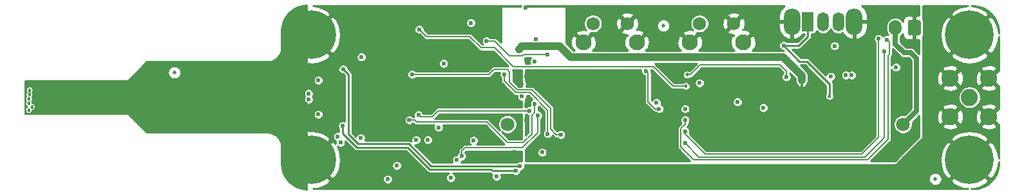
<source format=gbl>
G04 #@! TF.GenerationSoftware,KiCad,Pcbnew,5.1.9-73d0e3b20d~88~ubuntu20.04.1*
G04 #@! TF.CreationDate,2021-03-06T21:34:32-08:00*
G04 #@! TF.ProjectId,current-sense,63757272-656e-4742-9d73-656e73652e6b,rev?*
G04 #@! TF.SameCoordinates,Original*
G04 #@! TF.FileFunction,Copper,L4,Bot*
G04 #@! TF.FilePolarity,Positive*
%FSLAX46Y46*%
G04 Gerber Fmt 4.6, Leading zero omitted, Abs format (unit mm)*
G04 Created by KiCad (PCBNEW 5.1.9-73d0e3b20d~88~ubuntu20.04.1) date 2021-03-06 21:34:32*
%MOMM*%
%LPD*%
G01*
G04 APERTURE LIST*
G04 #@! TA.AperFunction,EtchedComponent*
%ADD10C,0.100000*%
G04 #@! TD*
G04 #@! TA.AperFunction,SMDPad,CuDef*
%ADD11C,0.500000*%
G04 #@! TD*
G04 #@! TA.AperFunction,ComponentPad*
%ADD12O,2.200000X3.500000*%
G04 #@! TD*
G04 #@! TA.AperFunction,ComponentPad*
%ADD13O,1.500000X2.500000*%
G04 #@! TD*
G04 #@! TA.AperFunction,ComponentPad*
%ADD14R,1.500000X2.500000*%
G04 #@! TD*
G04 #@! TA.AperFunction,ComponentPad*
%ADD15C,2.100000*%
G04 #@! TD*
G04 #@! TA.AperFunction,ComponentPad*
%ADD16C,1.750000*%
G04 #@! TD*
G04 #@! TA.AperFunction,ComponentPad*
%ADD17O,1.700000X2.000000*%
G04 #@! TD*
G04 #@! TA.AperFunction,ComponentPad*
%ADD18C,1.800000*%
G04 #@! TD*
G04 #@! TA.AperFunction,SMDPad,CuDef*
%ADD19C,0.360000*%
G04 #@! TD*
G04 #@! TA.AperFunction,ComponentPad*
%ADD20C,2.250000*%
G04 #@! TD*
G04 #@! TA.AperFunction,ComponentPad*
%ADD21C,0.800000*%
G04 #@! TD*
G04 #@! TA.AperFunction,ComponentPad*
%ADD22C,6.400000*%
G04 #@! TD*
G04 #@! TA.AperFunction,ViaPad*
%ADD23C,0.600000*%
G04 #@! TD*
G04 #@! TA.AperFunction,ViaPad*
%ADD24C,0.458000*%
G04 #@! TD*
G04 #@! TA.AperFunction,ViaPad*
%ADD25C,0.800000*%
G04 #@! TD*
G04 #@! TA.AperFunction,Conductor*
%ADD26C,0.360000*%
G04 #@! TD*
G04 #@! TA.AperFunction,Conductor*
%ADD27C,0.160000*%
G04 #@! TD*
G04 #@! TA.AperFunction,Conductor*
%ADD28C,0.240000*%
G04 #@! TD*
G04 #@! TA.AperFunction,Conductor*
%ADD29C,1.000000*%
G04 #@! TD*
G04 #@! TA.AperFunction,Conductor*
%ADD30C,0.640000*%
G04 #@! TD*
G04 #@! TA.AperFunction,Conductor*
%ADD31C,0.100000*%
G04 #@! TD*
G04 APERTURE END LIST*
D10*
G36*
X73520000Y39750000D02*
G01*
X73520000Y38750000D01*
X73880000Y38750000D01*
X73880000Y39750000D01*
X73520000Y39750000D01*
G37*
D11*
X-8750000Y40750000D03*
X91250000Y26750000D03*
X55500000Y47000000D03*
D12*
X80600000Y47500000D03*
X72400000Y47500000D03*
D13*
X78500000Y47500000D03*
X76500000Y47500000D03*
D14*
X74500000Y47500000D03*
D15*
X66000000Y44760000D03*
D16*
X64750000Y47250000D03*
X60250000Y47250000D03*
D15*
X58990000Y44760000D03*
X52000000Y44760000D03*
D16*
X50750000Y47250000D03*
X46250000Y47250000D03*
D15*
X44990000Y44760000D03*
D17*
X86000000Y46700000D03*
G04 #@! TA.AperFunction,ComponentPad*
G36*
G01*
X89350000Y47450000D02*
X89350000Y45950000D01*
G75*
G02*
X89100000Y45700000I-250000J0D01*
G01*
X87900000Y45700000D01*
G75*
G02*
X87650000Y45950000I0J250000D01*
G01*
X87650000Y47450000D01*
G75*
G02*
X87900000Y47700000I250000J0D01*
G01*
X89100000Y47700000D01*
G75*
G02*
X89350000Y47450000I0J-250000D01*
G01*
G37*
G04 #@! TD.AperFunction*
D18*
X87000000Y33950000D03*
X35000000Y33950000D03*
D19*
X73700000Y39750000D03*
X73700000Y38750000D03*
D20*
X93210000Y34960000D03*
X98290000Y34960000D03*
X98290000Y40040000D03*
X93210000Y40040000D03*
X95750000Y37500000D03*
D21*
X11000000Y44000000D03*
X7500000Y47500000D03*
X7500000Y44000000D03*
X9250000Y43250000D03*
X6750000Y45750000D03*
X9250000Y48250000D03*
X11000000Y47500000D03*
X11750000Y45750000D03*
D22*
X9250000Y45750000D03*
D21*
X97500000Y44000000D03*
X94000000Y47500000D03*
X94000000Y44000000D03*
X95750000Y43250000D03*
X93250000Y45750000D03*
X95750000Y48250000D03*
X97500000Y47500000D03*
X98250000Y45750000D03*
D22*
X95750000Y45750000D03*
D21*
X11000000Y27500000D03*
X7500000Y31000000D03*
X7500000Y27500000D03*
X9250000Y26750000D03*
X6750000Y29250000D03*
X9250000Y31750000D03*
X11000000Y31000000D03*
X11750000Y29250000D03*
D22*
X9250000Y29250000D03*
D21*
X97500000Y27500000D03*
X94000000Y31000000D03*
X94000000Y27500000D03*
X95750000Y26750000D03*
X93250000Y29250000D03*
X95750000Y31750000D03*
X97500000Y31000000D03*
X98250000Y29250000D03*
D22*
X95750000Y29250000D03*
D23*
X30200000Y47350000D03*
X19250000Y26700000D03*
X15700000Y32150000D03*
X26600000Y42000000D03*
X76750000Y36500000D03*
X78250000Y36500000D03*
X79750000Y36500000D03*
D24*
X-27507044Y36247374D03*
D23*
X70500000Y49000000D03*
X57250000Y49000000D03*
X25950000Y33550000D03*
X24550000Y31900000D03*
X42500000Y36450000D03*
X54600000Y35200000D03*
X20450000Y28500000D03*
X12700000Y32350000D03*
X27550000Y26900000D03*
X74150000Y41500000D03*
X48750000Y49000000D03*
X37500000Y36500000D03*
X37500000Y34500000D03*
X37500000Y42500000D03*
X87750000Y31750000D03*
X48900000Y34600000D03*
X47000000Y40150000D03*
X60700000Y33150000D03*
D25*
X74800000Y33700000D03*
X70250000Y36200000D03*
D23*
X75400000Y38650000D03*
X74700000Y38750000D03*
X75800000Y36750000D03*
X38750000Y45176999D03*
X39550000Y32250000D03*
X42000000Y29450000D03*
X40500000Y29450000D03*
X78100000Y33800000D03*
X74750000Y30750000D03*
X77500000Y31000000D03*
X80250000Y34000000D03*
X67500000Y36750000D03*
X81000000Y36500000D03*
X82000000Y37000000D03*
X82000000Y35750000D03*
X82500000Y34250000D03*
X69650000Y44400000D03*
X63250000Y35700000D03*
X65250000Y31300000D03*
D24*
X58900000Y41250000D03*
D23*
X37550000Y29300000D03*
X37500000Y40250000D03*
X76150000Y44300000D03*
X74550000Y44300000D03*
X75350000Y44150000D03*
X76500000Y34400000D03*
X37350000Y49300000D03*
D24*
X54900000Y44600000D03*
D23*
X46550000Y31950000D03*
X53200000Y31350000D03*
X66300000Y40900000D03*
X66300000Y35200000D03*
X82050000Y31950000D03*
X26600000Y46500000D03*
X23400000Y43500000D03*
X17300000Y32150000D03*
X13400000Y42000000D03*
X24200000Y41150000D03*
D24*
X-27848980Y39215241D03*
D23*
X-13500000Y35500000D03*
X-14750000Y35500000D03*
X-15750000Y35500000D03*
X-17000000Y35500000D03*
X-18250000Y35500000D03*
X-19500000Y35500000D03*
X-25750000Y35500000D03*
X-26750000Y39500000D03*
X-25750000Y39500000D03*
X-19500000Y39500000D03*
X-18000000Y39500000D03*
X-16750000Y39500000D03*
X-15500000Y39500000D03*
X-14000000Y39500000D03*
X-12500000Y39500000D03*
X15750000Y48750000D03*
X24000000Y35500000D03*
X22100000Y36000000D03*
X25150000Y31250000D03*
X28950000Y31850000D03*
X13350000Y35250000D03*
X13350000Y39750000D03*
X21300000Y32150000D03*
X-24750000Y39500000D03*
X-23750000Y39500000D03*
X-22500000Y39500000D03*
X-21250000Y39500000D03*
X-24750000Y35500000D03*
X-23750000Y35500000D03*
X-22500000Y35500000D03*
X-21250000Y35500000D03*
X-13250000Y34500000D03*
X-12250000Y33500000D03*
X-11000000Y33250000D03*
X-9500000Y33250000D03*
X-7750000Y33250000D03*
X-6500000Y33250000D03*
X-5000000Y33250000D03*
X-3000000Y33250000D03*
X-1250000Y33250000D03*
X250000Y33250000D03*
X1750000Y33250000D03*
X3250000Y33250000D03*
X-13000000Y40750000D03*
X-11750000Y41750000D03*
X-9750000Y41750000D03*
X-7750000Y41750000D03*
X-5750000Y41750000D03*
X-3250000Y41750000D03*
X-1000000Y41750000D03*
X1000000Y41750000D03*
X-2000000Y41750000D03*
X-4500000Y41750000D03*
X2750000Y41750000D03*
X4750000Y42000000D03*
X6000000Y42500000D03*
X5750000Y32750000D03*
X13750000Y27000000D03*
X15750000Y26000000D03*
X22750000Y26000000D03*
X39000000Y26000000D03*
X41250000Y26000000D03*
X43500000Y26000000D03*
X46500000Y26000000D03*
X49500000Y26000000D03*
X52500000Y26000000D03*
X55250000Y26000000D03*
X57500000Y25750000D03*
X60250000Y28000000D03*
X63500000Y28000000D03*
X62000000Y26000000D03*
X66750000Y26000000D03*
X70750000Y26250000D03*
X85500000Y26250000D03*
X88500000Y26000000D03*
X88750000Y29750000D03*
X33500000Y42500000D03*
X36850000Y39250000D03*
X35950000Y32250000D03*
X35950000Y30250000D03*
X90250000Y41250000D03*
X90250000Y37750000D03*
X90250000Y33750000D03*
X90250000Y31750000D03*
X90250000Y35750000D03*
X90250000Y39750000D03*
X90250000Y44250000D03*
X88000000Y28500000D03*
X79000000Y28250000D03*
X74750000Y28250000D03*
X69750000Y28250000D03*
X55250000Y28250000D03*
X52500000Y28250000D03*
X49500000Y28250000D03*
X46500000Y28250000D03*
X44750000Y28250000D03*
X75000000Y25750000D03*
X79000000Y25750000D03*
X81500000Y25750000D03*
X84000000Y28250000D03*
X31500000Y49000000D03*
X25700000Y49200000D03*
X20050000Y49300000D03*
X29150000Y36800000D03*
X34500000Y36700000D03*
X28300000Y46450000D03*
X8250000Y33750000D03*
X8250000Y40500000D03*
X-3250000Y39000000D03*
X2750000Y39250000D03*
X-3250000Y35250000D03*
X2750000Y35500000D03*
X-8750000Y35250000D03*
D24*
X-27900000Y35814000D03*
D23*
X13050000Y31550000D03*
X42000000Y32600000D03*
X22450000Y40550000D03*
X40300000Y32700000D03*
X34600000Y40500000D03*
X23400000Y46500000D03*
D24*
X58450000Y39000000D03*
D23*
X28350000Y29250000D03*
X15800000Y42850000D03*
X60250000Y39400000D03*
X23000000Y31900000D03*
X30550000Y31850000D03*
X54600000Y36800000D03*
X58350000Y36000000D03*
X38550000Y42250000D03*
X65250000Y36900000D03*
X39550000Y30250000D03*
X86100000Y41500000D03*
X78000000Y44300000D03*
X29000000Y29750000D03*
X38975000Y35125000D03*
D24*
X-27842217Y37877546D03*
D23*
X8850000Y38000000D03*
D24*
X-27877851Y37293631D03*
D23*
X8850000Y37250000D03*
X53200000Y41000000D03*
X54950000Y36000000D03*
X83800000Y45250000D03*
X58350000Y33000000D03*
X58350000Y34500000D03*
X84900000Y45150000D03*
X33550000Y27050000D03*
X23300000Y35200000D03*
X37900000Y35750000D03*
X32250000Y44950000D03*
X40250000Y43150000D03*
D25*
X36500000Y43850000D03*
D23*
X58400000Y31450000D03*
X84550000Y43550000D03*
X22100000Y34500000D03*
X36900000Y37643000D03*
X38600000Y36650000D03*
X13400000Y41250000D03*
X36650000Y28450000D03*
X13350000Y33750000D03*
X36100000Y27800000D03*
D24*
X-27799192Y38460964D03*
D23*
X10150000Y39750000D03*
D24*
X-27904073Y36709217D03*
D23*
X10150000Y35250000D03*
X71650000Y40200000D03*
D24*
X58600000Y40500000D03*
D23*
X79500000Y40450000D03*
X80250000Y40450000D03*
X68650000Y36150000D03*
X77500000Y40250000D03*
D24*
X77350000Y37650000D03*
D23*
X71300000Y44350000D03*
D26*
X78250000Y37300000D02*
X78250000Y36500000D01*
X73700000Y38750000D02*
X73700000Y37950000D01*
X73700000Y38750000D02*
X73350000Y38400000D01*
X73700000Y38750000D02*
X74050000Y38400000D01*
X73700000Y38750000D02*
X73150000Y38750000D01*
X73700000Y38750000D02*
X74700000Y38750000D01*
D27*
X42000000Y32600000D02*
X41400000Y32600000D01*
X41400000Y32600000D02*
X40700000Y33300000D01*
X40700000Y33300000D02*
X40700000Y36050000D01*
X40700000Y36050000D02*
X38250000Y38500000D01*
X38250000Y38500000D02*
X36300000Y38500000D01*
X36300000Y38500000D02*
X35300000Y39500000D01*
X35300000Y39500000D02*
X35300000Y40900000D01*
X35300000Y40900000D02*
X35000000Y41200000D01*
X35000000Y41200000D02*
X33200000Y41200000D01*
X33200000Y41200000D02*
X32550000Y40550000D01*
X32550000Y40550000D02*
X22450000Y40550000D01*
X40300000Y32700000D02*
X40300000Y35800000D01*
X40300000Y35800000D02*
X37950000Y38150000D01*
X37950000Y38150000D02*
X36100000Y38150000D01*
X36100000Y38150000D02*
X34600000Y39650000D01*
X34600000Y39650000D02*
X34600000Y40500000D01*
X30050000Y45550000D02*
X24350000Y45550000D01*
X53500000Y41550000D02*
X35800000Y41550000D01*
X35800000Y41550000D02*
X33300000Y44050000D01*
X24350000Y45550000D02*
X23400000Y46500000D01*
X33300000Y44050000D02*
X31550000Y44050000D01*
X31550000Y44050000D02*
X30050000Y45550000D01*
X53500000Y41550000D02*
X54200000Y41550000D01*
X56750000Y39000000D02*
X58450000Y39000000D01*
X54200000Y41550000D02*
X56750000Y39000000D01*
X38950000Y32850000D02*
X38950000Y35100000D01*
X36957001Y30857001D02*
X38950000Y32850000D01*
X38950000Y35100000D02*
X38975000Y35125000D01*
X29000000Y29750000D02*
X29000000Y30464002D01*
X29000000Y30464002D02*
X29392999Y30857001D01*
X29392999Y30857001D02*
X36957001Y30857001D01*
X53200000Y41000000D02*
X53500000Y40700000D01*
X53500000Y40700000D02*
X53500000Y36900000D01*
X53500000Y36900000D02*
X54400000Y36000000D01*
X54400000Y36000000D02*
X54950000Y36000000D01*
X83800000Y32200000D02*
X83800000Y45250000D01*
X81600000Y30000000D02*
X83800000Y32200000D01*
X61000000Y30000000D02*
X81600000Y30000000D01*
X58350000Y33000000D02*
X58350000Y32650000D01*
X58350000Y32650000D02*
X61000000Y30000000D01*
X85200000Y43200000D02*
X85200000Y44850000D01*
X85050000Y43050000D02*
X85200000Y43200000D01*
X58350000Y33950000D02*
X57800000Y33400000D01*
X85050000Y32000000D02*
X85050000Y43050000D01*
X57800000Y33400000D02*
X57800000Y30950000D01*
X57800000Y30950000D02*
X59450000Y29300000D01*
X85200000Y44850000D02*
X84900000Y45150000D01*
X82350000Y29300000D02*
X85050000Y32000000D01*
X58350000Y34500000D02*
X58350000Y33950000D01*
X59450000Y29300000D02*
X82350000Y29300000D01*
X34300000Y35750000D02*
X25900000Y35750000D01*
X25102999Y34952999D02*
X23552999Y34952999D01*
X25900000Y35750000D02*
X25102999Y34952999D01*
X23552999Y34952999D02*
X23305998Y35200000D01*
D28*
X23305998Y35200000D02*
X23300000Y35200000D01*
D27*
X34300000Y35750000D02*
X37800000Y35750000D01*
X37800000Y35750000D02*
X37900000Y35750000D01*
X35300000Y42950000D02*
X33300000Y44950000D01*
X33300000Y44950000D02*
X32250000Y44950000D01*
X36950000Y42950000D02*
X35300000Y42950000D01*
X40250000Y43150000D02*
X37150000Y43150000D01*
X37150000Y43150000D02*
X36950000Y42950000D01*
D29*
X41900001Y44249999D02*
X43350000Y42800000D01*
X36899999Y44249999D02*
X41900001Y44249999D01*
X36500000Y43850000D02*
X36899999Y44249999D01*
X73700000Y39750000D02*
X73700000Y40350000D01*
X71250000Y42800000D02*
X71100000Y42800000D01*
X73700000Y40350000D02*
X71250000Y42800000D01*
X43350000Y42800000D02*
X71100000Y42800000D01*
D27*
X81750000Y29650000D02*
X60200000Y29650000D01*
X60200000Y29650000D02*
X58400000Y31450000D01*
X81750000Y29650000D02*
X82000000Y29650000D01*
X82000000Y29650000D02*
X84250000Y31900000D01*
X84250000Y31900000D02*
X84550000Y32200000D01*
X84550000Y32200000D02*
X84550000Y43550000D01*
X22100000Y34500000D02*
X22850000Y34500000D01*
X22850000Y34500000D02*
X23100000Y34250000D01*
X30500000Y34250000D02*
X30600000Y34250000D01*
X23100000Y34250000D02*
X30500000Y34250000D01*
X32300000Y34250000D02*
X30500000Y34250000D01*
X38600000Y35550000D02*
X38200000Y35150000D01*
X37050000Y31550000D02*
X35000000Y31550000D01*
X38200000Y35150000D02*
X38200000Y32700000D01*
X38600000Y36650000D02*
X38600000Y35550000D01*
X38200000Y32700000D02*
X37050000Y31550000D01*
X35000000Y31550000D02*
X32300000Y34250000D01*
D28*
X33500000Y28450000D02*
X24950000Y28450000D01*
X24950000Y28450000D02*
X22050000Y31350000D01*
X22050000Y31350000D02*
X15400000Y31350000D01*
X15400000Y31350000D02*
X14100000Y32650000D01*
X14100000Y40550000D02*
X13400000Y41250000D01*
X14100000Y32650000D02*
X14100000Y40550000D01*
X33500000Y28450000D02*
X36650000Y28450000D01*
X34000000Y27800000D02*
X33050000Y27800000D01*
X33050000Y27800000D02*
X32850000Y28000000D01*
X32850000Y28000000D02*
X24750000Y28000000D01*
X24750000Y28000000D02*
X21850000Y30900000D01*
X21850000Y30900000D02*
X15200000Y30900000D01*
X13350000Y32750000D02*
X13350000Y33750000D01*
X15200000Y30900000D02*
X13350000Y32750000D01*
X34000000Y27800000D02*
X36100000Y27800000D01*
D30*
X86000000Y44550000D02*
X87150000Y43400000D01*
X87150000Y43400000D02*
X88050000Y43400000D01*
X88050000Y43400000D02*
X88800000Y42650000D01*
X88800000Y35750000D02*
X87000000Y33950000D01*
X88800000Y42650000D02*
X88800000Y35750000D01*
X86000000Y45050000D02*
X86000000Y44550000D01*
X86000000Y45050000D02*
X86000000Y46700000D01*
X86000000Y46500000D02*
X86000000Y45050000D01*
D27*
X71650000Y40200000D02*
X71650000Y40950000D01*
X71650000Y40950000D02*
X70800000Y41800000D01*
X70800000Y41800000D02*
X60350000Y41800000D01*
X59050000Y40500000D02*
X58600000Y40500000D01*
X60350000Y41800000D02*
X59050000Y40500000D01*
D28*
X74500000Y47500000D02*
X74500000Y45550000D01*
X73300000Y44350000D02*
X71300000Y44350000D01*
X74500000Y45550000D02*
X73300000Y44350000D01*
X71300000Y44350000D02*
X73400000Y42250000D01*
X73400000Y42250000D02*
X74350000Y42250000D01*
X74350000Y42250000D02*
X77350000Y39250000D01*
X77350000Y39250000D02*
X77350000Y37650000D01*
D27*
X8670000Y38509933D02*
X8594214Y38478542D01*
X8505770Y38419446D01*
X8430554Y38344230D01*
X8371458Y38255786D01*
X8330752Y38157512D01*
X8310000Y38053185D01*
X8310000Y37946815D01*
X8330752Y37842488D01*
X8371458Y37744214D01*
X8430554Y37655770D01*
X8461324Y37625000D01*
X8430554Y37594230D01*
X8371458Y37505786D01*
X8330752Y37407512D01*
X8310000Y37303185D01*
X8310000Y37196815D01*
X8330752Y37092488D01*
X8371458Y36994214D01*
X8430554Y36905770D01*
X8505770Y36830554D01*
X8594214Y36771458D01*
X8670000Y36740067D01*
X8670000Y25312800D01*
X8080849Y25370567D01*
X7437198Y25564896D01*
X6843541Y25880550D01*
X6322503Y26305499D01*
X5893927Y26823557D01*
X5574141Y27414990D01*
X5375319Y28057279D01*
X5303536Y28740250D01*
X5303500Y28750480D01*
X5303500Y30920133D01*
X5308345Y30935597D01*
X5312523Y30974068D01*
X5313237Y30977545D01*
X5313260Y30980852D01*
X5314983Y30996715D01*
X5314998Y31001113D01*
X5314961Y31011585D01*
X5313570Y31025273D01*
X5313666Y31039020D01*
X5313237Y31043398D01*
X5282637Y31334543D01*
X5276895Y31362516D01*
X5271547Y31390555D01*
X5270276Y31394765D01*
X5183708Y31674421D01*
X5172636Y31700761D01*
X5161949Y31727212D01*
X5159884Y31731095D01*
X5020645Y31988611D01*
X5004672Y32012292D01*
X4989047Y32036169D01*
X4986268Y32039577D01*
X4799663Y32265144D01*
X4779392Y32285275D01*
X4759429Y32305660D01*
X4756046Y32308458D01*
X4756040Y32308464D01*
X4756033Y32308468D01*
X4529176Y32493489D01*
X4505348Y32509321D01*
X4481839Y32525418D01*
X4477979Y32527506D01*
X4477971Y32527511D01*
X4477963Y32527514D01*
X4219490Y32664947D01*
X4193089Y32675829D01*
X4166853Y32687074D01*
X4162658Y32688372D01*
X4162651Y32688375D01*
X4162644Y32688376D01*
X3882397Y32772989D01*
X3854356Y32778541D01*
X3826464Y32784470D01*
X3822092Y32784930D01*
X3822090Y32784930D01*
X3530738Y32813497D01*
X3469261Y32813497D01*
X3418773Y32803500D01*
X-12374286Y32803500D01*
X-14774849Y35204062D01*
X-14784355Y35215645D01*
X-14830569Y35253572D01*
X-14883294Y35281754D01*
X-14940504Y35299108D01*
X-14985096Y35303500D01*
X-15000000Y35304968D01*
X-15014904Y35303500D01*
X-28420000Y35303500D01*
X-28420000Y36755409D01*
X-28373073Y36755409D01*
X-28373073Y36663025D01*
X-28355049Y36572415D01*
X-28319695Y36487062D01*
X-28268369Y36410247D01*
X-28203043Y36344921D01*
X-28126228Y36293595D01*
X-28046968Y36260765D01*
X-28122155Y36229622D01*
X-28198970Y36178296D01*
X-28264296Y36112970D01*
X-28315622Y36036155D01*
X-28350976Y35950802D01*
X-28369000Y35860192D01*
X-28369000Y35767808D01*
X-28350976Y35677198D01*
X-28315622Y35591845D01*
X-28264296Y35515030D01*
X-28198970Y35449704D01*
X-28122155Y35398378D01*
X-28036802Y35363024D01*
X-27946192Y35345000D01*
X-27853808Y35345000D01*
X-27763198Y35363024D01*
X-27677845Y35398378D01*
X-27601030Y35449704D01*
X-27535704Y35515030D01*
X-27484378Y35591845D01*
X-27449024Y35677198D01*
X-27431000Y35767808D01*
X-27431000Y35784312D01*
X-27370242Y35796398D01*
X-27284889Y35831752D01*
X-27208074Y35883078D01*
X-27142748Y35948404D01*
X-27091422Y36025219D01*
X-27056068Y36110572D01*
X-27038044Y36201182D01*
X-27038044Y36293566D01*
X-27056068Y36384176D01*
X-27091422Y36469529D01*
X-27142748Y36546344D01*
X-27208074Y36611670D01*
X-27284889Y36662996D01*
X-27370242Y36698350D01*
X-27435073Y36711246D01*
X-27435073Y36755409D01*
X-27453097Y36846019D01*
X-27488451Y36931372D01*
X-27523856Y36984360D01*
X-27513555Y36994661D01*
X-27462229Y37071476D01*
X-27426875Y37156829D01*
X-27408851Y37247439D01*
X-27408851Y37339823D01*
X-27426875Y37430433D01*
X-27462229Y37515786D01*
X-27493664Y37562833D01*
X-27477921Y37578576D01*
X-27426595Y37655391D01*
X-27391241Y37740744D01*
X-27373217Y37831354D01*
X-27373217Y37923738D01*
X-27391241Y38014348D01*
X-27426595Y38099701D01*
X-27454871Y38142019D01*
X-27434896Y38161994D01*
X-27383570Y38238809D01*
X-27348216Y38324162D01*
X-27330192Y38414772D01*
X-27330192Y38507156D01*
X-27348216Y38597766D01*
X-27383570Y38683119D01*
X-27434896Y38759934D01*
X-27500222Y38825260D01*
X-27577037Y38876586D01*
X-27662390Y38911940D01*
X-27753000Y38929964D01*
X-27845384Y38929964D01*
X-27935994Y38911940D01*
X-28021347Y38876586D01*
X-28098162Y38825260D01*
X-28163488Y38759934D01*
X-28214814Y38683119D01*
X-28250168Y38597766D01*
X-28268192Y38507156D01*
X-28268192Y38414772D01*
X-28250168Y38324162D01*
X-28214814Y38238809D01*
X-28186538Y38196491D01*
X-28206513Y38176516D01*
X-28257839Y38099701D01*
X-28293193Y38014348D01*
X-28311217Y37923738D01*
X-28311217Y37831354D01*
X-28293193Y37740744D01*
X-28257839Y37655391D01*
X-28226404Y37608344D01*
X-28242147Y37592601D01*
X-28293473Y37515786D01*
X-28328827Y37430433D01*
X-28346851Y37339823D01*
X-28346851Y37247439D01*
X-28328827Y37156829D01*
X-28293473Y37071476D01*
X-28258068Y37018488D01*
X-28268369Y37008187D01*
X-28319695Y36931372D01*
X-28355049Y36846019D01*
X-28373073Y36755409D01*
X-28420000Y36755409D01*
X-28420000Y39696500D01*
X-15014904Y39696500D01*
X-15000000Y39695032D01*
X-14985096Y39696500D01*
X-14940504Y39700892D01*
X-14883294Y39718246D01*
X-14830569Y39746428D01*
X-14784355Y39784355D01*
X-14774849Y39795938D01*
X-13739039Y40831748D01*
X-9580000Y40831748D01*
X-9580000Y40668252D01*
X-9548104Y40507898D01*
X-9485536Y40356848D01*
X-9394703Y40220906D01*
X-9279094Y40105297D01*
X-9143152Y40014464D01*
X-8992102Y39951896D01*
X-8831748Y39920000D01*
X-8668252Y39920000D01*
X-8507898Y39951896D01*
X-8356848Y40014464D01*
X-8220906Y40105297D01*
X-8105297Y40220906D01*
X-8014464Y40356848D01*
X-7951896Y40507898D01*
X-7920000Y40668252D01*
X-7920000Y40831748D01*
X-7951896Y40992102D01*
X-8014464Y41143152D01*
X-8105297Y41279094D01*
X-8220906Y41394703D01*
X-8356848Y41485536D01*
X-8507898Y41548104D01*
X-8668252Y41580000D01*
X-8831748Y41580000D01*
X-8992102Y41548104D01*
X-9143152Y41485536D01*
X-9279094Y41394703D01*
X-9394703Y41279094D01*
X-9485536Y41143152D01*
X-9548104Y40992102D01*
X-9580000Y40831748D01*
X-13739039Y40831748D01*
X-12374286Y42196500D01*
X3514904Y42196500D01*
X3528623Y42197851D01*
X3537978Y42197786D01*
X3542196Y42198200D01*
X3833341Y42228800D01*
X3860262Y42234326D01*
X3887307Y42239485D01*
X3891364Y42240710D01*
X4171020Y42327278D01*
X4196413Y42337952D01*
X4221883Y42348243D01*
X4225616Y42350227D01*
X4225625Y42350231D01*
X4225632Y42350236D01*
X4483141Y42489471D01*
X4505980Y42504876D01*
X4528962Y42519915D01*
X4532242Y42522589D01*
X4532248Y42522593D01*
X4532253Y42522598D01*
X4757814Y42709198D01*
X4777221Y42728741D01*
X4796850Y42747963D01*
X4799552Y42751228D01*
X4984578Y42978092D01*
X4999820Y43001034D01*
X5015340Y43023700D01*
X5017357Y43027428D01*
X5154794Y43285909D01*
X5165280Y43311352D01*
X5176112Y43336624D01*
X5177365Y43340673D01*
X5261979Y43620927D01*
X5267323Y43647912D01*
X5273041Y43674817D01*
X5273485Y43679032D01*
X5293389Y43882035D01*
X5310442Y43938249D01*
X5315000Y43984527D01*
X5315000Y46265473D01*
X5310727Y46308858D01*
X5370567Y46919151D01*
X5564898Y47562804D01*
X5880547Y48156455D01*
X6305496Y48677494D01*
X6823557Y49106073D01*
X7414991Y49425860D01*
X8057279Y49624681D01*
X8670000Y49689081D01*
X8670000Y38509933D01*
G04 #@! TA.AperFunction,Conductor*
D31*
G36*
X8670000Y38509933D02*
G01*
X8594214Y38478542D01*
X8505770Y38419446D01*
X8430554Y38344230D01*
X8371458Y38255786D01*
X8330752Y38157512D01*
X8310000Y38053185D01*
X8310000Y37946815D01*
X8330752Y37842488D01*
X8371458Y37744214D01*
X8430554Y37655770D01*
X8461324Y37625000D01*
X8430554Y37594230D01*
X8371458Y37505786D01*
X8330752Y37407512D01*
X8310000Y37303185D01*
X8310000Y37196815D01*
X8330752Y37092488D01*
X8371458Y36994214D01*
X8430554Y36905770D01*
X8505770Y36830554D01*
X8594214Y36771458D01*
X8670000Y36740067D01*
X8670000Y25312800D01*
X8080849Y25370567D01*
X7437198Y25564896D01*
X6843541Y25880550D01*
X6322503Y26305499D01*
X5893927Y26823557D01*
X5574141Y27414990D01*
X5375319Y28057279D01*
X5303536Y28740250D01*
X5303500Y28750480D01*
X5303500Y30920133D01*
X5308345Y30935597D01*
X5312523Y30974068D01*
X5313237Y30977545D01*
X5313260Y30980852D01*
X5314983Y30996715D01*
X5314998Y31001113D01*
X5314961Y31011585D01*
X5313570Y31025273D01*
X5313666Y31039020D01*
X5313237Y31043398D01*
X5282637Y31334543D01*
X5276895Y31362516D01*
X5271547Y31390555D01*
X5270276Y31394765D01*
X5183708Y31674421D01*
X5172636Y31700761D01*
X5161949Y31727212D01*
X5159884Y31731095D01*
X5020645Y31988611D01*
X5004672Y32012292D01*
X4989047Y32036169D01*
X4986268Y32039577D01*
X4799663Y32265144D01*
X4779392Y32285275D01*
X4759429Y32305660D01*
X4756046Y32308458D01*
X4756040Y32308464D01*
X4756033Y32308468D01*
X4529176Y32493489D01*
X4505348Y32509321D01*
X4481839Y32525418D01*
X4477979Y32527506D01*
X4477971Y32527511D01*
X4477963Y32527514D01*
X4219490Y32664947D01*
X4193089Y32675829D01*
X4166853Y32687074D01*
X4162658Y32688372D01*
X4162651Y32688375D01*
X4162644Y32688376D01*
X3882397Y32772989D01*
X3854356Y32778541D01*
X3826464Y32784470D01*
X3822092Y32784930D01*
X3822090Y32784930D01*
X3530738Y32813497D01*
X3469261Y32813497D01*
X3418773Y32803500D01*
X-12374286Y32803500D01*
X-14774849Y35204062D01*
X-14784355Y35215645D01*
X-14830569Y35253572D01*
X-14883294Y35281754D01*
X-14940504Y35299108D01*
X-14985096Y35303500D01*
X-15000000Y35304968D01*
X-15014904Y35303500D01*
X-28420000Y35303500D01*
X-28420000Y36755409D01*
X-28373073Y36755409D01*
X-28373073Y36663025D01*
X-28355049Y36572415D01*
X-28319695Y36487062D01*
X-28268369Y36410247D01*
X-28203043Y36344921D01*
X-28126228Y36293595D01*
X-28046968Y36260765D01*
X-28122155Y36229622D01*
X-28198970Y36178296D01*
X-28264296Y36112970D01*
X-28315622Y36036155D01*
X-28350976Y35950802D01*
X-28369000Y35860192D01*
X-28369000Y35767808D01*
X-28350976Y35677198D01*
X-28315622Y35591845D01*
X-28264296Y35515030D01*
X-28198970Y35449704D01*
X-28122155Y35398378D01*
X-28036802Y35363024D01*
X-27946192Y35345000D01*
X-27853808Y35345000D01*
X-27763198Y35363024D01*
X-27677845Y35398378D01*
X-27601030Y35449704D01*
X-27535704Y35515030D01*
X-27484378Y35591845D01*
X-27449024Y35677198D01*
X-27431000Y35767808D01*
X-27431000Y35784312D01*
X-27370242Y35796398D01*
X-27284889Y35831752D01*
X-27208074Y35883078D01*
X-27142748Y35948404D01*
X-27091422Y36025219D01*
X-27056068Y36110572D01*
X-27038044Y36201182D01*
X-27038044Y36293566D01*
X-27056068Y36384176D01*
X-27091422Y36469529D01*
X-27142748Y36546344D01*
X-27208074Y36611670D01*
X-27284889Y36662996D01*
X-27370242Y36698350D01*
X-27435073Y36711246D01*
X-27435073Y36755409D01*
X-27453097Y36846019D01*
X-27488451Y36931372D01*
X-27523856Y36984360D01*
X-27513555Y36994661D01*
X-27462229Y37071476D01*
X-27426875Y37156829D01*
X-27408851Y37247439D01*
X-27408851Y37339823D01*
X-27426875Y37430433D01*
X-27462229Y37515786D01*
X-27493664Y37562833D01*
X-27477921Y37578576D01*
X-27426595Y37655391D01*
X-27391241Y37740744D01*
X-27373217Y37831354D01*
X-27373217Y37923738D01*
X-27391241Y38014348D01*
X-27426595Y38099701D01*
X-27454871Y38142019D01*
X-27434896Y38161994D01*
X-27383570Y38238809D01*
X-27348216Y38324162D01*
X-27330192Y38414772D01*
X-27330192Y38507156D01*
X-27348216Y38597766D01*
X-27383570Y38683119D01*
X-27434896Y38759934D01*
X-27500222Y38825260D01*
X-27577037Y38876586D01*
X-27662390Y38911940D01*
X-27753000Y38929964D01*
X-27845384Y38929964D01*
X-27935994Y38911940D01*
X-28021347Y38876586D01*
X-28098162Y38825260D01*
X-28163488Y38759934D01*
X-28214814Y38683119D01*
X-28250168Y38597766D01*
X-28268192Y38507156D01*
X-28268192Y38414772D01*
X-28250168Y38324162D01*
X-28214814Y38238809D01*
X-28186538Y38196491D01*
X-28206513Y38176516D01*
X-28257839Y38099701D01*
X-28293193Y38014348D01*
X-28311217Y37923738D01*
X-28311217Y37831354D01*
X-28293193Y37740744D01*
X-28257839Y37655391D01*
X-28226404Y37608344D01*
X-28242147Y37592601D01*
X-28293473Y37515786D01*
X-28328827Y37430433D01*
X-28346851Y37339823D01*
X-28346851Y37247439D01*
X-28328827Y37156829D01*
X-28293473Y37071476D01*
X-28258068Y37018488D01*
X-28268369Y37008187D01*
X-28319695Y36931372D01*
X-28355049Y36846019D01*
X-28373073Y36755409D01*
X-28420000Y36755409D01*
X-28420000Y39696500D01*
X-15014904Y39696500D01*
X-15000000Y39695032D01*
X-14985096Y39696500D01*
X-14940504Y39700892D01*
X-14883294Y39718246D01*
X-14830569Y39746428D01*
X-14784355Y39784355D01*
X-14774849Y39795938D01*
X-13739039Y40831748D01*
X-9580000Y40831748D01*
X-9580000Y40668252D01*
X-9548104Y40507898D01*
X-9485536Y40356848D01*
X-9394703Y40220906D01*
X-9279094Y40105297D01*
X-9143152Y40014464D01*
X-8992102Y39951896D01*
X-8831748Y39920000D01*
X-8668252Y39920000D01*
X-8507898Y39951896D01*
X-8356848Y40014464D01*
X-8220906Y40105297D01*
X-8105297Y40220906D01*
X-8014464Y40356848D01*
X-7951896Y40507898D01*
X-7920000Y40668252D01*
X-7920000Y40831748D01*
X-7951896Y40992102D01*
X-8014464Y41143152D01*
X-8105297Y41279094D01*
X-8220906Y41394703D01*
X-8356848Y41485536D01*
X-8507898Y41548104D01*
X-8668252Y41580000D01*
X-8831748Y41580000D01*
X-8992102Y41548104D01*
X-9143152Y41485536D01*
X-9279094Y41394703D01*
X-9394703Y41279094D01*
X-9485536Y41143152D01*
X-9548104Y40992102D01*
X-9580000Y40831748D01*
X-13739039Y40831748D01*
X-12374286Y42196500D01*
X3514904Y42196500D01*
X3528623Y42197851D01*
X3537978Y42197786D01*
X3542196Y42198200D01*
X3833341Y42228800D01*
X3860262Y42234326D01*
X3887307Y42239485D01*
X3891364Y42240710D01*
X4171020Y42327278D01*
X4196413Y42337952D01*
X4221883Y42348243D01*
X4225616Y42350227D01*
X4225625Y42350231D01*
X4225632Y42350236D01*
X4483141Y42489471D01*
X4505980Y42504876D01*
X4528962Y42519915D01*
X4532242Y42522589D01*
X4532248Y42522593D01*
X4532253Y42522598D01*
X4757814Y42709198D01*
X4777221Y42728741D01*
X4796850Y42747963D01*
X4799552Y42751228D01*
X4984578Y42978092D01*
X4999820Y43001034D01*
X5015340Y43023700D01*
X5017357Y43027428D01*
X5154794Y43285909D01*
X5165280Y43311352D01*
X5176112Y43336624D01*
X5177365Y43340673D01*
X5261979Y43620927D01*
X5267323Y43647912D01*
X5273041Y43674817D01*
X5273485Y43679032D01*
X5293389Y43882035D01*
X5310442Y43938249D01*
X5315000Y43984527D01*
X5315000Y46265473D01*
X5310727Y46308858D01*
X5370567Y46919151D01*
X5564898Y47562804D01*
X5880547Y48156455D01*
X6305496Y48677494D01*
X6823557Y49106073D01*
X7414991Y49425860D01*
X8057279Y49624681D01*
X8670000Y49689081D01*
X8670000Y38509933D01*
G37*
G04 #@! TD.AperFunction*
D28*
X36726749Y49520000D02*
X34250000Y49520000D01*
X34226589Y49517694D01*
X34204078Y49510866D01*
X34183332Y49499776D01*
X34165147Y49484853D01*
X34150224Y49466668D01*
X34139134Y49445922D01*
X34132306Y49423411D01*
X34130000Y49400000D01*
X34130000Y44742253D01*
X33626411Y45245842D01*
X33612632Y45262632D01*
X33545633Y45317616D01*
X33469195Y45358473D01*
X33386255Y45383633D01*
X33321607Y45390000D01*
X33321604Y45390000D01*
X33300000Y45392128D01*
X33278396Y45390000D01*
X32743380Y45390000D01*
X32670725Y45462655D01*
X32562627Y45534884D01*
X32442515Y45584636D01*
X32315004Y45610000D01*
X32184996Y45610000D01*
X32057485Y45584636D01*
X31937373Y45534884D01*
X31829275Y45462655D01*
X31737345Y45370725D01*
X31665116Y45262627D01*
X31615364Y45142515D01*
X31590000Y45015004D01*
X31590000Y44884996D01*
X31615364Y44757485D01*
X31665116Y44637373D01*
X31737345Y44529275D01*
X31776620Y44490000D01*
X31732254Y44490000D01*
X30376411Y45845842D01*
X30362632Y45862632D01*
X30295633Y45917616D01*
X30219195Y45958473D01*
X30136255Y45983633D01*
X30071607Y45990000D01*
X30071604Y45990000D01*
X30050000Y45992128D01*
X30028396Y45990000D01*
X24532254Y45990000D01*
X24060000Y46462253D01*
X24060000Y46565004D01*
X24034636Y46692515D01*
X23984884Y46812627D01*
X23912655Y46920725D01*
X23820725Y47012655D01*
X23712627Y47084884D01*
X23592515Y47134636D01*
X23465004Y47160000D01*
X23334996Y47160000D01*
X23207485Y47134636D01*
X23087373Y47084884D01*
X22979275Y47012655D01*
X22887345Y46920725D01*
X22815116Y46812627D01*
X22765364Y46692515D01*
X22740000Y46565004D01*
X22740000Y46434996D01*
X22765364Y46307485D01*
X22815116Y46187373D01*
X22887345Y46079275D01*
X22979275Y45987345D01*
X23087373Y45915116D01*
X23207485Y45865364D01*
X23334996Y45840000D01*
X23437747Y45840000D01*
X24023593Y45254153D01*
X24037368Y45237368D01*
X24054151Y45223595D01*
X24104366Y45182384D01*
X24180804Y45141527D01*
X24200108Y45135671D01*
X24263745Y45116367D01*
X24328393Y45110000D01*
X24328396Y45110000D01*
X24350000Y45107872D01*
X24371604Y45110000D01*
X29867747Y45110000D01*
X31223593Y43754153D01*
X31237368Y43737368D01*
X31267170Y43712910D01*
X31304366Y43682384D01*
X31324243Y43671760D01*
X31380805Y43641527D01*
X31463745Y43616367D01*
X31528393Y43610000D01*
X31528395Y43610000D01*
X31549999Y43607872D01*
X31571603Y43610000D01*
X33117747Y43610000D01*
X35097535Y41630211D01*
X35086255Y41633633D01*
X35021607Y41640000D01*
X35021604Y41640000D01*
X35000000Y41642128D01*
X34978396Y41640000D01*
X33221604Y41640000D01*
X33200000Y41642128D01*
X33178396Y41640000D01*
X33178393Y41640000D01*
X33113745Y41633633D01*
X33030805Y41608473D01*
X32954366Y41567616D01*
X32917170Y41537090D01*
X32887368Y41512632D01*
X32873593Y41495847D01*
X32367747Y40990000D01*
X22943380Y40990000D01*
X22870725Y41062655D01*
X22762627Y41134884D01*
X22642515Y41184636D01*
X22515004Y41210000D01*
X22384996Y41210000D01*
X22257485Y41184636D01*
X22137373Y41134884D01*
X22029275Y41062655D01*
X21937345Y40970725D01*
X21865116Y40862627D01*
X21815364Y40742515D01*
X21790000Y40615004D01*
X21790000Y40484996D01*
X21815364Y40357485D01*
X21865116Y40237373D01*
X21937345Y40129275D01*
X22029275Y40037345D01*
X22137373Y39965116D01*
X22257485Y39915364D01*
X22384996Y39890000D01*
X22515004Y39890000D01*
X22642515Y39915364D01*
X22762627Y39965116D01*
X22870725Y40037345D01*
X22943380Y40110000D01*
X32528396Y40110000D01*
X32550000Y40107872D01*
X32571604Y40110000D01*
X32571607Y40110000D01*
X32636255Y40116367D01*
X32719195Y40141527D01*
X32795633Y40182384D01*
X32862632Y40237368D01*
X32876411Y40254158D01*
X33382254Y40760000D01*
X33993317Y40760000D01*
X33965364Y40692515D01*
X33940000Y40565004D01*
X33940000Y40434996D01*
X33965364Y40307485D01*
X34015116Y40187373D01*
X34087345Y40079275D01*
X34160000Y40006620D01*
X34160000Y39671605D01*
X34157872Y39650000D01*
X34160000Y39628396D01*
X34160000Y39628394D01*
X34166367Y39563746D01*
X34191527Y39480806D01*
X34203981Y39457506D01*
X34232384Y39404367D01*
X34244146Y39390035D01*
X34287368Y39337368D01*
X34304158Y39323589D01*
X35773593Y37854153D01*
X35787368Y37837368D01*
X35804151Y37823595D01*
X35854366Y37782384D01*
X35891277Y37762655D01*
X35930805Y37741527D01*
X36013745Y37716367D01*
X36078393Y37710000D01*
X36078395Y37710000D01*
X36099999Y37707872D01*
X36121603Y37710000D01*
X36240397Y37710000D01*
X36240000Y37708004D01*
X36240000Y37577996D01*
X36265364Y37450485D01*
X36315116Y37330373D01*
X36387345Y37222275D01*
X36479275Y37130345D01*
X36587373Y37058116D01*
X36707485Y37008364D01*
X36834996Y36983000D01*
X36890000Y36983000D01*
X36890000Y36751992D01*
X36865364Y36692515D01*
X36840000Y36565004D01*
X36840000Y36434996D01*
X36865364Y36307485D01*
X36890000Y36248008D01*
X36890000Y36190000D01*
X25921604Y36190000D01*
X25900000Y36192128D01*
X25878396Y36190000D01*
X25878393Y36190000D01*
X25813745Y36183633D01*
X25730805Y36158473D01*
X25654366Y36117616D01*
X25620716Y36090000D01*
X25587368Y36062632D01*
X25573593Y36045847D01*
X24920746Y35392999D01*
X23934436Y35392999D01*
X23884884Y35512627D01*
X23812655Y35620725D01*
X23720725Y35712655D01*
X23612627Y35784884D01*
X23492515Y35834636D01*
X23365004Y35860000D01*
X23234996Y35860000D01*
X23107485Y35834636D01*
X22987373Y35784884D01*
X22879275Y35712655D01*
X22787345Y35620725D01*
X22715116Y35512627D01*
X22665364Y35392515D01*
X22640000Y35265004D01*
X22640000Y35134996D01*
X22665364Y35007485D01*
X22693317Y34940000D01*
X22593380Y34940000D01*
X22520725Y35012655D01*
X22412627Y35084884D01*
X22292515Y35134636D01*
X22165004Y35160000D01*
X22034996Y35160000D01*
X21907485Y35134636D01*
X21787373Y35084884D01*
X21679275Y35012655D01*
X21587345Y34920725D01*
X21515116Y34812627D01*
X21465364Y34692515D01*
X21440000Y34565004D01*
X21440000Y34434996D01*
X21465364Y34307485D01*
X21515116Y34187373D01*
X21587345Y34079275D01*
X21679275Y33987345D01*
X21787373Y33915116D01*
X21907485Y33865364D01*
X22034996Y33840000D01*
X22165004Y33840000D01*
X22292515Y33865364D01*
X22412627Y33915116D01*
X22520725Y33987345D01*
X22593380Y34060000D01*
X22667747Y34060000D01*
X22773589Y33954158D01*
X22787368Y33937368D01*
X22832998Y33899921D01*
X22854366Y33882384D01*
X22889238Y33863745D01*
X22930805Y33841527D01*
X23013745Y33816367D01*
X23078393Y33810000D01*
X23078395Y33810000D01*
X23099999Y33807872D01*
X23121603Y33810000D01*
X25343317Y33810000D01*
X25315364Y33742515D01*
X25290000Y33615004D01*
X25290000Y33484996D01*
X25315364Y33357485D01*
X25365116Y33237373D01*
X25437345Y33129275D01*
X25529275Y33037345D01*
X25637373Y32965116D01*
X25757485Y32915364D01*
X25884996Y32890000D01*
X26015004Y32890000D01*
X26142515Y32915364D01*
X26262627Y32965116D01*
X26370725Y33037345D01*
X26462655Y33129275D01*
X26534884Y33237373D01*
X26584636Y33357485D01*
X26610000Y33484996D01*
X26610000Y33615004D01*
X26584636Y33742515D01*
X26556683Y33810000D01*
X32117747Y33810000D01*
X34630745Y31297001D01*
X30910346Y31297001D01*
X30970725Y31337345D01*
X31062655Y31429275D01*
X31134884Y31537373D01*
X31184636Y31657485D01*
X31210000Y31784996D01*
X31210000Y31915004D01*
X31184636Y32042515D01*
X31134884Y32162627D01*
X31062655Y32270725D01*
X30970725Y32362655D01*
X30862627Y32434884D01*
X30742515Y32484636D01*
X30615004Y32510000D01*
X30484996Y32510000D01*
X30357485Y32484636D01*
X30237373Y32434884D01*
X30129275Y32362655D01*
X30037345Y32270725D01*
X29965116Y32162627D01*
X29915364Y32042515D01*
X29890000Y31915004D01*
X29890000Y31784996D01*
X29915364Y31657485D01*
X29965116Y31537373D01*
X30037345Y31429275D01*
X30129275Y31337345D01*
X30189654Y31297001D01*
X29414603Y31297001D01*
X29392999Y31299129D01*
X29371395Y31297001D01*
X29371392Y31297001D01*
X29306744Y31290634D01*
X29223804Y31265474D01*
X29147366Y31224617D01*
X29080367Y31169633D01*
X29066593Y31152849D01*
X28704153Y30790408D01*
X28687369Y30776634D01*
X28673595Y30759850D01*
X28632384Y30709635D01*
X28591528Y30633197D01*
X28566368Y30550257D01*
X28557872Y30464002D01*
X28560001Y30442388D01*
X28560001Y30243381D01*
X28487345Y30170725D01*
X28415116Y30062627D01*
X28365364Y29942515D01*
X28358896Y29910000D01*
X28284996Y29910000D01*
X28157485Y29884636D01*
X28037373Y29834884D01*
X27929275Y29762655D01*
X27837345Y29670725D01*
X27765116Y29562627D01*
X27715364Y29442515D01*
X27690000Y29315004D01*
X27690000Y29184996D01*
X27715364Y29057485D01*
X27765116Y28937373D01*
X27770042Y28930000D01*
X25148823Y28930000D01*
X22814941Y31263881D01*
X22934996Y31240000D01*
X23065004Y31240000D01*
X23192515Y31265364D01*
X23312627Y31315116D01*
X23420725Y31387345D01*
X23512655Y31479275D01*
X23584884Y31587373D01*
X23634636Y31707485D01*
X23660000Y31834996D01*
X23660000Y31965004D01*
X23890000Y31965004D01*
X23890000Y31834996D01*
X23915364Y31707485D01*
X23965116Y31587373D01*
X24037345Y31479275D01*
X24129275Y31387345D01*
X24237373Y31315116D01*
X24357485Y31265364D01*
X24484996Y31240000D01*
X24615004Y31240000D01*
X24742515Y31265364D01*
X24862627Y31315116D01*
X24970725Y31387345D01*
X25062655Y31479275D01*
X25134884Y31587373D01*
X25184636Y31707485D01*
X25210000Y31834996D01*
X25210000Y31965004D01*
X25184636Y32092515D01*
X25134884Y32212627D01*
X25062655Y32320725D01*
X24970725Y32412655D01*
X24862627Y32484884D01*
X24742515Y32534636D01*
X24615004Y32560000D01*
X24484996Y32560000D01*
X24357485Y32534636D01*
X24237373Y32484884D01*
X24129275Y32412655D01*
X24037345Y32320725D01*
X23965116Y32212627D01*
X23915364Y32092515D01*
X23890000Y31965004D01*
X23660000Y31965004D01*
X23634636Y32092515D01*
X23584884Y32212627D01*
X23512655Y32320725D01*
X23420725Y32412655D01*
X23312627Y32484884D01*
X23192515Y32534636D01*
X23065004Y32560000D01*
X22934996Y32560000D01*
X22807485Y32534636D01*
X22687373Y32484884D01*
X22579275Y32412655D01*
X22487345Y32320725D01*
X22415116Y32212627D01*
X22365364Y32092515D01*
X22340000Y31965004D01*
X22340000Y31834996D01*
X22364258Y31713043D01*
X22317964Y31751036D01*
X22234577Y31795607D01*
X22144096Y31823054D01*
X22073575Y31830000D01*
X22073567Y31830000D01*
X22050000Y31832321D01*
X22026433Y31830000D01*
X16279958Y31830000D01*
X16284884Y31837373D01*
X16334636Y31957485D01*
X16360000Y32084996D01*
X16360000Y32215004D01*
X16334636Y32342515D01*
X16284884Y32462627D01*
X16212655Y32570725D01*
X16120725Y32662655D01*
X16012627Y32734884D01*
X15892515Y32784636D01*
X15765004Y32810000D01*
X15634996Y32810000D01*
X15507485Y32784636D01*
X15387373Y32734884D01*
X15279275Y32662655D01*
X15187345Y32570725D01*
X15115116Y32462627D01*
X15071498Y32357324D01*
X14580000Y32848822D01*
X14580000Y40526434D01*
X14582321Y40550001D01*
X14580000Y40573568D01*
X14580000Y40573575D01*
X14573054Y40644096D01*
X14569939Y40654367D01*
X14545607Y40734577D01*
X14524733Y40773630D01*
X14501036Y40817964D01*
X14441053Y40891053D01*
X14422739Y40906083D01*
X14060000Y41268822D01*
X14060000Y41315004D01*
X14034636Y41442515D01*
X13984884Y41562627D01*
X13912655Y41670725D01*
X13820725Y41762655D01*
X13712627Y41834884D01*
X13592515Y41884636D01*
X13465004Y41910000D01*
X13334996Y41910000D01*
X13207485Y41884636D01*
X13087373Y41834884D01*
X12979275Y41762655D01*
X12887345Y41670725D01*
X12815116Y41562627D01*
X12765364Y41442515D01*
X12740000Y41315004D01*
X12740000Y41184996D01*
X12765364Y41057485D01*
X12815116Y40937373D01*
X12887345Y40829275D01*
X12979275Y40737345D01*
X13087373Y40665116D01*
X13207485Y40615364D01*
X13334996Y40590000D01*
X13381178Y40590000D01*
X13620001Y40351177D01*
X13620000Y34352541D01*
X13542515Y34384636D01*
X13415004Y34410000D01*
X13284996Y34410000D01*
X13157485Y34384636D01*
X13037373Y34334884D01*
X12929275Y34262655D01*
X12837345Y34170725D01*
X12765116Y34062627D01*
X12715364Y33942515D01*
X12690000Y33815004D01*
X12690000Y33684996D01*
X12715364Y33557485D01*
X12765116Y33437373D01*
X12837345Y33329275D01*
X12870001Y33296619D01*
X12870000Y32989115D01*
X12765004Y33010000D01*
X12634996Y33010000D01*
X12507485Y32984636D01*
X12387373Y32934884D01*
X12279275Y32862655D01*
X12187345Y32770725D01*
X12115116Y32662627D01*
X12065364Y32542515D01*
X12040000Y32415004D01*
X12040000Y32284996D01*
X12065364Y32157485D01*
X12115116Y32037373D01*
X12187345Y31929275D01*
X12279275Y31837345D01*
X12387373Y31765116D01*
X12419255Y31751910D01*
X12415364Y31742515D01*
X12390000Y31615004D01*
X12390000Y31484996D01*
X12401121Y31429089D01*
X11951917Y31762413D01*
X10482635Y30293131D01*
X10482635Y30293130D01*
X9439505Y29250000D01*
X10482635Y28206870D01*
X10482635Y28206869D01*
X11951917Y26737587D01*
X11988865Y26765004D01*
X18590000Y26765004D01*
X18590000Y26634996D01*
X18615364Y26507485D01*
X18665116Y26387373D01*
X18737345Y26279275D01*
X18829275Y26187345D01*
X18937373Y26115116D01*
X19057485Y26065364D01*
X19184996Y26040000D01*
X19315004Y26040000D01*
X19442515Y26065364D01*
X19562627Y26115116D01*
X19670725Y26187345D01*
X19762655Y26279275D01*
X19834884Y26387373D01*
X19884636Y26507485D01*
X19910000Y26634996D01*
X19910000Y26765004D01*
X19884636Y26892515D01*
X19834884Y27012627D01*
X19762655Y27120725D01*
X19670725Y27212655D01*
X19562627Y27284884D01*
X19442515Y27334636D01*
X19315004Y27360000D01*
X19184996Y27360000D01*
X19057485Y27334636D01*
X18937373Y27284884D01*
X18829275Y27212655D01*
X18737345Y27120725D01*
X18665116Y27012627D01*
X18615364Y26892515D01*
X18590000Y26765004D01*
X11988865Y26765004D01*
X12438776Y27098852D01*
X12797173Y27762286D01*
X13019254Y28482891D01*
X13027708Y28565004D01*
X19790000Y28565004D01*
X19790000Y28434996D01*
X19815364Y28307485D01*
X19865116Y28187373D01*
X19937345Y28079275D01*
X20029275Y27987345D01*
X20137373Y27915116D01*
X20257485Y27865364D01*
X20384996Y27840000D01*
X20515004Y27840000D01*
X20642515Y27865364D01*
X20762627Y27915116D01*
X20870725Y27987345D01*
X20962655Y28079275D01*
X21034884Y28187373D01*
X21084636Y28307485D01*
X21110000Y28434996D01*
X21110000Y28565004D01*
X21084636Y28692515D01*
X21034884Y28812627D01*
X20962655Y28920725D01*
X20870725Y29012655D01*
X20762627Y29084884D01*
X20642515Y29134636D01*
X20515004Y29160000D01*
X20384996Y29160000D01*
X20257485Y29134636D01*
X20137373Y29084884D01*
X20029275Y29012655D01*
X19937345Y28920725D01*
X19865116Y28812627D01*
X19815364Y28692515D01*
X19790000Y28565004D01*
X13027708Y28565004D01*
X13096484Y29232976D01*
X13025896Y29983715D01*
X12810203Y30706257D01*
X12638302Y31031313D01*
X12737373Y30965116D01*
X12857485Y30915364D01*
X12984996Y30890000D01*
X13115004Y30890000D01*
X13242515Y30915364D01*
X13362627Y30965116D01*
X13470725Y31037345D01*
X13562655Y31129275D01*
X13634884Y31237373D01*
X13684636Y31357485D01*
X13710000Y31484996D01*
X13710000Y31615004D01*
X13686119Y31735058D01*
X14843921Y30577256D01*
X14858947Y30558947D01*
X14877255Y30543922D01*
X14877258Y30543919D01*
X14880173Y30541527D01*
X14932036Y30498964D01*
X14997446Y30464002D01*
X15015423Y30454393D01*
X15105903Y30426946D01*
X15114892Y30426061D01*
X15176425Y30420000D01*
X15176432Y30420000D01*
X15199999Y30417679D01*
X15223566Y30420000D01*
X21651178Y30420000D01*
X24393921Y27677256D01*
X24408947Y27658947D01*
X24427255Y27643922D01*
X24427258Y27643919D01*
X24450304Y27625006D01*
X24482036Y27598964D01*
X24527843Y27574480D01*
X24565423Y27554393D01*
X24655903Y27526946D01*
X24664892Y27526061D01*
X24726425Y27520000D01*
X24726432Y27520000D01*
X24749999Y27517679D01*
X24773566Y27520000D01*
X27322151Y27520000D01*
X27237373Y27484884D01*
X27129275Y27412655D01*
X27037345Y27320725D01*
X26965116Y27212627D01*
X26915364Y27092515D01*
X26890000Y26965004D01*
X26890000Y26834996D01*
X26915364Y26707485D01*
X26965116Y26587373D01*
X27037345Y26479275D01*
X27129275Y26387345D01*
X27237373Y26315116D01*
X27357485Y26265364D01*
X27484996Y26240000D01*
X27615004Y26240000D01*
X27742515Y26265364D01*
X27862627Y26315116D01*
X27970725Y26387345D01*
X28062655Y26479275D01*
X28134884Y26587373D01*
X28184636Y26707485D01*
X28210000Y26834996D01*
X28210000Y26965004D01*
X28184636Y27092515D01*
X28134884Y27212627D01*
X28062655Y27320725D01*
X27970725Y27412655D01*
X27862627Y27484884D01*
X27777849Y27520000D01*
X32651178Y27520000D01*
X32693917Y27477261D01*
X32708947Y27458947D01*
X32782036Y27398964D01*
X32865423Y27354393D01*
X32950958Y27328446D01*
X32915364Y27242515D01*
X32890000Y27115004D01*
X32890000Y26984996D01*
X32915364Y26857485D01*
X32965116Y26737373D01*
X33037345Y26629275D01*
X33129275Y26537345D01*
X33237373Y26465116D01*
X33357485Y26415364D01*
X33484996Y26390000D01*
X33615004Y26390000D01*
X33742515Y26415364D01*
X33862627Y26465116D01*
X33970725Y26537345D01*
X34062655Y26629275D01*
X34134884Y26737373D01*
X34175607Y26835688D01*
X90380000Y26835688D01*
X90380000Y26664312D01*
X90413433Y26496230D01*
X90479016Y26337900D01*
X90574227Y26195407D01*
X90695407Y26074227D01*
X90837900Y25979016D01*
X90996230Y25913433D01*
X91164312Y25880000D01*
X91335688Y25880000D01*
X91503770Y25913433D01*
X91662100Y25979016D01*
X91804593Y26074227D01*
X91925773Y26195407D01*
X92020984Y26337900D01*
X92086567Y26496230D01*
X92120000Y26664312D01*
X92120000Y26835688D01*
X92086567Y27003770D01*
X92020984Y27162100D01*
X91925773Y27304593D01*
X91804593Y27425773D01*
X91662100Y27520984D01*
X91503770Y27586567D01*
X91335688Y27620000D01*
X91164312Y27620000D01*
X90996230Y27586567D01*
X90837900Y27520984D01*
X90695407Y27425773D01*
X90574227Y27304593D01*
X90479016Y27162100D01*
X90413433Y27003770D01*
X90380000Y26835688D01*
X34175607Y26835688D01*
X34184636Y26857485D01*
X34210000Y26984996D01*
X34210000Y27115004D01*
X34184636Y27242515D01*
X34152541Y27320000D01*
X35646620Y27320000D01*
X35679275Y27287345D01*
X35787373Y27215116D01*
X35907485Y27165364D01*
X36034996Y27140000D01*
X36165004Y27140000D01*
X36292515Y27165364D01*
X36412627Y27215116D01*
X36520725Y27287345D01*
X36612655Y27379275D01*
X36684884Y27487373D01*
X36734636Y27607485D01*
X36760000Y27734996D01*
X36760000Y27798950D01*
X36842515Y27815364D01*
X36962627Y27865116D01*
X37070725Y27937345D01*
X37162655Y28029275D01*
X37234884Y28137373D01*
X37284636Y28257485D01*
X37310000Y28384996D01*
X37310000Y28515004D01*
X37285136Y28640000D01*
X86000000Y28640000D01*
X86070233Y28646917D01*
X86137766Y28667403D01*
X86200005Y28700671D01*
X86254558Y28745442D01*
X86776140Y29267024D01*
X91903516Y29267024D01*
X91974104Y28516285D01*
X92189797Y27793743D01*
X92542307Y27127163D01*
X92561224Y27098852D01*
X93048083Y26737587D01*
X94517365Y28206869D01*
X94517365Y28206870D01*
X95560495Y29250000D01*
X94517365Y30293130D01*
X94517365Y30293131D01*
X93048083Y31762413D01*
X92561224Y31401148D01*
X92202827Y30737714D01*
X91980746Y30017109D01*
X91903516Y29267024D01*
X86776140Y29267024D01*
X89461033Y31951917D01*
X93237587Y31951917D01*
X94706869Y30482635D01*
X94706870Y30482635D01*
X95750000Y29439505D01*
X96793130Y30482635D01*
X96793131Y30482635D01*
X98262413Y31951917D01*
X97901148Y32438776D01*
X97237714Y32797173D01*
X96517109Y33019254D01*
X95767024Y33096484D01*
X95016285Y33025896D01*
X94293743Y32810203D01*
X93627163Y32457693D01*
X93598852Y32438776D01*
X93237587Y31951917D01*
X89461033Y31951917D01*
X89504558Y31995442D01*
X89549329Y32049995D01*
X89582597Y32112234D01*
X89603083Y32179767D01*
X89610000Y32250000D01*
X89610000Y33734671D01*
X92174176Y33734671D01*
X92286035Y33460297D01*
X92596366Y33308857D01*
X92930279Y33220869D01*
X93274941Y33199715D01*
X93617108Y33246208D01*
X93943630Y33358561D01*
X94133965Y33460297D01*
X94245824Y33734671D01*
X97254176Y33734671D01*
X97366035Y33460297D01*
X97676366Y33308857D01*
X98010279Y33220869D01*
X98354941Y33199715D01*
X98697108Y33246208D01*
X99023630Y33358561D01*
X99213965Y33460297D01*
X99325824Y33734671D01*
X98290000Y34770495D01*
X97254176Y33734671D01*
X94245824Y33734671D01*
X93210000Y34770495D01*
X92174176Y33734671D01*
X89610000Y33734671D01*
X89610000Y34895059D01*
X91449715Y34895059D01*
X91496208Y34552892D01*
X91608561Y34226370D01*
X91710297Y34036035D01*
X91984671Y33924176D01*
X93020495Y34960000D01*
X93399505Y34960000D01*
X94435329Y33924176D01*
X94709703Y34036035D01*
X94861143Y34346366D01*
X94949131Y34680279D01*
X94962313Y34895059D01*
X96529715Y34895059D01*
X96576208Y34552892D01*
X96688561Y34226370D01*
X96790297Y34036035D01*
X97064671Y33924176D01*
X98100495Y34960000D01*
X97064671Y35995824D01*
X96790297Y35883965D01*
X96638857Y35573634D01*
X96550869Y35239721D01*
X96529715Y34895059D01*
X94962313Y34895059D01*
X94970285Y35024941D01*
X94923792Y35367108D01*
X94811439Y35693630D01*
X94709703Y35883965D01*
X94435329Y35995824D01*
X93399505Y34960000D01*
X93020495Y34960000D01*
X91984671Y35995824D01*
X91710297Y35883965D01*
X91558857Y35573634D01*
X91470869Y35239721D01*
X91449715Y34895059D01*
X89610000Y34895059D01*
X89610000Y36185329D01*
X92174176Y36185329D01*
X93210000Y35149505D01*
X94245824Y36185329D01*
X94133965Y36459703D01*
X93823634Y36611143D01*
X93489721Y36699131D01*
X93145059Y36720285D01*
X92802892Y36673792D01*
X92476370Y36561439D01*
X92286035Y36459703D01*
X92174176Y36185329D01*
X89610000Y36185329D01*
X89610000Y37646260D01*
X94265000Y37646260D01*
X94265000Y37353740D01*
X94322068Y37066842D01*
X94434010Y36796589D01*
X94596525Y36553368D01*
X94803368Y36346525D01*
X95046589Y36184010D01*
X95316842Y36072068D01*
X95603740Y36015000D01*
X95896260Y36015000D01*
X96183158Y36072068D01*
X96453411Y36184010D01*
X96455385Y36185329D01*
X97254176Y36185329D01*
X98290000Y35149505D01*
X99325824Y36185329D01*
X99213965Y36459703D01*
X98903634Y36611143D01*
X98569721Y36699131D01*
X98225059Y36720285D01*
X97882892Y36673792D01*
X97556370Y36561439D01*
X97366035Y36459703D01*
X97254176Y36185329D01*
X96455385Y36185329D01*
X96696632Y36346525D01*
X96903475Y36553368D01*
X97065990Y36796589D01*
X97177932Y37066842D01*
X97235000Y37353740D01*
X97235000Y37646260D01*
X97177932Y37933158D01*
X97065990Y38203411D01*
X96903475Y38446632D01*
X96696632Y38653475D01*
X96455386Y38814671D01*
X97254176Y38814671D01*
X97366035Y38540297D01*
X97676366Y38388857D01*
X98010279Y38300869D01*
X98354941Y38279715D01*
X98697108Y38326208D01*
X99023630Y38438561D01*
X99213965Y38540297D01*
X99325824Y38814671D01*
X98290000Y39850495D01*
X97254176Y38814671D01*
X96455386Y38814671D01*
X96453411Y38815990D01*
X96183158Y38927932D01*
X95896260Y38985000D01*
X95603740Y38985000D01*
X95316842Y38927932D01*
X95046589Y38815990D01*
X94803368Y38653475D01*
X94596525Y38446632D01*
X94434010Y38203411D01*
X94322068Y37933158D01*
X94265000Y37646260D01*
X89610000Y37646260D01*
X89610000Y38814671D01*
X92174176Y38814671D01*
X92286035Y38540297D01*
X92596366Y38388857D01*
X92930279Y38300869D01*
X93274941Y38279715D01*
X93617108Y38326208D01*
X93943630Y38438561D01*
X94133965Y38540297D01*
X94245824Y38814671D01*
X93210000Y39850495D01*
X92174176Y38814671D01*
X89610000Y38814671D01*
X89610000Y39975059D01*
X91449715Y39975059D01*
X91496208Y39632892D01*
X91608561Y39306370D01*
X91710297Y39116035D01*
X91984671Y39004176D01*
X93020495Y40040000D01*
X93399505Y40040000D01*
X94435329Y39004176D01*
X94709703Y39116035D01*
X94861143Y39426366D01*
X94949131Y39760279D01*
X94962313Y39975059D01*
X96529715Y39975059D01*
X96576208Y39632892D01*
X96688561Y39306370D01*
X96790297Y39116035D01*
X97064671Y39004176D01*
X98100495Y40040000D01*
X97064671Y41075824D01*
X96790297Y40963965D01*
X96638857Y40653634D01*
X96550869Y40319721D01*
X96529715Y39975059D01*
X94962313Y39975059D01*
X94970285Y40104941D01*
X94923792Y40447108D01*
X94811439Y40773630D01*
X94709703Y40963965D01*
X94435329Y41075824D01*
X93399505Y40040000D01*
X93020495Y40040000D01*
X91984671Y41075824D01*
X91710297Y40963965D01*
X91558857Y40653634D01*
X91470869Y40319721D01*
X91449715Y39975059D01*
X89610000Y39975059D01*
X89610000Y41265329D01*
X92174176Y41265329D01*
X93210000Y40229505D01*
X94245824Y41265329D01*
X97254176Y41265329D01*
X98290000Y40229505D01*
X99325824Y41265329D01*
X99213965Y41539703D01*
X98903634Y41691143D01*
X98569721Y41779131D01*
X98225059Y41800285D01*
X97882892Y41753792D01*
X97556370Y41641439D01*
X97366035Y41539703D01*
X97254176Y41265329D01*
X94245824Y41265329D01*
X94133965Y41539703D01*
X93823634Y41691143D01*
X93489721Y41779131D01*
X93145059Y41800285D01*
X92802892Y41753792D01*
X92476370Y41641439D01*
X92286035Y41539703D01*
X92174176Y41265329D01*
X89610000Y41265329D01*
X89610000Y43048083D01*
X93237587Y43048083D01*
X93598852Y42561224D01*
X94262286Y42202827D01*
X94982891Y41980746D01*
X95732976Y41903516D01*
X96483715Y41974104D01*
X97206257Y42189797D01*
X97872837Y42542307D01*
X97901148Y42561224D01*
X98262413Y43048083D01*
X96793131Y44517365D01*
X96793130Y44517365D01*
X95750000Y45560495D01*
X94706870Y44517365D01*
X94706869Y44517365D01*
X93237587Y43048083D01*
X89610000Y43048083D01*
X89610000Y45612672D01*
X89665175Y45715897D01*
X89680684Y45767024D01*
X91903516Y45767024D01*
X91974104Y45016285D01*
X92189797Y44293743D01*
X92542307Y43627163D01*
X92561224Y43598852D01*
X93048083Y43237587D01*
X94517365Y44706869D01*
X94517365Y44706870D01*
X95560495Y45750000D01*
X94517365Y46793130D01*
X94517365Y46793131D01*
X93048083Y48262413D01*
X92561224Y47901148D01*
X92202827Y47237714D01*
X91980746Y46517109D01*
X91903516Y45767024D01*
X89680684Y45767024D01*
X89699987Y45830655D01*
X89711741Y45950000D01*
X89711741Y47450000D01*
X89699987Y47569345D01*
X89665175Y47684103D01*
X89610000Y47787328D01*
X89610000Y49576500D01*
X95554484Y49576500D01*
X95016285Y49525896D01*
X94293743Y49310203D01*
X93627163Y48957693D01*
X93598852Y48938776D01*
X93237587Y48451917D01*
X94706869Y46982635D01*
X94706870Y46982635D01*
X95750000Y45939505D01*
X96793130Y46982635D01*
X96793131Y46982635D01*
X98262413Y48451917D01*
X97901148Y48938776D01*
X97237714Y49297173D01*
X96517109Y49519254D01*
X95961116Y49576500D01*
X96229286Y49576500D01*
X96895726Y49511155D01*
X97516858Y49323625D01*
X98089731Y49019022D01*
X98592537Y48608943D01*
X99006109Y48109020D01*
X99314707Y47538282D01*
X99506568Y46918475D01*
X99576487Y46253247D01*
X99576500Y46249391D01*
X99576500Y45945516D01*
X99525896Y46483715D01*
X99310203Y47206257D01*
X98957693Y47872837D01*
X98938776Y47901148D01*
X98451917Y48262413D01*
X96982635Y46793131D01*
X96982635Y46793130D01*
X95939505Y45750000D01*
X96982635Y44706870D01*
X96982635Y44706869D01*
X98451917Y43237587D01*
X98938776Y43598852D01*
X99297173Y44262286D01*
X99519254Y44982891D01*
X99576500Y45538885D01*
X99576500Y41050885D01*
X99515329Y41075824D01*
X98479505Y40040000D01*
X99515329Y39004176D01*
X99576500Y39029115D01*
X99576501Y35970885D01*
X99515329Y35995824D01*
X98479505Y34960000D01*
X99515329Y33924176D01*
X99576501Y33949115D01*
X99576501Y29445506D01*
X99525896Y29983715D01*
X99310203Y30706257D01*
X98957693Y31372837D01*
X98938776Y31401148D01*
X98451917Y31762413D01*
X96982635Y30293131D01*
X96982635Y30293130D01*
X95939505Y29250000D01*
X96982635Y28206870D01*
X96982635Y28206869D01*
X98451917Y26737587D01*
X98938776Y27098852D01*
X99297173Y27762286D01*
X99519254Y28482891D01*
X99576501Y29038894D01*
X99576501Y28770724D01*
X99511155Y28104274D01*
X99323624Y27483141D01*
X99019022Y26910268D01*
X98608943Y26407463D01*
X98109020Y25993891D01*
X97538283Y25685294D01*
X96918479Y25493433D01*
X96253247Y25423513D01*
X96249391Y25423500D01*
X95945516Y25423500D01*
X96483715Y25474104D01*
X97206257Y25689797D01*
X97872837Y26042307D01*
X97901148Y26061224D01*
X98262413Y26548083D01*
X96793131Y28017365D01*
X96793130Y28017365D01*
X95750000Y29060495D01*
X94706870Y28017365D01*
X94706869Y28017365D01*
X93237587Y26548083D01*
X93598852Y26061224D01*
X94262286Y25702827D01*
X94982891Y25480746D01*
X95538884Y25423500D01*
X9445516Y25423500D01*
X9983715Y25474104D01*
X10706257Y25689797D01*
X11372837Y26042307D01*
X11401148Y26061224D01*
X11762413Y26548083D01*
X10293131Y28017365D01*
X10293130Y28017365D01*
X9250000Y29060495D01*
X9235858Y29046353D01*
X9046353Y29235858D01*
X9060495Y29250000D01*
X9046353Y29264142D01*
X9235858Y29453647D01*
X9250000Y29439505D01*
X10293130Y30482635D01*
X10293131Y30482635D01*
X11762413Y31951917D01*
X11401148Y32438776D01*
X10737714Y32797173D01*
X10017109Y33019254D01*
X9267024Y33096484D01*
X8870000Y33059154D01*
X8870000Y35315004D01*
X9490000Y35315004D01*
X9490000Y35184996D01*
X9515364Y35057485D01*
X9565116Y34937373D01*
X9637345Y34829275D01*
X9729275Y34737345D01*
X9837373Y34665116D01*
X9957485Y34615364D01*
X10084996Y34590000D01*
X10215004Y34590000D01*
X10342515Y34615364D01*
X10462627Y34665116D01*
X10570725Y34737345D01*
X10662655Y34829275D01*
X10734884Y34937373D01*
X10784636Y35057485D01*
X10810000Y35184996D01*
X10810000Y35315004D01*
X10784636Y35442515D01*
X10734884Y35562627D01*
X10662655Y35670725D01*
X10570725Y35762655D01*
X10462627Y35834884D01*
X10342515Y35884636D01*
X10215004Y35910000D01*
X10084996Y35910000D01*
X9957485Y35884636D01*
X9837373Y35834884D01*
X9729275Y35762655D01*
X9637345Y35670725D01*
X9565116Y35562627D01*
X9515364Y35442515D01*
X9490000Y35315004D01*
X8870000Y35315004D01*
X8870000Y36590000D01*
X8915004Y36590000D01*
X9042515Y36615364D01*
X9162627Y36665116D01*
X9270725Y36737345D01*
X9362655Y36829275D01*
X9434884Y36937373D01*
X9484636Y37057485D01*
X9510000Y37184996D01*
X9510000Y37315004D01*
X9484636Y37442515D01*
X9434884Y37562627D01*
X9393208Y37625000D01*
X9434884Y37687373D01*
X9484636Y37807485D01*
X9510000Y37934996D01*
X9510000Y38065004D01*
X9484636Y38192515D01*
X9434884Y38312627D01*
X9362655Y38420725D01*
X9270725Y38512655D01*
X9162627Y38584884D01*
X9042515Y38634636D01*
X8915004Y38660000D01*
X8870000Y38660000D01*
X8870000Y39815004D01*
X9490000Y39815004D01*
X9490000Y39684996D01*
X9515364Y39557485D01*
X9565116Y39437373D01*
X9637345Y39329275D01*
X9729275Y39237345D01*
X9837373Y39165116D01*
X9957485Y39115364D01*
X10084996Y39090000D01*
X10215004Y39090000D01*
X10342515Y39115364D01*
X10462627Y39165116D01*
X10570725Y39237345D01*
X10662655Y39329275D01*
X10734884Y39437373D01*
X10784636Y39557485D01*
X10810000Y39684996D01*
X10810000Y39815004D01*
X10784636Y39942515D01*
X10734884Y40062627D01*
X10662655Y40170725D01*
X10570725Y40262655D01*
X10462627Y40334884D01*
X10342515Y40384636D01*
X10215004Y40410000D01*
X10084996Y40410000D01*
X9957485Y40384636D01*
X9837373Y40334884D01*
X9729275Y40262655D01*
X9637345Y40170725D01*
X9565116Y40062627D01*
X9515364Y39942515D01*
X9490000Y39815004D01*
X8870000Y39815004D01*
X8870000Y41940889D01*
X9232976Y41903516D01*
X9983715Y41974104D01*
X10288217Y42065004D01*
X25940000Y42065004D01*
X25940000Y41934996D01*
X25965364Y41807485D01*
X26015116Y41687373D01*
X26087345Y41579275D01*
X26179275Y41487345D01*
X26287373Y41415116D01*
X26407485Y41365364D01*
X26534996Y41340000D01*
X26665004Y41340000D01*
X26792515Y41365364D01*
X26912627Y41415116D01*
X27020725Y41487345D01*
X27112655Y41579275D01*
X27184884Y41687373D01*
X27234636Y41807485D01*
X27260000Y41934996D01*
X27260000Y42065004D01*
X27234636Y42192515D01*
X27184884Y42312627D01*
X27112655Y42420725D01*
X27020725Y42512655D01*
X26912627Y42584884D01*
X26792515Y42634636D01*
X26665004Y42660000D01*
X26534996Y42660000D01*
X26407485Y42634636D01*
X26287373Y42584884D01*
X26179275Y42512655D01*
X26087345Y42420725D01*
X26015116Y42312627D01*
X25965364Y42192515D01*
X25940000Y42065004D01*
X10288217Y42065004D01*
X10706257Y42189797D01*
X11372837Y42542307D01*
X11401148Y42561224D01*
X11663664Y42915004D01*
X15140000Y42915004D01*
X15140000Y42784996D01*
X15165364Y42657485D01*
X15215116Y42537373D01*
X15287345Y42429275D01*
X15379275Y42337345D01*
X15487373Y42265116D01*
X15607485Y42215364D01*
X15734996Y42190000D01*
X15865004Y42190000D01*
X15992515Y42215364D01*
X16112627Y42265116D01*
X16220725Y42337345D01*
X16312655Y42429275D01*
X16384884Y42537373D01*
X16434636Y42657485D01*
X16460000Y42784996D01*
X16460000Y42915004D01*
X16434636Y43042515D01*
X16384884Y43162627D01*
X16312655Y43270725D01*
X16220725Y43362655D01*
X16112627Y43434884D01*
X15992515Y43484636D01*
X15865004Y43510000D01*
X15734996Y43510000D01*
X15607485Y43484636D01*
X15487373Y43434884D01*
X15379275Y43362655D01*
X15287345Y43270725D01*
X15215116Y43162627D01*
X15165364Y43042515D01*
X15140000Y42915004D01*
X11663664Y42915004D01*
X11762413Y43048083D01*
X10293131Y44517365D01*
X10293130Y44517365D01*
X9250000Y45560495D01*
X9235858Y45546353D01*
X9046353Y45735858D01*
X9060495Y45750000D01*
X9439505Y45750000D01*
X10482635Y44706870D01*
X10482635Y44706869D01*
X11951917Y43237587D01*
X12438776Y43598852D01*
X12797173Y44262286D01*
X13019254Y44982891D01*
X13096484Y45732976D01*
X13025896Y46483715D01*
X12810203Y47206257D01*
X12699811Y47415004D01*
X29540000Y47415004D01*
X29540000Y47284996D01*
X29565364Y47157485D01*
X29615116Y47037373D01*
X29687345Y46929275D01*
X29779275Y46837345D01*
X29887373Y46765116D01*
X30007485Y46715364D01*
X30134996Y46690000D01*
X30265004Y46690000D01*
X30392515Y46715364D01*
X30512627Y46765116D01*
X30620725Y46837345D01*
X30712655Y46929275D01*
X30784884Y47037373D01*
X30834636Y47157485D01*
X30860000Y47284996D01*
X30860000Y47415004D01*
X30834636Y47542515D01*
X30784884Y47662627D01*
X30712655Y47770725D01*
X30620725Y47862655D01*
X30512627Y47934884D01*
X30392515Y47984636D01*
X30265004Y48010000D01*
X30134996Y48010000D01*
X30007485Y47984636D01*
X29887373Y47934884D01*
X29779275Y47862655D01*
X29687345Y47770725D01*
X29615116Y47662627D01*
X29565364Y47542515D01*
X29540000Y47415004D01*
X12699811Y47415004D01*
X12457693Y47872837D01*
X12438776Y47901148D01*
X11951917Y48262413D01*
X10482635Y46793131D01*
X10482635Y46793130D01*
X9439505Y45750000D01*
X9060495Y45750000D01*
X9046353Y45764142D01*
X9235858Y45953647D01*
X9250000Y45939505D01*
X10293130Y46982635D01*
X10293131Y46982635D01*
X11762413Y48451917D01*
X11401148Y48938776D01*
X10737714Y49297173D01*
X10017109Y49519254D01*
X9461116Y49576500D01*
X36750152Y49576500D01*
X36726749Y49520000D01*
G04 #@! TA.AperFunction,Conductor*
D31*
G36*
X36726749Y49520000D02*
G01*
X34250000Y49520000D01*
X34226589Y49517694D01*
X34204078Y49510866D01*
X34183332Y49499776D01*
X34165147Y49484853D01*
X34150224Y49466668D01*
X34139134Y49445922D01*
X34132306Y49423411D01*
X34130000Y49400000D01*
X34130000Y44742253D01*
X33626411Y45245842D01*
X33612632Y45262632D01*
X33545633Y45317616D01*
X33469195Y45358473D01*
X33386255Y45383633D01*
X33321607Y45390000D01*
X33321604Y45390000D01*
X33300000Y45392128D01*
X33278396Y45390000D01*
X32743380Y45390000D01*
X32670725Y45462655D01*
X32562627Y45534884D01*
X32442515Y45584636D01*
X32315004Y45610000D01*
X32184996Y45610000D01*
X32057485Y45584636D01*
X31937373Y45534884D01*
X31829275Y45462655D01*
X31737345Y45370725D01*
X31665116Y45262627D01*
X31615364Y45142515D01*
X31590000Y45015004D01*
X31590000Y44884996D01*
X31615364Y44757485D01*
X31665116Y44637373D01*
X31737345Y44529275D01*
X31776620Y44490000D01*
X31732254Y44490000D01*
X30376411Y45845842D01*
X30362632Y45862632D01*
X30295633Y45917616D01*
X30219195Y45958473D01*
X30136255Y45983633D01*
X30071607Y45990000D01*
X30071604Y45990000D01*
X30050000Y45992128D01*
X30028396Y45990000D01*
X24532254Y45990000D01*
X24060000Y46462253D01*
X24060000Y46565004D01*
X24034636Y46692515D01*
X23984884Y46812627D01*
X23912655Y46920725D01*
X23820725Y47012655D01*
X23712627Y47084884D01*
X23592515Y47134636D01*
X23465004Y47160000D01*
X23334996Y47160000D01*
X23207485Y47134636D01*
X23087373Y47084884D01*
X22979275Y47012655D01*
X22887345Y46920725D01*
X22815116Y46812627D01*
X22765364Y46692515D01*
X22740000Y46565004D01*
X22740000Y46434996D01*
X22765364Y46307485D01*
X22815116Y46187373D01*
X22887345Y46079275D01*
X22979275Y45987345D01*
X23087373Y45915116D01*
X23207485Y45865364D01*
X23334996Y45840000D01*
X23437747Y45840000D01*
X24023593Y45254153D01*
X24037368Y45237368D01*
X24054151Y45223595D01*
X24104366Y45182384D01*
X24180804Y45141527D01*
X24200108Y45135671D01*
X24263745Y45116367D01*
X24328393Y45110000D01*
X24328396Y45110000D01*
X24350000Y45107872D01*
X24371604Y45110000D01*
X29867747Y45110000D01*
X31223593Y43754153D01*
X31237368Y43737368D01*
X31267170Y43712910D01*
X31304366Y43682384D01*
X31324243Y43671760D01*
X31380805Y43641527D01*
X31463745Y43616367D01*
X31528393Y43610000D01*
X31528395Y43610000D01*
X31549999Y43607872D01*
X31571603Y43610000D01*
X33117747Y43610000D01*
X35097535Y41630211D01*
X35086255Y41633633D01*
X35021607Y41640000D01*
X35021604Y41640000D01*
X35000000Y41642128D01*
X34978396Y41640000D01*
X33221604Y41640000D01*
X33200000Y41642128D01*
X33178396Y41640000D01*
X33178393Y41640000D01*
X33113745Y41633633D01*
X33030805Y41608473D01*
X32954366Y41567616D01*
X32917170Y41537090D01*
X32887368Y41512632D01*
X32873593Y41495847D01*
X32367747Y40990000D01*
X22943380Y40990000D01*
X22870725Y41062655D01*
X22762627Y41134884D01*
X22642515Y41184636D01*
X22515004Y41210000D01*
X22384996Y41210000D01*
X22257485Y41184636D01*
X22137373Y41134884D01*
X22029275Y41062655D01*
X21937345Y40970725D01*
X21865116Y40862627D01*
X21815364Y40742515D01*
X21790000Y40615004D01*
X21790000Y40484996D01*
X21815364Y40357485D01*
X21865116Y40237373D01*
X21937345Y40129275D01*
X22029275Y40037345D01*
X22137373Y39965116D01*
X22257485Y39915364D01*
X22384996Y39890000D01*
X22515004Y39890000D01*
X22642515Y39915364D01*
X22762627Y39965116D01*
X22870725Y40037345D01*
X22943380Y40110000D01*
X32528396Y40110000D01*
X32550000Y40107872D01*
X32571604Y40110000D01*
X32571607Y40110000D01*
X32636255Y40116367D01*
X32719195Y40141527D01*
X32795633Y40182384D01*
X32862632Y40237368D01*
X32876411Y40254158D01*
X33382254Y40760000D01*
X33993317Y40760000D01*
X33965364Y40692515D01*
X33940000Y40565004D01*
X33940000Y40434996D01*
X33965364Y40307485D01*
X34015116Y40187373D01*
X34087345Y40079275D01*
X34160000Y40006620D01*
X34160000Y39671605D01*
X34157872Y39650000D01*
X34160000Y39628396D01*
X34160000Y39628394D01*
X34166367Y39563746D01*
X34191527Y39480806D01*
X34203981Y39457506D01*
X34232384Y39404367D01*
X34244146Y39390035D01*
X34287368Y39337368D01*
X34304158Y39323589D01*
X35773593Y37854153D01*
X35787368Y37837368D01*
X35804151Y37823595D01*
X35854366Y37782384D01*
X35891277Y37762655D01*
X35930805Y37741527D01*
X36013745Y37716367D01*
X36078393Y37710000D01*
X36078395Y37710000D01*
X36099999Y37707872D01*
X36121603Y37710000D01*
X36240397Y37710000D01*
X36240000Y37708004D01*
X36240000Y37577996D01*
X36265364Y37450485D01*
X36315116Y37330373D01*
X36387345Y37222275D01*
X36479275Y37130345D01*
X36587373Y37058116D01*
X36707485Y37008364D01*
X36834996Y36983000D01*
X36890000Y36983000D01*
X36890000Y36751992D01*
X36865364Y36692515D01*
X36840000Y36565004D01*
X36840000Y36434996D01*
X36865364Y36307485D01*
X36890000Y36248008D01*
X36890000Y36190000D01*
X25921604Y36190000D01*
X25900000Y36192128D01*
X25878396Y36190000D01*
X25878393Y36190000D01*
X25813745Y36183633D01*
X25730805Y36158473D01*
X25654366Y36117616D01*
X25620716Y36090000D01*
X25587368Y36062632D01*
X25573593Y36045847D01*
X24920746Y35392999D01*
X23934436Y35392999D01*
X23884884Y35512627D01*
X23812655Y35620725D01*
X23720725Y35712655D01*
X23612627Y35784884D01*
X23492515Y35834636D01*
X23365004Y35860000D01*
X23234996Y35860000D01*
X23107485Y35834636D01*
X22987373Y35784884D01*
X22879275Y35712655D01*
X22787345Y35620725D01*
X22715116Y35512627D01*
X22665364Y35392515D01*
X22640000Y35265004D01*
X22640000Y35134996D01*
X22665364Y35007485D01*
X22693317Y34940000D01*
X22593380Y34940000D01*
X22520725Y35012655D01*
X22412627Y35084884D01*
X22292515Y35134636D01*
X22165004Y35160000D01*
X22034996Y35160000D01*
X21907485Y35134636D01*
X21787373Y35084884D01*
X21679275Y35012655D01*
X21587345Y34920725D01*
X21515116Y34812627D01*
X21465364Y34692515D01*
X21440000Y34565004D01*
X21440000Y34434996D01*
X21465364Y34307485D01*
X21515116Y34187373D01*
X21587345Y34079275D01*
X21679275Y33987345D01*
X21787373Y33915116D01*
X21907485Y33865364D01*
X22034996Y33840000D01*
X22165004Y33840000D01*
X22292515Y33865364D01*
X22412627Y33915116D01*
X22520725Y33987345D01*
X22593380Y34060000D01*
X22667747Y34060000D01*
X22773589Y33954158D01*
X22787368Y33937368D01*
X22832998Y33899921D01*
X22854366Y33882384D01*
X22889238Y33863745D01*
X22930805Y33841527D01*
X23013745Y33816367D01*
X23078393Y33810000D01*
X23078395Y33810000D01*
X23099999Y33807872D01*
X23121603Y33810000D01*
X25343317Y33810000D01*
X25315364Y33742515D01*
X25290000Y33615004D01*
X25290000Y33484996D01*
X25315364Y33357485D01*
X25365116Y33237373D01*
X25437345Y33129275D01*
X25529275Y33037345D01*
X25637373Y32965116D01*
X25757485Y32915364D01*
X25884996Y32890000D01*
X26015004Y32890000D01*
X26142515Y32915364D01*
X26262627Y32965116D01*
X26370725Y33037345D01*
X26462655Y33129275D01*
X26534884Y33237373D01*
X26584636Y33357485D01*
X26610000Y33484996D01*
X26610000Y33615004D01*
X26584636Y33742515D01*
X26556683Y33810000D01*
X32117747Y33810000D01*
X34630745Y31297001D01*
X30910346Y31297001D01*
X30970725Y31337345D01*
X31062655Y31429275D01*
X31134884Y31537373D01*
X31184636Y31657485D01*
X31210000Y31784996D01*
X31210000Y31915004D01*
X31184636Y32042515D01*
X31134884Y32162627D01*
X31062655Y32270725D01*
X30970725Y32362655D01*
X30862627Y32434884D01*
X30742515Y32484636D01*
X30615004Y32510000D01*
X30484996Y32510000D01*
X30357485Y32484636D01*
X30237373Y32434884D01*
X30129275Y32362655D01*
X30037345Y32270725D01*
X29965116Y32162627D01*
X29915364Y32042515D01*
X29890000Y31915004D01*
X29890000Y31784996D01*
X29915364Y31657485D01*
X29965116Y31537373D01*
X30037345Y31429275D01*
X30129275Y31337345D01*
X30189654Y31297001D01*
X29414603Y31297001D01*
X29392999Y31299129D01*
X29371395Y31297001D01*
X29371392Y31297001D01*
X29306744Y31290634D01*
X29223804Y31265474D01*
X29147366Y31224617D01*
X29080367Y31169633D01*
X29066593Y31152849D01*
X28704153Y30790408D01*
X28687369Y30776634D01*
X28673595Y30759850D01*
X28632384Y30709635D01*
X28591528Y30633197D01*
X28566368Y30550257D01*
X28557872Y30464002D01*
X28560001Y30442388D01*
X28560001Y30243381D01*
X28487345Y30170725D01*
X28415116Y30062627D01*
X28365364Y29942515D01*
X28358896Y29910000D01*
X28284996Y29910000D01*
X28157485Y29884636D01*
X28037373Y29834884D01*
X27929275Y29762655D01*
X27837345Y29670725D01*
X27765116Y29562627D01*
X27715364Y29442515D01*
X27690000Y29315004D01*
X27690000Y29184996D01*
X27715364Y29057485D01*
X27765116Y28937373D01*
X27770042Y28930000D01*
X25148823Y28930000D01*
X22814941Y31263881D01*
X22934996Y31240000D01*
X23065004Y31240000D01*
X23192515Y31265364D01*
X23312627Y31315116D01*
X23420725Y31387345D01*
X23512655Y31479275D01*
X23584884Y31587373D01*
X23634636Y31707485D01*
X23660000Y31834996D01*
X23660000Y31965004D01*
X23890000Y31965004D01*
X23890000Y31834996D01*
X23915364Y31707485D01*
X23965116Y31587373D01*
X24037345Y31479275D01*
X24129275Y31387345D01*
X24237373Y31315116D01*
X24357485Y31265364D01*
X24484996Y31240000D01*
X24615004Y31240000D01*
X24742515Y31265364D01*
X24862627Y31315116D01*
X24970725Y31387345D01*
X25062655Y31479275D01*
X25134884Y31587373D01*
X25184636Y31707485D01*
X25210000Y31834996D01*
X25210000Y31965004D01*
X25184636Y32092515D01*
X25134884Y32212627D01*
X25062655Y32320725D01*
X24970725Y32412655D01*
X24862627Y32484884D01*
X24742515Y32534636D01*
X24615004Y32560000D01*
X24484996Y32560000D01*
X24357485Y32534636D01*
X24237373Y32484884D01*
X24129275Y32412655D01*
X24037345Y32320725D01*
X23965116Y32212627D01*
X23915364Y32092515D01*
X23890000Y31965004D01*
X23660000Y31965004D01*
X23634636Y32092515D01*
X23584884Y32212627D01*
X23512655Y32320725D01*
X23420725Y32412655D01*
X23312627Y32484884D01*
X23192515Y32534636D01*
X23065004Y32560000D01*
X22934996Y32560000D01*
X22807485Y32534636D01*
X22687373Y32484884D01*
X22579275Y32412655D01*
X22487345Y32320725D01*
X22415116Y32212627D01*
X22365364Y32092515D01*
X22340000Y31965004D01*
X22340000Y31834996D01*
X22364258Y31713043D01*
X22317964Y31751036D01*
X22234577Y31795607D01*
X22144096Y31823054D01*
X22073575Y31830000D01*
X22073567Y31830000D01*
X22050000Y31832321D01*
X22026433Y31830000D01*
X16279958Y31830000D01*
X16284884Y31837373D01*
X16334636Y31957485D01*
X16360000Y32084996D01*
X16360000Y32215004D01*
X16334636Y32342515D01*
X16284884Y32462627D01*
X16212655Y32570725D01*
X16120725Y32662655D01*
X16012627Y32734884D01*
X15892515Y32784636D01*
X15765004Y32810000D01*
X15634996Y32810000D01*
X15507485Y32784636D01*
X15387373Y32734884D01*
X15279275Y32662655D01*
X15187345Y32570725D01*
X15115116Y32462627D01*
X15071498Y32357324D01*
X14580000Y32848822D01*
X14580000Y40526434D01*
X14582321Y40550001D01*
X14580000Y40573568D01*
X14580000Y40573575D01*
X14573054Y40644096D01*
X14569939Y40654367D01*
X14545607Y40734577D01*
X14524733Y40773630D01*
X14501036Y40817964D01*
X14441053Y40891053D01*
X14422739Y40906083D01*
X14060000Y41268822D01*
X14060000Y41315004D01*
X14034636Y41442515D01*
X13984884Y41562627D01*
X13912655Y41670725D01*
X13820725Y41762655D01*
X13712627Y41834884D01*
X13592515Y41884636D01*
X13465004Y41910000D01*
X13334996Y41910000D01*
X13207485Y41884636D01*
X13087373Y41834884D01*
X12979275Y41762655D01*
X12887345Y41670725D01*
X12815116Y41562627D01*
X12765364Y41442515D01*
X12740000Y41315004D01*
X12740000Y41184996D01*
X12765364Y41057485D01*
X12815116Y40937373D01*
X12887345Y40829275D01*
X12979275Y40737345D01*
X13087373Y40665116D01*
X13207485Y40615364D01*
X13334996Y40590000D01*
X13381178Y40590000D01*
X13620001Y40351177D01*
X13620000Y34352541D01*
X13542515Y34384636D01*
X13415004Y34410000D01*
X13284996Y34410000D01*
X13157485Y34384636D01*
X13037373Y34334884D01*
X12929275Y34262655D01*
X12837345Y34170725D01*
X12765116Y34062627D01*
X12715364Y33942515D01*
X12690000Y33815004D01*
X12690000Y33684996D01*
X12715364Y33557485D01*
X12765116Y33437373D01*
X12837345Y33329275D01*
X12870001Y33296619D01*
X12870000Y32989115D01*
X12765004Y33010000D01*
X12634996Y33010000D01*
X12507485Y32984636D01*
X12387373Y32934884D01*
X12279275Y32862655D01*
X12187345Y32770725D01*
X12115116Y32662627D01*
X12065364Y32542515D01*
X12040000Y32415004D01*
X12040000Y32284996D01*
X12065364Y32157485D01*
X12115116Y32037373D01*
X12187345Y31929275D01*
X12279275Y31837345D01*
X12387373Y31765116D01*
X12419255Y31751910D01*
X12415364Y31742515D01*
X12390000Y31615004D01*
X12390000Y31484996D01*
X12401121Y31429089D01*
X11951917Y31762413D01*
X10482635Y30293131D01*
X10482635Y30293130D01*
X9439505Y29250000D01*
X10482635Y28206870D01*
X10482635Y28206869D01*
X11951917Y26737587D01*
X11988865Y26765004D01*
X18590000Y26765004D01*
X18590000Y26634996D01*
X18615364Y26507485D01*
X18665116Y26387373D01*
X18737345Y26279275D01*
X18829275Y26187345D01*
X18937373Y26115116D01*
X19057485Y26065364D01*
X19184996Y26040000D01*
X19315004Y26040000D01*
X19442515Y26065364D01*
X19562627Y26115116D01*
X19670725Y26187345D01*
X19762655Y26279275D01*
X19834884Y26387373D01*
X19884636Y26507485D01*
X19910000Y26634996D01*
X19910000Y26765004D01*
X19884636Y26892515D01*
X19834884Y27012627D01*
X19762655Y27120725D01*
X19670725Y27212655D01*
X19562627Y27284884D01*
X19442515Y27334636D01*
X19315004Y27360000D01*
X19184996Y27360000D01*
X19057485Y27334636D01*
X18937373Y27284884D01*
X18829275Y27212655D01*
X18737345Y27120725D01*
X18665116Y27012627D01*
X18615364Y26892515D01*
X18590000Y26765004D01*
X11988865Y26765004D01*
X12438776Y27098852D01*
X12797173Y27762286D01*
X13019254Y28482891D01*
X13027708Y28565004D01*
X19790000Y28565004D01*
X19790000Y28434996D01*
X19815364Y28307485D01*
X19865116Y28187373D01*
X19937345Y28079275D01*
X20029275Y27987345D01*
X20137373Y27915116D01*
X20257485Y27865364D01*
X20384996Y27840000D01*
X20515004Y27840000D01*
X20642515Y27865364D01*
X20762627Y27915116D01*
X20870725Y27987345D01*
X20962655Y28079275D01*
X21034884Y28187373D01*
X21084636Y28307485D01*
X21110000Y28434996D01*
X21110000Y28565004D01*
X21084636Y28692515D01*
X21034884Y28812627D01*
X20962655Y28920725D01*
X20870725Y29012655D01*
X20762627Y29084884D01*
X20642515Y29134636D01*
X20515004Y29160000D01*
X20384996Y29160000D01*
X20257485Y29134636D01*
X20137373Y29084884D01*
X20029275Y29012655D01*
X19937345Y28920725D01*
X19865116Y28812627D01*
X19815364Y28692515D01*
X19790000Y28565004D01*
X13027708Y28565004D01*
X13096484Y29232976D01*
X13025896Y29983715D01*
X12810203Y30706257D01*
X12638302Y31031313D01*
X12737373Y30965116D01*
X12857485Y30915364D01*
X12984996Y30890000D01*
X13115004Y30890000D01*
X13242515Y30915364D01*
X13362627Y30965116D01*
X13470725Y31037345D01*
X13562655Y31129275D01*
X13634884Y31237373D01*
X13684636Y31357485D01*
X13710000Y31484996D01*
X13710000Y31615004D01*
X13686119Y31735058D01*
X14843921Y30577256D01*
X14858947Y30558947D01*
X14877255Y30543922D01*
X14877258Y30543919D01*
X14880173Y30541527D01*
X14932036Y30498964D01*
X14997446Y30464002D01*
X15015423Y30454393D01*
X15105903Y30426946D01*
X15114892Y30426061D01*
X15176425Y30420000D01*
X15176432Y30420000D01*
X15199999Y30417679D01*
X15223566Y30420000D01*
X21651178Y30420000D01*
X24393921Y27677256D01*
X24408947Y27658947D01*
X24427255Y27643922D01*
X24427258Y27643919D01*
X24450304Y27625006D01*
X24482036Y27598964D01*
X24527843Y27574480D01*
X24565423Y27554393D01*
X24655903Y27526946D01*
X24664892Y27526061D01*
X24726425Y27520000D01*
X24726432Y27520000D01*
X24749999Y27517679D01*
X24773566Y27520000D01*
X27322151Y27520000D01*
X27237373Y27484884D01*
X27129275Y27412655D01*
X27037345Y27320725D01*
X26965116Y27212627D01*
X26915364Y27092515D01*
X26890000Y26965004D01*
X26890000Y26834996D01*
X26915364Y26707485D01*
X26965116Y26587373D01*
X27037345Y26479275D01*
X27129275Y26387345D01*
X27237373Y26315116D01*
X27357485Y26265364D01*
X27484996Y26240000D01*
X27615004Y26240000D01*
X27742515Y26265364D01*
X27862627Y26315116D01*
X27970725Y26387345D01*
X28062655Y26479275D01*
X28134884Y26587373D01*
X28184636Y26707485D01*
X28210000Y26834996D01*
X28210000Y26965004D01*
X28184636Y27092515D01*
X28134884Y27212627D01*
X28062655Y27320725D01*
X27970725Y27412655D01*
X27862627Y27484884D01*
X27777849Y27520000D01*
X32651178Y27520000D01*
X32693917Y27477261D01*
X32708947Y27458947D01*
X32782036Y27398964D01*
X32865423Y27354393D01*
X32950958Y27328446D01*
X32915364Y27242515D01*
X32890000Y27115004D01*
X32890000Y26984996D01*
X32915364Y26857485D01*
X32965116Y26737373D01*
X33037345Y26629275D01*
X33129275Y26537345D01*
X33237373Y26465116D01*
X33357485Y26415364D01*
X33484996Y26390000D01*
X33615004Y26390000D01*
X33742515Y26415364D01*
X33862627Y26465116D01*
X33970725Y26537345D01*
X34062655Y26629275D01*
X34134884Y26737373D01*
X34175607Y26835688D01*
X90380000Y26835688D01*
X90380000Y26664312D01*
X90413433Y26496230D01*
X90479016Y26337900D01*
X90574227Y26195407D01*
X90695407Y26074227D01*
X90837900Y25979016D01*
X90996230Y25913433D01*
X91164312Y25880000D01*
X91335688Y25880000D01*
X91503770Y25913433D01*
X91662100Y25979016D01*
X91804593Y26074227D01*
X91925773Y26195407D01*
X92020984Y26337900D01*
X92086567Y26496230D01*
X92120000Y26664312D01*
X92120000Y26835688D01*
X92086567Y27003770D01*
X92020984Y27162100D01*
X91925773Y27304593D01*
X91804593Y27425773D01*
X91662100Y27520984D01*
X91503770Y27586567D01*
X91335688Y27620000D01*
X91164312Y27620000D01*
X90996230Y27586567D01*
X90837900Y27520984D01*
X90695407Y27425773D01*
X90574227Y27304593D01*
X90479016Y27162100D01*
X90413433Y27003770D01*
X90380000Y26835688D01*
X34175607Y26835688D01*
X34184636Y26857485D01*
X34210000Y26984996D01*
X34210000Y27115004D01*
X34184636Y27242515D01*
X34152541Y27320000D01*
X35646620Y27320000D01*
X35679275Y27287345D01*
X35787373Y27215116D01*
X35907485Y27165364D01*
X36034996Y27140000D01*
X36165004Y27140000D01*
X36292515Y27165364D01*
X36412627Y27215116D01*
X36520725Y27287345D01*
X36612655Y27379275D01*
X36684884Y27487373D01*
X36734636Y27607485D01*
X36760000Y27734996D01*
X36760000Y27798950D01*
X36842515Y27815364D01*
X36962627Y27865116D01*
X37070725Y27937345D01*
X37162655Y28029275D01*
X37234884Y28137373D01*
X37284636Y28257485D01*
X37310000Y28384996D01*
X37310000Y28515004D01*
X37285136Y28640000D01*
X86000000Y28640000D01*
X86070233Y28646917D01*
X86137766Y28667403D01*
X86200005Y28700671D01*
X86254558Y28745442D01*
X86776140Y29267024D01*
X91903516Y29267024D01*
X91974104Y28516285D01*
X92189797Y27793743D01*
X92542307Y27127163D01*
X92561224Y27098852D01*
X93048083Y26737587D01*
X94517365Y28206869D01*
X94517365Y28206870D01*
X95560495Y29250000D01*
X94517365Y30293130D01*
X94517365Y30293131D01*
X93048083Y31762413D01*
X92561224Y31401148D01*
X92202827Y30737714D01*
X91980746Y30017109D01*
X91903516Y29267024D01*
X86776140Y29267024D01*
X89461033Y31951917D01*
X93237587Y31951917D01*
X94706869Y30482635D01*
X94706870Y30482635D01*
X95750000Y29439505D01*
X96793130Y30482635D01*
X96793131Y30482635D01*
X98262413Y31951917D01*
X97901148Y32438776D01*
X97237714Y32797173D01*
X96517109Y33019254D01*
X95767024Y33096484D01*
X95016285Y33025896D01*
X94293743Y32810203D01*
X93627163Y32457693D01*
X93598852Y32438776D01*
X93237587Y31951917D01*
X89461033Y31951917D01*
X89504558Y31995442D01*
X89549329Y32049995D01*
X89582597Y32112234D01*
X89603083Y32179767D01*
X89610000Y32250000D01*
X89610000Y33734671D01*
X92174176Y33734671D01*
X92286035Y33460297D01*
X92596366Y33308857D01*
X92930279Y33220869D01*
X93274941Y33199715D01*
X93617108Y33246208D01*
X93943630Y33358561D01*
X94133965Y33460297D01*
X94245824Y33734671D01*
X97254176Y33734671D01*
X97366035Y33460297D01*
X97676366Y33308857D01*
X98010279Y33220869D01*
X98354941Y33199715D01*
X98697108Y33246208D01*
X99023630Y33358561D01*
X99213965Y33460297D01*
X99325824Y33734671D01*
X98290000Y34770495D01*
X97254176Y33734671D01*
X94245824Y33734671D01*
X93210000Y34770495D01*
X92174176Y33734671D01*
X89610000Y33734671D01*
X89610000Y34895059D01*
X91449715Y34895059D01*
X91496208Y34552892D01*
X91608561Y34226370D01*
X91710297Y34036035D01*
X91984671Y33924176D01*
X93020495Y34960000D01*
X93399505Y34960000D01*
X94435329Y33924176D01*
X94709703Y34036035D01*
X94861143Y34346366D01*
X94949131Y34680279D01*
X94962313Y34895059D01*
X96529715Y34895059D01*
X96576208Y34552892D01*
X96688561Y34226370D01*
X96790297Y34036035D01*
X97064671Y33924176D01*
X98100495Y34960000D01*
X97064671Y35995824D01*
X96790297Y35883965D01*
X96638857Y35573634D01*
X96550869Y35239721D01*
X96529715Y34895059D01*
X94962313Y34895059D01*
X94970285Y35024941D01*
X94923792Y35367108D01*
X94811439Y35693630D01*
X94709703Y35883965D01*
X94435329Y35995824D01*
X93399505Y34960000D01*
X93020495Y34960000D01*
X91984671Y35995824D01*
X91710297Y35883965D01*
X91558857Y35573634D01*
X91470869Y35239721D01*
X91449715Y34895059D01*
X89610000Y34895059D01*
X89610000Y36185329D01*
X92174176Y36185329D01*
X93210000Y35149505D01*
X94245824Y36185329D01*
X94133965Y36459703D01*
X93823634Y36611143D01*
X93489721Y36699131D01*
X93145059Y36720285D01*
X92802892Y36673792D01*
X92476370Y36561439D01*
X92286035Y36459703D01*
X92174176Y36185329D01*
X89610000Y36185329D01*
X89610000Y37646260D01*
X94265000Y37646260D01*
X94265000Y37353740D01*
X94322068Y37066842D01*
X94434010Y36796589D01*
X94596525Y36553368D01*
X94803368Y36346525D01*
X95046589Y36184010D01*
X95316842Y36072068D01*
X95603740Y36015000D01*
X95896260Y36015000D01*
X96183158Y36072068D01*
X96453411Y36184010D01*
X96455385Y36185329D01*
X97254176Y36185329D01*
X98290000Y35149505D01*
X99325824Y36185329D01*
X99213965Y36459703D01*
X98903634Y36611143D01*
X98569721Y36699131D01*
X98225059Y36720285D01*
X97882892Y36673792D01*
X97556370Y36561439D01*
X97366035Y36459703D01*
X97254176Y36185329D01*
X96455385Y36185329D01*
X96696632Y36346525D01*
X96903475Y36553368D01*
X97065990Y36796589D01*
X97177932Y37066842D01*
X97235000Y37353740D01*
X97235000Y37646260D01*
X97177932Y37933158D01*
X97065990Y38203411D01*
X96903475Y38446632D01*
X96696632Y38653475D01*
X96455386Y38814671D01*
X97254176Y38814671D01*
X97366035Y38540297D01*
X97676366Y38388857D01*
X98010279Y38300869D01*
X98354941Y38279715D01*
X98697108Y38326208D01*
X99023630Y38438561D01*
X99213965Y38540297D01*
X99325824Y38814671D01*
X98290000Y39850495D01*
X97254176Y38814671D01*
X96455386Y38814671D01*
X96453411Y38815990D01*
X96183158Y38927932D01*
X95896260Y38985000D01*
X95603740Y38985000D01*
X95316842Y38927932D01*
X95046589Y38815990D01*
X94803368Y38653475D01*
X94596525Y38446632D01*
X94434010Y38203411D01*
X94322068Y37933158D01*
X94265000Y37646260D01*
X89610000Y37646260D01*
X89610000Y38814671D01*
X92174176Y38814671D01*
X92286035Y38540297D01*
X92596366Y38388857D01*
X92930279Y38300869D01*
X93274941Y38279715D01*
X93617108Y38326208D01*
X93943630Y38438561D01*
X94133965Y38540297D01*
X94245824Y38814671D01*
X93210000Y39850495D01*
X92174176Y38814671D01*
X89610000Y38814671D01*
X89610000Y39975059D01*
X91449715Y39975059D01*
X91496208Y39632892D01*
X91608561Y39306370D01*
X91710297Y39116035D01*
X91984671Y39004176D01*
X93020495Y40040000D01*
X93399505Y40040000D01*
X94435329Y39004176D01*
X94709703Y39116035D01*
X94861143Y39426366D01*
X94949131Y39760279D01*
X94962313Y39975059D01*
X96529715Y39975059D01*
X96576208Y39632892D01*
X96688561Y39306370D01*
X96790297Y39116035D01*
X97064671Y39004176D01*
X98100495Y40040000D01*
X97064671Y41075824D01*
X96790297Y40963965D01*
X96638857Y40653634D01*
X96550869Y40319721D01*
X96529715Y39975059D01*
X94962313Y39975059D01*
X94970285Y40104941D01*
X94923792Y40447108D01*
X94811439Y40773630D01*
X94709703Y40963965D01*
X94435329Y41075824D01*
X93399505Y40040000D01*
X93020495Y40040000D01*
X91984671Y41075824D01*
X91710297Y40963965D01*
X91558857Y40653634D01*
X91470869Y40319721D01*
X91449715Y39975059D01*
X89610000Y39975059D01*
X89610000Y41265329D01*
X92174176Y41265329D01*
X93210000Y40229505D01*
X94245824Y41265329D01*
X97254176Y41265329D01*
X98290000Y40229505D01*
X99325824Y41265329D01*
X99213965Y41539703D01*
X98903634Y41691143D01*
X98569721Y41779131D01*
X98225059Y41800285D01*
X97882892Y41753792D01*
X97556370Y41641439D01*
X97366035Y41539703D01*
X97254176Y41265329D01*
X94245824Y41265329D01*
X94133965Y41539703D01*
X93823634Y41691143D01*
X93489721Y41779131D01*
X93145059Y41800285D01*
X92802892Y41753792D01*
X92476370Y41641439D01*
X92286035Y41539703D01*
X92174176Y41265329D01*
X89610000Y41265329D01*
X89610000Y43048083D01*
X93237587Y43048083D01*
X93598852Y42561224D01*
X94262286Y42202827D01*
X94982891Y41980746D01*
X95732976Y41903516D01*
X96483715Y41974104D01*
X97206257Y42189797D01*
X97872837Y42542307D01*
X97901148Y42561224D01*
X98262413Y43048083D01*
X96793131Y44517365D01*
X96793130Y44517365D01*
X95750000Y45560495D01*
X94706870Y44517365D01*
X94706869Y44517365D01*
X93237587Y43048083D01*
X89610000Y43048083D01*
X89610000Y45612672D01*
X89665175Y45715897D01*
X89680684Y45767024D01*
X91903516Y45767024D01*
X91974104Y45016285D01*
X92189797Y44293743D01*
X92542307Y43627163D01*
X92561224Y43598852D01*
X93048083Y43237587D01*
X94517365Y44706869D01*
X94517365Y44706870D01*
X95560495Y45750000D01*
X94517365Y46793130D01*
X94517365Y46793131D01*
X93048083Y48262413D01*
X92561224Y47901148D01*
X92202827Y47237714D01*
X91980746Y46517109D01*
X91903516Y45767024D01*
X89680684Y45767024D01*
X89699987Y45830655D01*
X89711741Y45950000D01*
X89711741Y47450000D01*
X89699987Y47569345D01*
X89665175Y47684103D01*
X89610000Y47787328D01*
X89610000Y49576500D01*
X95554484Y49576500D01*
X95016285Y49525896D01*
X94293743Y49310203D01*
X93627163Y48957693D01*
X93598852Y48938776D01*
X93237587Y48451917D01*
X94706869Y46982635D01*
X94706870Y46982635D01*
X95750000Y45939505D01*
X96793130Y46982635D01*
X96793131Y46982635D01*
X98262413Y48451917D01*
X97901148Y48938776D01*
X97237714Y49297173D01*
X96517109Y49519254D01*
X95961116Y49576500D01*
X96229286Y49576500D01*
X96895726Y49511155D01*
X97516858Y49323625D01*
X98089731Y49019022D01*
X98592537Y48608943D01*
X99006109Y48109020D01*
X99314707Y47538282D01*
X99506568Y46918475D01*
X99576487Y46253247D01*
X99576500Y46249391D01*
X99576500Y45945516D01*
X99525896Y46483715D01*
X99310203Y47206257D01*
X98957693Y47872837D01*
X98938776Y47901148D01*
X98451917Y48262413D01*
X96982635Y46793131D01*
X96982635Y46793130D01*
X95939505Y45750000D01*
X96982635Y44706870D01*
X96982635Y44706869D01*
X98451917Y43237587D01*
X98938776Y43598852D01*
X99297173Y44262286D01*
X99519254Y44982891D01*
X99576500Y45538885D01*
X99576500Y41050885D01*
X99515329Y41075824D01*
X98479505Y40040000D01*
X99515329Y39004176D01*
X99576500Y39029115D01*
X99576501Y35970885D01*
X99515329Y35995824D01*
X98479505Y34960000D01*
X99515329Y33924176D01*
X99576501Y33949115D01*
X99576501Y29445506D01*
X99525896Y29983715D01*
X99310203Y30706257D01*
X98957693Y31372837D01*
X98938776Y31401148D01*
X98451917Y31762413D01*
X96982635Y30293131D01*
X96982635Y30293130D01*
X95939505Y29250000D01*
X96982635Y28206870D01*
X96982635Y28206869D01*
X98451917Y26737587D01*
X98938776Y27098852D01*
X99297173Y27762286D01*
X99519254Y28482891D01*
X99576501Y29038894D01*
X99576501Y28770724D01*
X99511155Y28104274D01*
X99323624Y27483141D01*
X99019022Y26910268D01*
X98608943Y26407463D01*
X98109020Y25993891D01*
X97538283Y25685294D01*
X96918479Y25493433D01*
X96253247Y25423513D01*
X96249391Y25423500D01*
X95945516Y25423500D01*
X96483715Y25474104D01*
X97206257Y25689797D01*
X97872837Y26042307D01*
X97901148Y26061224D01*
X98262413Y26548083D01*
X96793131Y28017365D01*
X96793130Y28017365D01*
X95750000Y29060495D01*
X94706870Y28017365D01*
X94706869Y28017365D01*
X93237587Y26548083D01*
X93598852Y26061224D01*
X94262286Y25702827D01*
X94982891Y25480746D01*
X95538884Y25423500D01*
X9445516Y25423500D01*
X9983715Y25474104D01*
X10706257Y25689797D01*
X11372837Y26042307D01*
X11401148Y26061224D01*
X11762413Y26548083D01*
X10293131Y28017365D01*
X10293130Y28017365D01*
X9250000Y29060495D01*
X9235858Y29046353D01*
X9046353Y29235858D01*
X9060495Y29250000D01*
X9046353Y29264142D01*
X9235858Y29453647D01*
X9250000Y29439505D01*
X10293130Y30482635D01*
X10293131Y30482635D01*
X11762413Y31951917D01*
X11401148Y32438776D01*
X10737714Y32797173D01*
X10017109Y33019254D01*
X9267024Y33096484D01*
X8870000Y33059154D01*
X8870000Y35315004D01*
X9490000Y35315004D01*
X9490000Y35184996D01*
X9515364Y35057485D01*
X9565116Y34937373D01*
X9637345Y34829275D01*
X9729275Y34737345D01*
X9837373Y34665116D01*
X9957485Y34615364D01*
X10084996Y34590000D01*
X10215004Y34590000D01*
X10342515Y34615364D01*
X10462627Y34665116D01*
X10570725Y34737345D01*
X10662655Y34829275D01*
X10734884Y34937373D01*
X10784636Y35057485D01*
X10810000Y35184996D01*
X10810000Y35315004D01*
X10784636Y35442515D01*
X10734884Y35562627D01*
X10662655Y35670725D01*
X10570725Y35762655D01*
X10462627Y35834884D01*
X10342515Y35884636D01*
X10215004Y35910000D01*
X10084996Y35910000D01*
X9957485Y35884636D01*
X9837373Y35834884D01*
X9729275Y35762655D01*
X9637345Y35670725D01*
X9565116Y35562627D01*
X9515364Y35442515D01*
X9490000Y35315004D01*
X8870000Y35315004D01*
X8870000Y36590000D01*
X8915004Y36590000D01*
X9042515Y36615364D01*
X9162627Y36665116D01*
X9270725Y36737345D01*
X9362655Y36829275D01*
X9434884Y36937373D01*
X9484636Y37057485D01*
X9510000Y37184996D01*
X9510000Y37315004D01*
X9484636Y37442515D01*
X9434884Y37562627D01*
X9393208Y37625000D01*
X9434884Y37687373D01*
X9484636Y37807485D01*
X9510000Y37934996D01*
X9510000Y38065004D01*
X9484636Y38192515D01*
X9434884Y38312627D01*
X9362655Y38420725D01*
X9270725Y38512655D01*
X9162627Y38584884D01*
X9042515Y38634636D01*
X8915004Y38660000D01*
X8870000Y38660000D01*
X8870000Y39815004D01*
X9490000Y39815004D01*
X9490000Y39684996D01*
X9515364Y39557485D01*
X9565116Y39437373D01*
X9637345Y39329275D01*
X9729275Y39237345D01*
X9837373Y39165116D01*
X9957485Y39115364D01*
X10084996Y39090000D01*
X10215004Y39090000D01*
X10342515Y39115364D01*
X10462627Y39165116D01*
X10570725Y39237345D01*
X10662655Y39329275D01*
X10734884Y39437373D01*
X10784636Y39557485D01*
X10810000Y39684996D01*
X10810000Y39815004D01*
X10784636Y39942515D01*
X10734884Y40062627D01*
X10662655Y40170725D01*
X10570725Y40262655D01*
X10462627Y40334884D01*
X10342515Y40384636D01*
X10215004Y40410000D01*
X10084996Y40410000D01*
X9957485Y40384636D01*
X9837373Y40334884D01*
X9729275Y40262655D01*
X9637345Y40170725D01*
X9565116Y40062627D01*
X9515364Y39942515D01*
X9490000Y39815004D01*
X8870000Y39815004D01*
X8870000Y41940889D01*
X9232976Y41903516D01*
X9983715Y41974104D01*
X10288217Y42065004D01*
X25940000Y42065004D01*
X25940000Y41934996D01*
X25965364Y41807485D01*
X26015116Y41687373D01*
X26087345Y41579275D01*
X26179275Y41487345D01*
X26287373Y41415116D01*
X26407485Y41365364D01*
X26534996Y41340000D01*
X26665004Y41340000D01*
X26792515Y41365364D01*
X26912627Y41415116D01*
X27020725Y41487345D01*
X27112655Y41579275D01*
X27184884Y41687373D01*
X27234636Y41807485D01*
X27260000Y41934996D01*
X27260000Y42065004D01*
X27234636Y42192515D01*
X27184884Y42312627D01*
X27112655Y42420725D01*
X27020725Y42512655D01*
X26912627Y42584884D01*
X26792515Y42634636D01*
X26665004Y42660000D01*
X26534996Y42660000D01*
X26407485Y42634636D01*
X26287373Y42584884D01*
X26179275Y42512655D01*
X26087345Y42420725D01*
X26015116Y42312627D01*
X25965364Y42192515D01*
X25940000Y42065004D01*
X10288217Y42065004D01*
X10706257Y42189797D01*
X11372837Y42542307D01*
X11401148Y42561224D01*
X11663664Y42915004D01*
X15140000Y42915004D01*
X15140000Y42784996D01*
X15165364Y42657485D01*
X15215116Y42537373D01*
X15287345Y42429275D01*
X15379275Y42337345D01*
X15487373Y42265116D01*
X15607485Y42215364D01*
X15734996Y42190000D01*
X15865004Y42190000D01*
X15992515Y42215364D01*
X16112627Y42265116D01*
X16220725Y42337345D01*
X16312655Y42429275D01*
X16384884Y42537373D01*
X16434636Y42657485D01*
X16460000Y42784996D01*
X16460000Y42915004D01*
X16434636Y43042515D01*
X16384884Y43162627D01*
X16312655Y43270725D01*
X16220725Y43362655D01*
X16112627Y43434884D01*
X15992515Y43484636D01*
X15865004Y43510000D01*
X15734996Y43510000D01*
X15607485Y43484636D01*
X15487373Y43434884D01*
X15379275Y43362655D01*
X15287345Y43270725D01*
X15215116Y43162627D01*
X15165364Y43042515D01*
X15140000Y42915004D01*
X11663664Y42915004D01*
X11762413Y43048083D01*
X10293131Y44517365D01*
X10293130Y44517365D01*
X9250000Y45560495D01*
X9235858Y45546353D01*
X9046353Y45735858D01*
X9060495Y45750000D01*
X9439505Y45750000D01*
X10482635Y44706870D01*
X10482635Y44706869D01*
X11951917Y43237587D01*
X12438776Y43598852D01*
X12797173Y44262286D01*
X13019254Y44982891D01*
X13096484Y45732976D01*
X13025896Y46483715D01*
X12810203Y47206257D01*
X12699811Y47415004D01*
X29540000Y47415004D01*
X29540000Y47284996D01*
X29565364Y47157485D01*
X29615116Y47037373D01*
X29687345Y46929275D01*
X29779275Y46837345D01*
X29887373Y46765116D01*
X30007485Y46715364D01*
X30134996Y46690000D01*
X30265004Y46690000D01*
X30392515Y46715364D01*
X30512627Y46765116D01*
X30620725Y46837345D01*
X30712655Y46929275D01*
X30784884Y47037373D01*
X30834636Y47157485D01*
X30860000Y47284996D01*
X30860000Y47415004D01*
X30834636Y47542515D01*
X30784884Y47662627D01*
X30712655Y47770725D01*
X30620725Y47862655D01*
X30512627Y47934884D01*
X30392515Y47984636D01*
X30265004Y48010000D01*
X30134996Y48010000D01*
X30007485Y47984636D01*
X29887373Y47934884D01*
X29779275Y47862655D01*
X29687345Y47770725D01*
X29615116Y47662627D01*
X29565364Y47542515D01*
X29540000Y47415004D01*
X12699811Y47415004D01*
X12457693Y47872837D01*
X12438776Y47901148D01*
X11951917Y48262413D01*
X10482635Y46793131D01*
X10482635Y46793130D01*
X9439505Y45750000D01*
X9060495Y45750000D01*
X9046353Y45764142D01*
X9235858Y45953647D01*
X9250000Y45939505D01*
X10293130Y46982635D01*
X10293131Y46982635D01*
X11762413Y48451917D01*
X11401148Y48938776D01*
X10737714Y49297173D01*
X10017109Y49519254D01*
X9461116Y49576500D01*
X36750152Y49576500D01*
X36726749Y49520000D01*
G37*
G04 #@! TD.AperFunction*
D28*
X36890000Y29064967D02*
X36842515Y29084636D01*
X36715004Y29110000D01*
X36584996Y29110000D01*
X36457485Y29084636D01*
X36337373Y29034884D01*
X36229275Y28962655D01*
X36196620Y28930000D01*
X28929958Y28930000D01*
X28934884Y28937373D01*
X28984636Y29057485D01*
X28991104Y29090000D01*
X29065004Y29090000D01*
X29192515Y29115364D01*
X29312627Y29165116D01*
X29420725Y29237345D01*
X29512655Y29329275D01*
X29584884Y29437373D01*
X29634636Y29557485D01*
X29660000Y29684996D01*
X29660000Y29815004D01*
X29634636Y29942515D01*
X29584884Y30062627D01*
X29512655Y30170725D01*
X29440000Y30243380D01*
X29440000Y30281749D01*
X29575253Y30417001D01*
X36890000Y30417001D01*
X36890000Y29064967D01*
G04 #@! TA.AperFunction,Conductor*
D31*
G36*
X36890000Y29064967D02*
G01*
X36842515Y29084636D01*
X36715004Y29110000D01*
X36584996Y29110000D01*
X36457485Y29084636D01*
X36337373Y29034884D01*
X36229275Y28962655D01*
X36196620Y28930000D01*
X28929958Y28930000D01*
X28934884Y28937373D01*
X28984636Y29057485D01*
X28991104Y29090000D01*
X29065004Y29090000D01*
X29192515Y29115364D01*
X29312627Y29165116D01*
X29420725Y29237345D01*
X29512655Y29329275D01*
X29584884Y29437373D01*
X29634636Y29557485D01*
X29660000Y29684996D01*
X29660000Y29815004D01*
X29634636Y29942515D01*
X29584884Y30062627D01*
X29512655Y30170725D01*
X29440000Y30243380D01*
X29440000Y30281749D01*
X29575253Y30417001D01*
X36890000Y30417001D01*
X36890000Y29064967D01*
G37*
G04 #@! TD.AperFunction*
D28*
X36890000Y34751992D02*
X36865364Y34692515D01*
X36840000Y34565004D01*
X36840000Y34434996D01*
X36865364Y34307485D01*
X36890000Y34248008D01*
X36890000Y32012253D01*
X36867747Y31990000D01*
X35182254Y31990000D01*
X34209342Y32962912D01*
X34403166Y32833402D01*
X34632471Y32738421D01*
X34875901Y32690000D01*
X35124099Y32690000D01*
X35367529Y32738421D01*
X35596834Y32833402D01*
X35803203Y32971294D01*
X35978706Y33146797D01*
X36116598Y33353166D01*
X36211579Y33582471D01*
X36260000Y33825901D01*
X36260000Y34074099D01*
X36211579Y34317529D01*
X36116598Y34546834D01*
X35978706Y34753203D01*
X35803203Y34928706D01*
X35596834Y35066598D01*
X35367529Y35161579D01*
X35124099Y35210000D01*
X34875901Y35210000D01*
X34632471Y35161579D01*
X34403166Y35066598D01*
X34196797Y34928706D01*
X34021294Y34753203D01*
X33883402Y34546834D01*
X33788421Y34317529D01*
X33740000Y34074099D01*
X33740000Y33825901D01*
X33788421Y33582471D01*
X33883402Y33353166D01*
X34012912Y33159342D01*
X32626411Y34545842D01*
X32612632Y34562632D01*
X32545633Y34617616D01*
X32469195Y34658473D01*
X32386255Y34683633D01*
X32321607Y34690000D01*
X32321604Y34690000D01*
X32300000Y34692128D01*
X32278396Y34690000D01*
X25462253Y34690000D01*
X26082254Y35310000D01*
X36890000Y35310000D01*
X36890000Y34751992D01*
G04 #@! TA.AperFunction,Conductor*
D31*
G36*
X36890000Y34751992D02*
G01*
X36865364Y34692515D01*
X36840000Y34565004D01*
X36840000Y34434996D01*
X36865364Y34307485D01*
X36890000Y34248008D01*
X36890000Y32012253D01*
X36867747Y31990000D01*
X35182254Y31990000D01*
X34209342Y32962912D01*
X34403166Y32833402D01*
X34632471Y32738421D01*
X34875901Y32690000D01*
X35124099Y32690000D01*
X35367529Y32738421D01*
X35596834Y32833402D01*
X35803203Y32971294D01*
X35978706Y33146797D01*
X36116598Y33353166D01*
X36211579Y33582471D01*
X36260000Y33825901D01*
X36260000Y34074099D01*
X36211579Y34317529D01*
X36116598Y34546834D01*
X35978706Y34753203D01*
X35803203Y34928706D01*
X35596834Y35066598D01*
X35367529Y35161579D01*
X35124099Y35210000D01*
X34875901Y35210000D01*
X34632471Y35161579D01*
X34403166Y35066598D01*
X34196797Y34928706D01*
X34021294Y34753203D01*
X33883402Y34546834D01*
X33788421Y34317529D01*
X33740000Y34074099D01*
X33740000Y33825901D01*
X33788421Y33582471D01*
X33883402Y33353166D01*
X34012912Y33159342D01*
X32626411Y34545842D01*
X32612632Y34562632D01*
X32545633Y34617616D01*
X32469195Y34658473D01*
X32386255Y34683633D01*
X32321607Y34690000D01*
X32321604Y34690000D01*
X32300000Y34692128D01*
X32278396Y34690000D01*
X25462253Y34690000D01*
X26082254Y35310000D01*
X36890000Y35310000D01*
X36890000Y34751992D01*
G37*
G04 #@! TD.AperFunction*
D28*
X35713745Y41116367D02*
X35778393Y41110000D01*
X35778396Y41110000D01*
X35800000Y41107872D01*
X35821604Y41110000D01*
X36890000Y41110000D01*
X36890000Y40501992D01*
X36865364Y40442515D01*
X36840000Y40315004D01*
X36840000Y40184996D01*
X36865364Y40057485D01*
X36890000Y39998008D01*
X36890000Y38940000D01*
X36482254Y38940000D01*
X35740000Y39682253D01*
X35740000Y40878397D01*
X35742128Y40900001D01*
X35739443Y40927259D01*
X35733633Y40986255D01*
X35708473Y41069195D01*
X35687800Y41107872D01*
X35677360Y41127405D01*
X35713745Y41116367D01*
G04 #@! TA.AperFunction,Conductor*
D31*
G36*
X35713745Y41116367D02*
G01*
X35778393Y41110000D01*
X35778396Y41110000D01*
X35800000Y41107872D01*
X35821604Y41110000D01*
X36890000Y41110000D01*
X36890000Y40501992D01*
X36865364Y40442515D01*
X36840000Y40315004D01*
X36840000Y40184996D01*
X36865364Y40057485D01*
X36890000Y39998008D01*
X36890000Y38940000D01*
X36482254Y38940000D01*
X35740000Y39682253D01*
X35740000Y40878397D01*
X35742128Y40900001D01*
X35739443Y40927259D01*
X35733633Y40986255D01*
X35708473Y41069195D01*
X35687800Y41107872D01*
X35677360Y41127405D01*
X35713745Y41116367D01*
G37*
G04 #@! TD.AperFunction*
D28*
X89130000Y48329843D02*
X88791000Y48328000D01*
X88634000Y48171000D01*
X88634000Y46834000D01*
X88654000Y46834000D01*
X88654000Y46566000D01*
X88634000Y46566000D01*
X88634000Y45229000D01*
X88791000Y45072000D01*
X89130000Y45070157D01*
X89130000Y43281665D01*
X88554459Y43857205D01*
X88533159Y43883159D01*
X88429616Y43968135D01*
X88311484Y44031278D01*
X88183303Y44070161D01*
X88083404Y44080000D01*
X88050000Y44083290D01*
X88016596Y44080000D01*
X87431666Y44080000D01*
X86680000Y44831664D01*
X86680000Y45542754D01*
X86859739Y45690261D01*
X87010946Y45874508D01*
X87019780Y45891035D01*
X87018961Y45700000D01*
X87031086Y45576890D01*
X87066996Y45458512D01*
X87125310Y45349414D01*
X87203788Y45253788D01*
X87299414Y45175310D01*
X87408512Y45116996D01*
X87526890Y45081086D01*
X87650000Y45068961D01*
X88209000Y45072000D01*
X88366000Y45229000D01*
X88366000Y46566000D01*
X88346000Y46566000D01*
X88346000Y46834000D01*
X88366000Y46834000D01*
X88366000Y48171000D01*
X88209000Y48328000D01*
X87650000Y48331039D01*
X87526890Y48318914D01*
X87408512Y48283004D01*
X87299414Y48224690D01*
X87203788Y48146212D01*
X87125310Y48050586D01*
X87066996Y47941488D01*
X87031086Y47823110D01*
X87018961Y47700000D01*
X87019780Y47508964D01*
X87010946Y47525491D01*
X86859739Y47709739D01*
X86675492Y47860946D01*
X86465287Y47973303D01*
X86237201Y48042492D01*
X86000000Y48065854D01*
X85762800Y48042492D01*
X85534714Y47973303D01*
X85324509Y47860946D01*
X85140262Y47709739D01*
X84989055Y47525492D01*
X84876697Y47315287D01*
X84807508Y47087201D01*
X84790000Y46909437D01*
X84790000Y46490564D01*
X84807508Y46312800D01*
X84876697Y46084714D01*
X84989054Y45874509D01*
X85057015Y45791698D01*
X84965004Y45810000D01*
X84834996Y45810000D01*
X84707485Y45784636D01*
X84587373Y45734884D01*
X84479275Y45662655D01*
X84387345Y45570725D01*
X84383409Y45564834D01*
X84312655Y45670725D01*
X84220725Y45762655D01*
X84112627Y45834884D01*
X83992515Y45884636D01*
X83865004Y45910000D01*
X83734996Y45910000D01*
X83607485Y45884636D01*
X83487373Y45834884D01*
X83379275Y45762655D01*
X83287345Y45670725D01*
X83215116Y45562627D01*
X83165364Y45442515D01*
X83140000Y45315004D01*
X83140000Y45184996D01*
X83165364Y45057485D01*
X83215116Y44937373D01*
X83287345Y44829275D01*
X83360001Y44756619D01*
X83360000Y32382254D01*
X81417747Y30440000D01*
X61182254Y30440000D01*
X58934882Y32687371D01*
X58934884Y32687373D01*
X58984636Y32807485D01*
X59010000Y32934996D01*
X59010000Y33065004D01*
X58984636Y33192515D01*
X58934884Y33312627D01*
X58862655Y33420725D01*
X58770725Y33512655D01*
X58662627Y33584884D01*
X58623390Y33601136D01*
X58645847Y33623593D01*
X58662632Y33637368D01*
X58687456Y33667616D01*
X58717616Y33704366D01*
X58758472Y33780804D01*
X58758473Y33780805D01*
X58783633Y33863745D01*
X58790000Y33928393D01*
X58790000Y33928395D01*
X58792128Y33949999D01*
X58790000Y33971603D01*
X58790000Y34006620D01*
X58862655Y34079275D01*
X58934884Y34187373D01*
X58984636Y34307485D01*
X59010000Y34434996D01*
X59010000Y34565004D01*
X58984636Y34692515D01*
X58934884Y34812627D01*
X58862655Y34920725D01*
X58770725Y35012655D01*
X58662627Y35084884D01*
X58542515Y35134636D01*
X58415004Y35160000D01*
X58284996Y35160000D01*
X58157485Y35134636D01*
X58037373Y35084884D01*
X57929275Y35012655D01*
X57837345Y34920725D01*
X57765116Y34812627D01*
X57715364Y34692515D01*
X57690000Y34565004D01*
X57690000Y34434996D01*
X57715364Y34307485D01*
X57765116Y34187373D01*
X57837345Y34079275D01*
X57847183Y34069437D01*
X57504158Y33726411D01*
X57487368Y33712632D01*
X57452013Y33669550D01*
X57432384Y33645633D01*
X57410546Y33604776D01*
X57391527Y33569194D01*
X57366367Y33486254D01*
X57361185Y33433633D01*
X57357872Y33400000D01*
X57360000Y33378395D01*
X57360001Y30971614D01*
X57357872Y30950000D01*
X57366368Y30863745D01*
X57391528Y30780805D01*
X57432384Y30704367D01*
X57459994Y30670725D01*
X57487369Y30637368D01*
X57504154Y30623593D01*
X59007746Y29120000D01*
X37370000Y29120000D01*
X37370000Y30315004D01*
X38890000Y30315004D01*
X38890000Y30184996D01*
X38915364Y30057485D01*
X38965116Y29937373D01*
X39037345Y29829275D01*
X39129275Y29737345D01*
X39237373Y29665116D01*
X39357485Y29615364D01*
X39484996Y29590000D01*
X39615004Y29590000D01*
X39742515Y29615364D01*
X39862627Y29665116D01*
X39970725Y29737345D01*
X40062655Y29829275D01*
X40134884Y29937373D01*
X40184636Y30057485D01*
X40210000Y30184996D01*
X40210000Y30315004D01*
X40184636Y30442515D01*
X40134884Y30562627D01*
X40062655Y30670725D01*
X39970725Y30762655D01*
X39862627Y30834884D01*
X39742515Y30884636D01*
X39615004Y30910000D01*
X39484996Y30910000D01*
X39357485Y30884636D01*
X39237373Y30834884D01*
X39129275Y30762655D01*
X39037345Y30670725D01*
X38965116Y30562627D01*
X38915364Y30442515D01*
X38890000Y30315004D01*
X37370000Y30315004D01*
X37370000Y30647747D01*
X39245848Y32523594D01*
X39262632Y32537368D01*
X39297024Y32579275D01*
X39317616Y32604366D01*
X39350027Y32665004D01*
X39358473Y32680805D01*
X39383633Y32763745D01*
X39390000Y32828393D01*
X39390000Y32828395D01*
X39392128Y32849999D01*
X39390000Y32871603D01*
X39390000Y34608520D01*
X39395725Y34612345D01*
X39487655Y34704275D01*
X39559884Y34812373D01*
X39609636Y34932485D01*
X39635000Y35059996D01*
X39635000Y35190004D01*
X39609636Y35317515D01*
X39559884Y35437627D01*
X39487655Y35545725D01*
X39395725Y35637655D01*
X39287627Y35709884D01*
X39167515Y35759636D01*
X39040004Y35785000D01*
X39040000Y35785000D01*
X39040000Y36156620D01*
X39112655Y36229275D01*
X39167056Y36310691D01*
X39860001Y35617745D01*
X39860000Y33193380D01*
X39787345Y33120725D01*
X39715116Y33012627D01*
X39665364Y32892515D01*
X39640000Y32765004D01*
X39640000Y32634996D01*
X39665364Y32507485D01*
X39715116Y32387373D01*
X39787345Y32279275D01*
X39879275Y32187345D01*
X39987373Y32115116D01*
X40107485Y32065364D01*
X40234996Y32040000D01*
X40365004Y32040000D01*
X40492515Y32065364D01*
X40612627Y32115116D01*
X40720725Y32187345D01*
X40812655Y32279275D01*
X40884884Y32387373D01*
X40915781Y32461965D01*
X41073593Y32304153D01*
X41087368Y32287368D01*
X41154367Y32232384D01*
X41230805Y32191527D01*
X41313745Y32166367D01*
X41378393Y32160000D01*
X41378395Y32160000D01*
X41399999Y32157872D01*
X41421603Y32160000D01*
X41506620Y32160000D01*
X41579275Y32087345D01*
X41687373Y32015116D01*
X41807485Y31965364D01*
X41934996Y31940000D01*
X42065004Y31940000D01*
X42192515Y31965364D01*
X42312627Y32015116D01*
X42420725Y32087345D01*
X42512655Y32179275D01*
X42584884Y32287373D01*
X42634636Y32407485D01*
X42660000Y32534996D01*
X42660000Y32665004D01*
X42634636Y32792515D01*
X42584884Y32912627D01*
X42512655Y33020725D01*
X42420725Y33112655D01*
X42312627Y33184884D01*
X42192515Y33234636D01*
X42065004Y33260000D01*
X41934996Y33260000D01*
X41807485Y33234636D01*
X41687373Y33184884D01*
X41579275Y33112655D01*
X41544437Y33077817D01*
X41140000Y33482253D01*
X41140000Y36028397D01*
X41142128Y36050001D01*
X41137612Y36095849D01*
X41133633Y36136255D01*
X41108473Y36219195D01*
X41072046Y36287345D01*
X41067616Y36295634D01*
X41026405Y36345849D01*
X41012632Y36362632D01*
X40995847Y36376407D01*
X38576411Y38795842D01*
X38562632Y38812632D01*
X38495633Y38867616D01*
X38419195Y38908473D01*
X38336255Y38933633D01*
X38271607Y38940000D01*
X38271604Y38940000D01*
X38250000Y38942128D01*
X38228396Y38940000D01*
X37435972Y38940000D01*
X37484636Y39057485D01*
X37510000Y39184996D01*
X37510000Y39315004D01*
X37484636Y39442515D01*
X37434884Y39562627D01*
X37370000Y39659732D01*
X37370000Y41110000D01*
X52548950Y41110000D01*
X52540000Y41065004D01*
X52540000Y40934996D01*
X52565364Y40807485D01*
X52615116Y40687373D01*
X52687345Y40579275D01*
X52779275Y40487345D01*
X52887373Y40415116D01*
X53007485Y40365364D01*
X53060000Y40354918D01*
X53060001Y36921614D01*
X53057872Y36900000D01*
X53066368Y36813745D01*
X53091528Y36730805D01*
X53132384Y36654367D01*
X53169581Y36609043D01*
X53187369Y36587368D01*
X53204153Y36573594D01*
X54073593Y35704153D01*
X54087368Y35687368D01*
X54104151Y35673595D01*
X54154366Y35632384D01*
X54183715Y35616697D01*
X54230805Y35591527D01*
X54313745Y35566367D01*
X54378393Y35560000D01*
X54378395Y35560000D01*
X54399999Y35557872D01*
X54421603Y35560000D01*
X54456620Y35560000D01*
X54529275Y35487345D01*
X54637373Y35415116D01*
X54757485Y35365364D01*
X54884996Y35340000D01*
X55015004Y35340000D01*
X55142515Y35365364D01*
X55262627Y35415116D01*
X55370725Y35487345D01*
X55462655Y35579275D01*
X55534884Y35687373D01*
X55584636Y35807485D01*
X55610000Y35934996D01*
X55610000Y36065004D01*
X57690000Y36065004D01*
X57690000Y35934996D01*
X57715364Y35807485D01*
X57765116Y35687373D01*
X57837345Y35579275D01*
X57929275Y35487345D01*
X58037373Y35415116D01*
X58157485Y35365364D01*
X58284996Y35340000D01*
X58415004Y35340000D01*
X58542515Y35365364D01*
X58662627Y35415116D01*
X58770725Y35487345D01*
X58862655Y35579275D01*
X58934884Y35687373D01*
X58984636Y35807485D01*
X59010000Y35934996D01*
X59010000Y36065004D01*
X58984636Y36192515D01*
X58975321Y36215004D01*
X67990000Y36215004D01*
X67990000Y36084996D01*
X68015364Y35957485D01*
X68065116Y35837373D01*
X68137345Y35729275D01*
X68229275Y35637345D01*
X68337373Y35565116D01*
X68457485Y35515364D01*
X68584996Y35490000D01*
X68715004Y35490000D01*
X68842515Y35515364D01*
X68962627Y35565116D01*
X69070725Y35637345D01*
X69162655Y35729275D01*
X69234884Y35837373D01*
X69284636Y35957485D01*
X69310000Y36084996D01*
X69310000Y36215004D01*
X69284636Y36342515D01*
X69234884Y36462627D01*
X69162655Y36570725D01*
X69070725Y36662655D01*
X68962627Y36734884D01*
X68842515Y36784636D01*
X68715004Y36810000D01*
X68584996Y36810000D01*
X68457485Y36784636D01*
X68337373Y36734884D01*
X68229275Y36662655D01*
X68137345Y36570725D01*
X68065116Y36462627D01*
X68015364Y36342515D01*
X67990000Y36215004D01*
X58975321Y36215004D01*
X58934884Y36312627D01*
X58862655Y36420725D01*
X58770725Y36512655D01*
X58662627Y36584884D01*
X58542515Y36634636D01*
X58415004Y36660000D01*
X58284996Y36660000D01*
X58157485Y36634636D01*
X58037373Y36584884D01*
X57929275Y36512655D01*
X57837345Y36420725D01*
X57765116Y36312627D01*
X57715364Y36192515D01*
X57690000Y36065004D01*
X55610000Y36065004D01*
X55584636Y36192515D01*
X55534884Y36312627D01*
X55462655Y36420725D01*
X55370725Y36512655D01*
X55262627Y36584884D01*
X55230745Y36598090D01*
X55234636Y36607485D01*
X55260000Y36734996D01*
X55260000Y36865004D01*
X55240109Y36965004D01*
X64590000Y36965004D01*
X64590000Y36834996D01*
X64615364Y36707485D01*
X64665116Y36587373D01*
X64737345Y36479275D01*
X64829275Y36387345D01*
X64937373Y36315116D01*
X65057485Y36265364D01*
X65184996Y36240000D01*
X65315004Y36240000D01*
X65442515Y36265364D01*
X65562627Y36315116D01*
X65670725Y36387345D01*
X65762655Y36479275D01*
X65834884Y36587373D01*
X65884636Y36707485D01*
X65910000Y36834996D01*
X65910000Y36965004D01*
X65884636Y37092515D01*
X65834884Y37212627D01*
X65762655Y37320725D01*
X65670725Y37412655D01*
X65562627Y37484884D01*
X65442515Y37534636D01*
X65315004Y37560000D01*
X65184996Y37560000D01*
X65057485Y37534636D01*
X64937373Y37484884D01*
X64829275Y37412655D01*
X64737345Y37320725D01*
X64665116Y37212627D01*
X64615364Y37092515D01*
X64590000Y36965004D01*
X55240109Y36965004D01*
X55234636Y36992515D01*
X55184884Y37112627D01*
X55112655Y37220725D01*
X55020725Y37312655D01*
X54912627Y37384884D01*
X54792515Y37434636D01*
X54665004Y37460000D01*
X54534996Y37460000D01*
X54407485Y37434636D01*
X54287373Y37384884D01*
X54179275Y37312655D01*
X54087345Y37220725D01*
X54015116Y37112627D01*
X53984219Y37038034D01*
X53940000Y37082253D01*
X53940000Y40678397D01*
X53942128Y40700001D01*
X53940000Y40721607D01*
X53933633Y40786255D01*
X53908473Y40869195D01*
X53889454Y40904777D01*
X53867616Y40945634D01*
X53860000Y40954914D01*
X53860000Y41065004D01*
X53851050Y41110000D01*
X54017747Y41110000D01*
X56423593Y38704153D01*
X56437368Y38687368D01*
X56467170Y38662910D01*
X56504366Y38632384D01*
X56579681Y38592128D01*
X56580805Y38591527D01*
X56663745Y38566367D01*
X56728393Y38560000D01*
X56728396Y38560000D01*
X56750000Y38557872D01*
X56771604Y38560000D01*
X58057028Y38560000D01*
X58074534Y38542494D01*
X58171004Y38478035D01*
X58278195Y38433635D01*
X58391989Y38411000D01*
X58508011Y38411000D01*
X58621805Y38433635D01*
X58728996Y38478035D01*
X58825466Y38542494D01*
X58907506Y38624534D01*
X58971965Y38721004D01*
X59016365Y38828195D01*
X59039000Y38941989D01*
X59039000Y39058011D01*
X59016365Y39171805D01*
X58971965Y39278996D01*
X58907506Y39375466D01*
X58825466Y39457506D01*
X58814245Y39465004D01*
X59590000Y39465004D01*
X59590000Y39334996D01*
X59615364Y39207485D01*
X59665116Y39087373D01*
X59737345Y38979275D01*
X59829275Y38887345D01*
X59937373Y38815116D01*
X60057485Y38765364D01*
X60184996Y38740000D01*
X60315004Y38740000D01*
X60442515Y38765364D01*
X60562627Y38815116D01*
X60670725Y38887345D01*
X60762655Y38979275D01*
X60834884Y39087373D01*
X60884636Y39207485D01*
X60910000Y39334996D01*
X60910000Y39465004D01*
X60884636Y39592515D01*
X60834884Y39712627D01*
X60762655Y39820725D01*
X60670725Y39912655D01*
X60562627Y39984884D01*
X60442515Y40034636D01*
X60315004Y40060000D01*
X60184996Y40060000D01*
X60057485Y40034636D01*
X59937373Y39984884D01*
X59829275Y39912655D01*
X59737345Y39820725D01*
X59665116Y39712627D01*
X59615364Y39592515D01*
X59590000Y39465004D01*
X58814245Y39465004D01*
X58728996Y39521965D01*
X58621805Y39566365D01*
X58508011Y39589000D01*
X58391989Y39589000D01*
X58278195Y39566365D01*
X58171004Y39521965D01*
X58074534Y39457506D01*
X58057028Y39440000D01*
X56932254Y39440000D01*
X54526411Y41845842D01*
X54512632Y41862632D01*
X54445633Y41917616D01*
X54403756Y41940000D01*
X59867746Y41940000D01*
X58921387Y40993640D01*
X58878996Y41021965D01*
X58771805Y41066365D01*
X58658011Y41089000D01*
X58541989Y41089000D01*
X58428195Y41066365D01*
X58321004Y41021965D01*
X58224534Y40957506D01*
X58142494Y40875466D01*
X58078035Y40778996D01*
X58033635Y40671805D01*
X58011000Y40558011D01*
X58011000Y40441989D01*
X58033635Y40328195D01*
X58078035Y40221004D01*
X58142494Y40124534D01*
X58224534Y40042494D01*
X58321004Y39978035D01*
X58428195Y39933635D01*
X58541989Y39911000D01*
X58658011Y39911000D01*
X58771805Y39933635D01*
X58878996Y39978035D01*
X58975466Y40042494D01*
X58992972Y40060000D01*
X59028396Y40060000D01*
X59050000Y40057872D01*
X59071604Y40060000D01*
X59071607Y40060000D01*
X59136255Y40066367D01*
X59219195Y40091527D01*
X59295633Y40132384D01*
X59362632Y40187368D01*
X59376411Y40204158D01*
X60532254Y41360000D01*
X70617747Y41360000D01*
X71210001Y40767745D01*
X71210001Y40693381D01*
X71137345Y40620725D01*
X71065116Y40512627D01*
X71015364Y40392515D01*
X70990000Y40265004D01*
X70990000Y40134996D01*
X71015364Y40007485D01*
X71065116Y39887373D01*
X71137345Y39779275D01*
X71229275Y39687345D01*
X71337373Y39615116D01*
X71457485Y39565364D01*
X71584996Y39540000D01*
X71715004Y39540000D01*
X71842515Y39565364D01*
X71962627Y39615116D01*
X72070725Y39687345D01*
X72162655Y39779275D01*
X72234884Y39887373D01*
X72284636Y40007485D01*
X72310000Y40134996D01*
X72310000Y40265004D01*
X72284636Y40392515D01*
X72234884Y40512627D01*
X72162655Y40620725D01*
X72090000Y40693380D01*
X72090000Y40743776D01*
X72840000Y39993776D01*
X72840000Y39707755D01*
X72852444Y39581412D01*
X72901619Y39419301D01*
X72981476Y39269899D01*
X73088946Y39138946D01*
X73160000Y39080633D01*
X73160000Y38750000D01*
X73163311Y38716229D01*
X73166377Y38682543D01*
X73166733Y38681335D01*
X73166856Y38680076D01*
X73176671Y38647568D01*
X73186214Y38615142D01*
X73186797Y38614026D01*
X73187163Y38612815D01*
X73203099Y38582844D01*
X73218765Y38552877D01*
X73219555Y38551895D01*
X73220148Y38550779D01*
X73241550Y38524539D01*
X73262790Y38498121D01*
X73263759Y38497308D01*
X73264555Y38496332D01*
X73290628Y38474762D01*
X73316612Y38452959D01*
X73317718Y38452351D01*
X73318691Y38451546D01*
X73348514Y38435421D01*
X73378181Y38419111D01*
X73379383Y38418730D01*
X73380494Y38418129D01*
X73412876Y38408105D01*
X73445152Y38397867D01*
X73446406Y38397726D01*
X73447612Y38397353D01*
X73481289Y38393814D01*
X73514974Y38390035D01*
X73517400Y38390018D01*
X73517487Y38390009D01*
X73517574Y38390017D01*
X73520000Y38390000D01*
X73880000Y38390000D01*
X73913771Y38393311D01*
X73947457Y38396377D01*
X73948665Y38396733D01*
X73949924Y38396856D01*
X73982432Y38406671D01*
X74014858Y38416214D01*
X74015974Y38416797D01*
X74017185Y38417163D01*
X74047156Y38433099D01*
X74077123Y38448765D01*
X74078105Y38449555D01*
X74079221Y38450148D01*
X74105461Y38471550D01*
X74131879Y38492790D01*
X74132692Y38493759D01*
X74133668Y38494555D01*
X74155238Y38520628D01*
X74177041Y38546612D01*
X74177649Y38547718D01*
X74178454Y38548691D01*
X74194579Y38578514D01*
X74210889Y38608181D01*
X74211270Y38609383D01*
X74211871Y38610494D01*
X74221895Y38642876D01*
X74232133Y38675152D01*
X74232274Y38676406D01*
X74232647Y38677612D01*
X74236186Y38711289D01*
X74239965Y38744974D01*
X74239982Y38747400D01*
X74239991Y38747487D01*
X74239983Y38747574D01*
X74240000Y38750000D01*
X74240000Y39080634D01*
X74311054Y39138946D01*
X74418524Y39269898D01*
X74498381Y39419300D01*
X74547556Y39581411D01*
X74560000Y39707754D01*
X74560000Y40307762D01*
X74564160Y40350001D01*
X74560000Y40392240D01*
X74560000Y40392246D01*
X74547556Y40518589D01*
X74543851Y40530805D01*
X74509964Y40642515D01*
X74498381Y40680700D01*
X74418524Y40830102D01*
X74311054Y40961054D01*
X74278241Y40987983D01*
X73496224Y41770000D01*
X74151178Y41770000D01*
X76870000Y39051178D01*
X76870001Y37991802D01*
X76828035Y37928996D01*
X76783635Y37821805D01*
X76761000Y37708011D01*
X76761000Y37591989D01*
X76783635Y37478195D01*
X76828035Y37371004D01*
X76892494Y37274534D01*
X76974534Y37192494D01*
X77071004Y37128035D01*
X77178195Y37083635D01*
X77291989Y37061000D01*
X77408011Y37061000D01*
X77521805Y37083635D01*
X77628996Y37128035D01*
X77725466Y37192494D01*
X77807506Y37274534D01*
X77871965Y37371004D01*
X77916365Y37478195D01*
X77939000Y37591989D01*
X77939000Y37708011D01*
X77916365Y37821805D01*
X77871965Y37928996D01*
X77830000Y37991801D01*
X77830000Y39226433D01*
X77832321Y39250000D01*
X77830000Y39273567D01*
X77830000Y39273575D01*
X77823054Y39344096D01*
X77795607Y39434577D01*
X77751036Y39517964D01*
X77691053Y39591053D01*
X77672739Y39606083D01*
X77668279Y39610543D01*
X77692515Y39615364D01*
X77812627Y39665116D01*
X77920725Y39737345D01*
X78012655Y39829275D01*
X78084884Y39937373D01*
X78134636Y40057485D01*
X78160000Y40184996D01*
X78160000Y40315004D01*
X78134636Y40442515D01*
X78104611Y40515004D01*
X78840000Y40515004D01*
X78840000Y40384996D01*
X78865364Y40257485D01*
X78915116Y40137373D01*
X78987345Y40029275D01*
X79079275Y39937345D01*
X79187373Y39865116D01*
X79307485Y39815364D01*
X79434996Y39790000D01*
X79565004Y39790000D01*
X79692515Y39815364D01*
X79812627Y39865116D01*
X79875000Y39906792D01*
X79937373Y39865116D01*
X80057485Y39815364D01*
X80184996Y39790000D01*
X80315004Y39790000D01*
X80442515Y39815364D01*
X80562627Y39865116D01*
X80670725Y39937345D01*
X80762655Y40029275D01*
X80834884Y40137373D01*
X80884636Y40257485D01*
X80910000Y40384996D01*
X80910000Y40515004D01*
X80884636Y40642515D01*
X80834884Y40762627D01*
X80762655Y40870725D01*
X80670725Y40962655D01*
X80562627Y41034884D01*
X80442515Y41084636D01*
X80315004Y41110000D01*
X80184996Y41110000D01*
X80057485Y41084636D01*
X79937373Y41034884D01*
X79875000Y40993208D01*
X79812627Y41034884D01*
X79692515Y41084636D01*
X79565004Y41110000D01*
X79434996Y41110000D01*
X79307485Y41084636D01*
X79187373Y41034884D01*
X79079275Y40962655D01*
X78987345Y40870725D01*
X78915116Y40762627D01*
X78865364Y40642515D01*
X78840000Y40515004D01*
X78104611Y40515004D01*
X78084884Y40562627D01*
X78012655Y40670725D01*
X77920725Y40762655D01*
X77812627Y40834884D01*
X77692515Y40884636D01*
X77565004Y40910000D01*
X77434996Y40910000D01*
X77307485Y40884636D01*
X77187373Y40834884D01*
X77079275Y40762655D01*
X76987345Y40670725D01*
X76915116Y40562627D01*
X76865364Y40442515D01*
X76860543Y40418279D01*
X74706083Y42572739D01*
X74691053Y42591053D01*
X74617964Y42651036D01*
X74534577Y42695607D01*
X74444096Y42723054D01*
X74373575Y42730000D01*
X74373567Y42730000D01*
X74350000Y42732321D01*
X74326433Y42730000D01*
X73598822Y42730000D01*
X72458822Y43870000D01*
X73276433Y43870000D01*
X73300000Y43867679D01*
X73323567Y43870000D01*
X73323575Y43870000D01*
X73394096Y43876946D01*
X73484577Y43904393D01*
X73567964Y43948964D01*
X73641053Y44008947D01*
X73656083Y44027261D01*
X73993826Y44365004D01*
X77340000Y44365004D01*
X77340000Y44234996D01*
X77365364Y44107485D01*
X77415116Y43987373D01*
X77487345Y43879275D01*
X77579275Y43787345D01*
X77687373Y43715116D01*
X77807485Y43665364D01*
X77934996Y43640000D01*
X78065004Y43640000D01*
X78192515Y43665364D01*
X78312627Y43715116D01*
X78420725Y43787345D01*
X78512655Y43879275D01*
X78584884Y43987373D01*
X78634636Y44107485D01*
X78660000Y44234996D01*
X78660000Y44365004D01*
X78634636Y44492515D01*
X78584884Y44612627D01*
X78512655Y44720725D01*
X78420725Y44812655D01*
X78312627Y44884884D01*
X78192515Y44934636D01*
X78065004Y44960000D01*
X77934996Y44960000D01*
X77807485Y44934636D01*
X77687373Y44884884D01*
X77579275Y44812655D01*
X77487345Y44720725D01*
X77415116Y44612627D01*
X77365364Y44492515D01*
X77340000Y44365004D01*
X73993826Y44365004D01*
X74822744Y45193921D01*
X74841053Y45208947D01*
X74857511Y45229000D01*
X74881698Y45258473D01*
X74901036Y45282036D01*
X74945607Y45365423D01*
X74954771Y45395633D01*
X74973054Y45455903D01*
X74975073Y45476405D01*
X74980000Y45526425D01*
X74980000Y45526432D01*
X74982321Y45549999D01*
X74980000Y45573566D01*
X74980000Y45888259D01*
X75250000Y45888259D01*
X75320572Y45895210D01*
X75388432Y45915795D01*
X75450973Y45949223D01*
X75505790Y45994210D01*
X75550777Y46049027D01*
X75584205Y46111568D01*
X75604790Y46179428D01*
X75611741Y46250000D01*
X75611741Y46332646D01*
X75711315Y46211314D01*
X75880335Y46072604D01*
X76073167Y45969532D01*
X76282403Y45906062D01*
X76500000Y45884630D01*
X76717598Y45906062D01*
X76926834Y45969532D01*
X77119666Y46072604D01*
X77288686Y46211314D01*
X77427396Y46380334D01*
X77500001Y46516166D01*
X77572605Y46380334D01*
X77711315Y46211314D01*
X77880335Y46072604D01*
X78073167Y45969532D01*
X78282403Y45906062D01*
X78500000Y45884630D01*
X78717598Y45906062D01*
X78926834Y45969532D01*
X79067661Y46044806D01*
X79237667Y45778558D01*
X79472872Y45533367D01*
X79751392Y45338774D01*
X80062523Y45202257D01*
X80198145Y45169376D01*
X80466000Y45284725D01*
X80466000Y47366000D01*
X80734000Y47366000D01*
X80734000Y45284725D01*
X81001855Y45169376D01*
X81137477Y45202257D01*
X81448608Y45338774D01*
X81727128Y45533367D01*
X81962333Y45778558D01*
X82145184Y46064923D01*
X82268655Y46381459D01*
X82328000Y46716000D01*
X82328000Y47366000D01*
X80734000Y47366000D01*
X80466000Y47366000D01*
X80446000Y47366000D01*
X80446000Y47634000D01*
X80466000Y47634000D01*
X80466000Y47654000D01*
X80734000Y47654000D01*
X80734000Y47634000D01*
X82328000Y47634000D01*
X82328000Y48284000D01*
X82268655Y48618541D01*
X82145184Y48935077D01*
X81962333Y49221442D01*
X81727128Y49466633D01*
X81569876Y49576500D01*
X89130000Y49576500D01*
X89130000Y48329843D01*
G04 #@! TA.AperFunction,Conductor*
D31*
G36*
X89130000Y48329843D02*
G01*
X88791000Y48328000D01*
X88634000Y48171000D01*
X88634000Y46834000D01*
X88654000Y46834000D01*
X88654000Y46566000D01*
X88634000Y46566000D01*
X88634000Y45229000D01*
X88791000Y45072000D01*
X89130000Y45070157D01*
X89130000Y43281665D01*
X88554459Y43857205D01*
X88533159Y43883159D01*
X88429616Y43968135D01*
X88311484Y44031278D01*
X88183303Y44070161D01*
X88083404Y44080000D01*
X88050000Y44083290D01*
X88016596Y44080000D01*
X87431666Y44080000D01*
X86680000Y44831664D01*
X86680000Y45542754D01*
X86859739Y45690261D01*
X87010946Y45874508D01*
X87019780Y45891035D01*
X87018961Y45700000D01*
X87031086Y45576890D01*
X87066996Y45458512D01*
X87125310Y45349414D01*
X87203788Y45253788D01*
X87299414Y45175310D01*
X87408512Y45116996D01*
X87526890Y45081086D01*
X87650000Y45068961D01*
X88209000Y45072000D01*
X88366000Y45229000D01*
X88366000Y46566000D01*
X88346000Y46566000D01*
X88346000Y46834000D01*
X88366000Y46834000D01*
X88366000Y48171000D01*
X88209000Y48328000D01*
X87650000Y48331039D01*
X87526890Y48318914D01*
X87408512Y48283004D01*
X87299414Y48224690D01*
X87203788Y48146212D01*
X87125310Y48050586D01*
X87066996Y47941488D01*
X87031086Y47823110D01*
X87018961Y47700000D01*
X87019780Y47508964D01*
X87010946Y47525491D01*
X86859739Y47709739D01*
X86675492Y47860946D01*
X86465287Y47973303D01*
X86237201Y48042492D01*
X86000000Y48065854D01*
X85762800Y48042492D01*
X85534714Y47973303D01*
X85324509Y47860946D01*
X85140262Y47709739D01*
X84989055Y47525492D01*
X84876697Y47315287D01*
X84807508Y47087201D01*
X84790000Y46909437D01*
X84790000Y46490564D01*
X84807508Y46312800D01*
X84876697Y46084714D01*
X84989054Y45874509D01*
X85057015Y45791698D01*
X84965004Y45810000D01*
X84834996Y45810000D01*
X84707485Y45784636D01*
X84587373Y45734884D01*
X84479275Y45662655D01*
X84387345Y45570725D01*
X84383409Y45564834D01*
X84312655Y45670725D01*
X84220725Y45762655D01*
X84112627Y45834884D01*
X83992515Y45884636D01*
X83865004Y45910000D01*
X83734996Y45910000D01*
X83607485Y45884636D01*
X83487373Y45834884D01*
X83379275Y45762655D01*
X83287345Y45670725D01*
X83215116Y45562627D01*
X83165364Y45442515D01*
X83140000Y45315004D01*
X83140000Y45184996D01*
X83165364Y45057485D01*
X83215116Y44937373D01*
X83287345Y44829275D01*
X83360001Y44756619D01*
X83360000Y32382254D01*
X81417747Y30440000D01*
X61182254Y30440000D01*
X58934882Y32687371D01*
X58934884Y32687373D01*
X58984636Y32807485D01*
X59010000Y32934996D01*
X59010000Y33065004D01*
X58984636Y33192515D01*
X58934884Y33312627D01*
X58862655Y33420725D01*
X58770725Y33512655D01*
X58662627Y33584884D01*
X58623390Y33601136D01*
X58645847Y33623593D01*
X58662632Y33637368D01*
X58687456Y33667616D01*
X58717616Y33704366D01*
X58758472Y33780804D01*
X58758473Y33780805D01*
X58783633Y33863745D01*
X58790000Y33928393D01*
X58790000Y33928395D01*
X58792128Y33949999D01*
X58790000Y33971603D01*
X58790000Y34006620D01*
X58862655Y34079275D01*
X58934884Y34187373D01*
X58984636Y34307485D01*
X59010000Y34434996D01*
X59010000Y34565004D01*
X58984636Y34692515D01*
X58934884Y34812627D01*
X58862655Y34920725D01*
X58770725Y35012655D01*
X58662627Y35084884D01*
X58542515Y35134636D01*
X58415004Y35160000D01*
X58284996Y35160000D01*
X58157485Y35134636D01*
X58037373Y35084884D01*
X57929275Y35012655D01*
X57837345Y34920725D01*
X57765116Y34812627D01*
X57715364Y34692515D01*
X57690000Y34565004D01*
X57690000Y34434996D01*
X57715364Y34307485D01*
X57765116Y34187373D01*
X57837345Y34079275D01*
X57847183Y34069437D01*
X57504158Y33726411D01*
X57487368Y33712632D01*
X57452013Y33669550D01*
X57432384Y33645633D01*
X57410546Y33604776D01*
X57391527Y33569194D01*
X57366367Y33486254D01*
X57361185Y33433633D01*
X57357872Y33400000D01*
X57360000Y33378395D01*
X57360001Y30971614D01*
X57357872Y30950000D01*
X57366368Y30863745D01*
X57391528Y30780805D01*
X57432384Y30704367D01*
X57459994Y30670725D01*
X57487369Y30637368D01*
X57504154Y30623593D01*
X59007746Y29120000D01*
X37370000Y29120000D01*
X37370000Y30315004D01*
X38890000Y30315004D01*
X38890000Y30184996D01*
X38915364Y30057485D01*
X38965116Y29937373D01*
X39037345Y29829275D01*
X39129275Y29737345D01*
X39237373Y29665116D01*
X39357485Y29615364D01*
X39484996Y29590000D01*
X39615004Y29590000D01*
X39742515Y29615364D01*
X39862627Y29665116D01*
X39970725Y29737345D01*
X40062655Y29829275D01*
X40134884Y29937373D01*
X40184636Y30057485D01*
X40210000Y30184996D01*
X40210000Y30315004D01*
X40184636Y30442515D01*
X40134884Y30562627D01*
X40062655Y30670725D01*
X39970725Y30762655D01*
X39862627Y30834884D01*
X39742515Y30884636D01*
X39615004Y30910000D01*
X39484996Y30910000D01*
X39357485Y30884636D01*
X39237373Y30834884D01*
X39129275Y30762655D01*
X39037345Y30670725D01*
X38965116Y30562627D01*
X38915364Y30442515D01*
X38890000Y30315004D01*
X37370000Y30315004D01*
X37370000Y30647747D01*
X39245848Y32523594D01*
X39262632Y32537368D01*
X39297024Y32579275D01*
X39317616Y32604366D01*
X39350027Y32665004D01*
X39358473Y32680805D01*
X39383633Y32763745D01*
X39390000Y32828393D01*
X39390000Y32828395D01*
X39392128Y32849999D01*
X39390000Y32871603D01*
X39390000Y34608520D01*
X39395725Y34612345D01*
X39487655Y34704275D01*
X39559884Y34812373D01*
X39609636Y34932485D01*
X39635000Y35059996D01*
X39635000Y35190004D01*
X39609636Y35317515D01*
X39559884Y35437627D01*
X39487655Y35545725D01*
X39395725Y35637655D01*
X39287627Y35709884D01*
X39167515Y35759636D01*
X39040004Y35785000D01*
X39040000Y35785000D01*
X39040000Y36156620D01*
X39112655Y36229275D01*
X39167056Y36310691D01*
X39860001Y35617745D01*
X39860000Y33193380D01*
X39787345Y33120725D01*
X39715116Y33012627D01*
X39665364Y32892515D01*
X39640000Y32765004D01*
X39640000Y32634996D01*
X39665364Y32507485D01*
X39715116Y32387373D01*
X39787345Y32279275D01*
X39879275Y32187345D01*
X39987373Y32115116D01*
X40107485Y32065364D01*
X40234996Y32040000D01*
X40365004Y32040000D01*
X40492515Y32065364D01*
X40612627Y32115116D01*
X40720725Y32187345D01*
X40812655Y32279275D01*
X40884884Y32387373D01*
X40915781Y32461965D01*
X41073593Y32304153D01*
X41087368Y32287368D01*
X41154367Y32232384D01*
X41230805Y32191527D01*
X41313745Y32166367D01*
X41378393Y32160000D01*
X41378395Y32160000D01*
X41399999Y32157872D01*
X41421603Y32160000D01*
X41506620Y32160000D01*
X41579275Y32087345D01*
X41687373Y32015116D01*
X41807485Y31965364D01*
X41934996Y31940000D01*
X42065004Y31940000D01*
X42192515Y31965364D01*
X42312627Y32015116D01*
X42420725Y32087345D01*
X42512655Y32179275D01*
X42584884Y32287373D01*
X42634636Y32407485D01*
X42660000Y32534996D01*
X42660000Y32665004D01*
X42634636Y32792515D01*
X42584884Y32912627D01*
X42512655Y33020725D01*
X42420725Y33112655D01*
X42312627Y33184884D01*
X42192515Y33234636D01*
X42065004Y33260000D01*
X41934996Y33260000D01*
X41807485Y33234636D01*
X41687373Y33184884D01*
X41579275Y33112655D01*
X41544437Y33077817D01*
X41140000Y33482253D01*
X41140000Y36028397D01*
X41142128Y36050001D01*
X41137612Y36095849D01*
X41133633Y36136255D01*
X41108473Y36219195D01*
X41072046Y36287345D01*
X41067616Y36295634D01*
X41026405Y36345849D01*
X41012632Y36362632D01*
X40995847Y36376407D01*
X38576411Y38795842D01*
X38562632Y38812632D01*
X38495633Y38867616D01*
X38419195Y38908473D01*
X38336255Y38933633D01*
X38271607Y38940000D01*
X38271604Y38940000D01*
X38250000Y38942128D01*
X38228396Y38940000D01*
X37435972Y38940000D01*
X37484636Y39057485D01*
X37510000Y39184996D01*
X37510000Y39315004D01*
X37484636Y39442515D01*
X37434884Y39562627D01*
X37370000Y39659732D01*
X37370000Y41110000D01*
X52548950Y41110000D01*
X52540000Y41065004D01*
X52540000Y40934996D01*
X52565364Y40807485D01*
X52615116Y40687373D01*
X52687345Y40579275D01*
X52779275Y40487345D01*
X52887373Y40415116D01*
X53007485Y40365364D01*
X53060000Y40354918D01*
X53060001Y36921614D01*
X53057872Y36900000D01*
X53066368Y36813745D01*
X53091528Y36730805D01*
X53132384Y36654367D01*
X53169581Y36609043D01*
X53187369Y36587368D01*
X53204153Y36573594D01*
X54073593Y35704153D01*
X54087368Y35687368D01*
X54104151Y35673595D01*
X54154366Y35632384D01*
X54183715Y35616697D01*
X54230805Y35591527D01*
X54313745Y35566367D01*
X54378393Y35560000D01*
X54378395Y35560000D01*
X54399999Y35557872D01*
X54421603Y35560000D01*
X54456620Y35560000D01*
X54529275Y35487345D01*
X54637373Y35415116D01*
X54757485Y35365364D01*
X54884996Y35340000D01*
X55015004Y35340000D01*
X55142515Y35365364D01*
X55262627Y35415116D01*
X55370725Y35487345D01*
X55462655Y35579275D01*
X55534884Y35687373D01*
X55584636Y35807485D01*
X55610000Y35934996D01*
X55610000Y36065004D01*
X57690000Y36065004D01*
X57690000Y35934996D01*
X57715364Y35807485D01*
X57765116Y35687373D01*
X57837345Y35579275D01*
X57929275Y35487345D01*
X58037373Y35415116D01*
X58157485Y35365364D01*
X58284996Y35340000D01*
X58415004Y35340000D01*
X58542515Y35365364D01*
X58662627Y35415116D01*
X58770725Y35487345D01*
X58862655Y35579275D01*
X58934884Y35687373D01*
X58984636Y35807485D01*
X59010000Y35934996D01*
X59010000Y36065004D01*
X58984636Y36192515D01*
X58975321Y36215004D01*
X67990000Y36215004D01*
X67990000Y36084996D01*
X68015364Y35957485D01*
X68065116Y35837373D01*
X68137345Y35729275D01*
X68229275Y35637345D01*
X68337373Y35565116D01*
X68457485Y35515364D01*
X68584996Y35490000D01*
X68715004Y35490000D01*
X68842515Y35515364D01*
X68962627Y35565116D01*
X69070725Y35637345D01*
X69162655Y35729275D01*
X69234884Y35837373D01*
X69284636Y35957485D01*
X69310000Y36084996D01*
X69310000Y36215004D01*
X69284636Y36342515D01*
X69234884Y36462627D01*
X69162655Y36570725D01*
X69070725Y36662655D01*
X68962627Y36734884D01*
X68842515Y36784636D01*
X68715004Y36810000D01*
X68584996Y36810000D01*
X68457485Y36784636D01*
X68337373Y36734884D01*
X68229275Y36662655D01*
X68137345Y36570725D01*
X68065116Y36462627D01*
X68015364Y36342515D01*
X67990000Y36215004D01*
X58975321Y36215004D01*
X58934884Y36312627D01*
X58862655Y36420725D01*
X58770725Y36512655D01*
X58662627Y36584884D01*
X58542515Y36634636D01*
X58415004Y36660000D01*
X58284996Y36660000D01*
X58157485Y36634636D01*
X58037373Y36584884D01*
X57929275Y36512655D01*
X57837345Y36420725D01*
X57765116Y36312627D01*
X57715364Y36192515D01*
X57690000Y36065004D01*
X55610000Y36065004D01*
X55584636Y36192515D01*
X55534884Y36312627D01*
X55462655Y36420725D01*
X55370725Y36512655D01*
X55262627Y36584884D01*
X55230745Y36598090D01*
X55234636Y36607485D01*
X55260000Y36734996D01*
X55260000Y36865004D01*
X55240109Y36965004D01*
X64590000Y36965004D01*
X64590000Y36834996D01*
X64615364Y36707485D01*
X64665116Y36587373D01*
X64737345Y36479275D01*
X64829275Y36387345D01*
X64937373Y36315116D01*
X65057485Y36265364D01*
X65184996Y36240000D01*
X65315004Y36240000D01*
X65442515Y36265364D01*
X65562627Y36315116D01*
X65670725Y36387345D01*
X65762655Y36479275D01*
X65834884Y36587373D01*
X65884636Y36707485D01*
X65910000Y36834996D01*
X65910000Y36965004D01*
X65884636Y37092515D01*
X65834884Y37212627D01*
X65762655Y37320725D01*
X65670725Y37412655D01*
X65562627Y37484884D01*
X65442515Y37534636D01*
X65315004Y37560000D01*
X65184996Y37560000D01*
X65057485Y37534636D01*
X64937373Y37484884D01*
X64829275Y37412655D01*
X64737345Y37320725D01*
X64665116Y37212627D01*
X64615364Y37092515D01*
X64590000Y36965004D01*
X55240109Y36965004D01*
X55234636Y36992515D01*
X55184884Y37112627D01*
X55112655Y37220725D01*
X55020725Y37312655D01*
X54912627Y37384884D01*
X54792515Y37434636D01*
X54665004Y37460000D01*
X54534996Y37460000D01*
X54407485Y37434636D01*
X54287373Y37384884D01*
X54179275Y37312655D01*
X54087345Y37220725D01*
X54015116Y37112627D01*
X53984219Y37038034D01*
X53940000Y37082253D01*
X53940000Y40678397D01*
X53942128Y40700001D01*
X53940000Y40721607D01*
X53933633Y40786255D01*
X53908473Y40869195D01*
X53889454Y40904777D01*
X53867616Y40945634D01*
X53860000Y40954914D01*
X53860000Y41065004D01*
X53851050Y41110000D01*
X54017747Y41110000D01*
X56423593Y38704153D01*
X56437368Y38687368D01*
X56467170Y38662910D01*
X56504366Y38632384D01*
X56579681Y38592128D01*
X56580805Y38591527D01*
X56663745Y38566367D01*
X56728393Y38560000D01*
X56728396Y38560000D01*
X56750000Y38557872D01*
X56771604Y38560000D01*
X58057028Y38560000D01*
X58074534Y38542494D01*
X58171004Y38478035D01*
X58278195Y38433635D01*
X58391989Y38411000D01*
X58508011Y38411000D01*
X58621805Y38433635D01*
X58728996Y38478035D01*
X58825466Y38542494D01*
X58907506Y38624534D01*
X58971965Y38721004D01*
X59016365Y38828195D01*
X59039000Y38941989D01*
X59039000Y39058011D01*
X59016365Y39171805D01*
X58971965Y39278996D01*
X58907506Y39375466D01*
X58825466Y39457506D01*
X58814245Y39465004D01*
X59590000Y39465004D01*
X59590000Y39334996D01*
X59615364Y39207485D01*
X59665116Y39087373D01*
X59737345Y38979275D01*
X59829275Y38887345D01*
X59937373Y38815116D01*
X60057485Y38765364D01*
X60184996Y38740000D01*
X60315004Y38740000D01*
X60442515Y38765364D01*
X60562627Y38815116D01*
X60670725Y38887345D01*
X60762655Y38979275D01*
X60834884Y39087373D01*
X60884636Y39207485D01*
X60910000Y39334996D01*
X60910000Y39465004D01*
X60884636Y39592515D01*
X60834884Y39712627D01*
X60762655Y39820725D01*
X60670725Y39912655D01*
X60562627Y39984884D01*
X60442515Y40034636D01*
X60315004Y40060000D01*
X60184996Y40060000D01*
X60057485Y40034636D01*
X59937373Y39984884D01*
X59829275Y39912655D01*
X59737345Y39820725D01*
X59665116Y39712627D01*
X59615364Y39592515D01*
X59590000Y39465004D01*
X58814245Y39465004D01*
X58728996Y39521965D01*
X58621805Y39566365D01*
X58508011Y39589000D01*
X58391989Y39589000D01*
X58278195Y39566365D01*
X58171004Y39521965D01*
X58074534Y39457506D01*
X58057028Y39440000D01*
X56932254Y39440000D01*
X54526411Y41845842D01*
X54512632Y41862632D01*
X54445633Y41917616D01*
X54403756Y41940000D01*
X59867746Y41940000D01*
X58921387Y40993640D01*
X58878996Y41021965D01*
X58771805Y41066365D01*
X58658011Y41089000D01*
X58541989Y41089000D01*
X58428195Y41066365D01*
X58321004Y41021965D01*
X58224534Y40957506D01*
X58142494Y40875466D01*
X58078035Y40778996D01*
X58033635Y40671805D01*
X58011000Y40558011D01*
X58011000Y40441989D01*
X58033635Y40328195D01*
X58078035Y40221004D01*
X58142494Y40124534D01*
X58224534Y40042494D01*
X58321004Y39978035D01*
X58428195Y39933635D01*
X58541989Y39911000D01*
X58658011Y39911000D01*
X58771805Y39933635D01*
X58878996Y39978035D01*
X58975466Y40042494D01*
X58992972Y40060000D01*
X59028396Y40060000D01*
X59050000Y40057872D01*
X59071604Y40060000D01*
X59071607Y40060000D01*
X59136255Y40066367D01*
X59219195Y40091527D01*
X59295633Y40132384D01*
X59362632Y40187368D01*
X59376411Y40204158D01*
X60532254Y41360000D01*
X70617747Y41360000D01*
X71210001Y40767745D01*
X71210001Y40693381D01*
X71137345Y40620725D01*
X71065116Y40512627D01*
X71015364Y40392515D01*
X70990000Y40265004D01*
X70990000Y40134996D01*
X71015364Y40007485D01*
X71065116Y39887373D01*
X71137345Y39779275D01*
X71229275Y39687345D01*
X71337373Y39615116D01*
X71457485Y39565364D01*
X71584996Y39540000D01*
X71715004Y39540000D01*
X71842515Y39565364D01*
X71962627Y39615116D01*
X72070725Y39687345D01*
X72162655Y39779275D01*
X72234884Y39887373D01*
X72284636Y40007485D01*
X72310000Y40134996D01*
X72310000Y40265004D01*
X72284636Y40392515D01*
X72234884Y40512627D01*
X72162655Y40620725D01*
X72090000Y40693380D01*
X72090000Y40743776D01*
X72840000Y39993776D01*
X72840000Y39707755D01*
X72852444Y39581412D01*
X72901619Y39419301D01*
X72981476Y39269899D01*
X73088946Y39138946D01*
X73160000Y39080633D01*
X73160000Y38750000D01*
X73163311Y38716229D01*
X73166377Y38682543D01*
X73166733Y38681335D01*
X73166856Y38680076D01*
X73176671Y38647568D01*
X73186214Y38615142D01*
X73186797Y38614026D01*
X73187163Y38612815D01*
X73203099Y38582844D01*
X73218765Y38552877D01*
X73219555Y38551895D01*
X73220148Y38550779D01*
X73241550Y38524539D01*
X73262790Y38498121D01*
X73263759Y38497308D01*
X73264555Y38496332D01*
X73290628Y38474762D01*
X73316612Y38452959D01*
X73317718Y38452351D01*
X73318691Y38451546D01*
X73348514Y38435421D01*
X73378181Y38419111D01*
X73379383Y38418730D01*
X73380494Y38418129D01*
X73412876Y38408105D01*
X73445152Y38397867D01*
X73446406Y38397726D01*
X73447612Y38397353D01*
X73481289Y38393814D01*
X73514974Y38390035D01*
X73517400Y38390018D01*
X73517487Y38390009D01*
X73517574Y38390017D01*
X73520000Y38390000D01*
X73880000Y38390000D01*
X73913771Y38393311D01*
X73947457Y38396377D01*
X73948665Y38396733D01*
X73949924Y38396856D01*
X73982432Y38406671D01*
X74014858Y38416214D01*
X74015974Y38416797D01*
X74017185Y38417163D01*
X74047156Y38433099D01*
X74077123Y38448765D01*
X74078105Y38449555D01*
X74079221Y38450148D01*
X74105461Y38471550D01*
X74131879Y38492790D01*
X74132692Y38493759D01*
X74133668Y38494555D01*
X74155238Y38520628D01*
X74177041Y38546612D01*
X74177649Y38547718D01*
X74178454Y38548691D01*
X74194579Y38578514D01*
X74210889Y38608181D01*
X74211270Y38609383D01*
X74211871Y38610494D01*
X74221895Y38642876D01*
X74232133Y38675152D01*
X74232274Y38676406D01*
X74232647Y38677612D01*
X74236186Y38711289D01*
X74239965Y38744974D01*
X74239982Y38747400D01*
X74239991Y38747487D01*
X74239983Y38747574D01*
X74240000Y38750000D01*
X74240000Y39080634D01*
X74311054Y39138946D01*
X74418524Y39269898D01*
X74498381Y39419300D01*
X74547556Y39581411D01*
X74560000Y39707754D01*
X74560000Y40307762D01*
X74564160Y40350001D01*
X74560000Y40392240D01*
X74560000Y40392246D01*
X74547556Y40518589D01*
X74543851Y40530805D01*
X74509964Y40642515D01*
X74498381Y40680700D01*
X74418524Y40830102D01*
X74311054Y40961054D01*
X74278241Y40987983D01*
X73496224Y41770000D01*
X74151178Y41770000D01*
X76870000Y39051178D01*
X76870001Y37991802D01*
X76828035Y37928996D01*
X76783635Y37821805D01*
X76761000Y37708011D01*
X76761000Y37591989D01*
X76783635Y37478195D01*
X76828035Y37371004D01*
X76892494Y37274534D01*
X76974534Y37192494D01*
X77071004Y37128035D01*
X77178195Y37083635D01*
X77291989Y37061000D01*
X77408011Y37061000D01*
X77521805Y37083635D01*
X77628996Y37128035D01*
X77725466Y37192494D01*
X77807506Y37274534D01*
X77871965Y37371004D01*
X77916365Y37478195D01*
X77939000Y37591989D01*
X77939000Y37708011D01*
X77916365Y37821805D01*
X77871965Y37928996D01*
X77830000Y37991801D01*
X77830000Y39226433D01*
X77832321Y39250000D01*
X77830000Y39273567D01*
X77830000Y39273575D01*
X77823054Y39344096D01*
X77795607Y39434577D01*
X77751036Y39517964D01*
X77691053Y39591053D01*
X77672739Y39606083D01*
X77668279Y39610543D01*
X77692515Y39615364D01*
X77812627Y39665116D01*
X77920725Y39737345D01*
X78012655Y39829275D01*
X78084884Y39937373D01*
X78134636Y40057485D01*
X78160000Y40184996D01*
X78160000Y40315004D01*
X78134636Y40442515D01*
X78104611Y40515004D01*
X78840000Y40515004D01*
X78840000Y40384996D01*
X78865364Y40257485D01*
X78915116Y40137373D01*
X78987345Y40029275D01*
X79079275Y39937345D01*
X79187373Y39865116D01*
X79307485Y39815364D01*
X79434996Y39790000D01*
X79565004Y39790000D01*
X79692515Y39815364D01*
X79812627Y39865116D01*
X79875000Y39906792D01*
X79937373Y39865116D01*
X80057485Y39815364D01*
X80184996Y39790000D01*
X80315004Y39790000D01*
X80442515Y39815364D01*
X80562627Y39865116D01*
X80670725Y39937345D01*
X80762655Y40029275D01*
X80834884Y40137373D01*
X80884636Y40257485D01*
X80910000Y40384996D01*
X80910000Y40515004D01*
X80884636Y40642515D01*
X80834884Y40762627D01*
X80762655Y40870725D01*
X80670725Y40962655D01*
X80562627Y41034884D01*
X80442515Y41084636D01*
X80315004Y41110000D01*
X80184996Y41110000D01*
X80057485Y41084636D01*
X79937373Y41034884D01*
X79875000Y40993208D01*
X79812627Y41034884D01*
X79692515Y41084636D01*
X79565004Y41110000D01*
X79434996Y41110000D01*
X79307485Y41084636D01*
X79187373Y41034884D01*
X79079275Y40962655D01*
X78987345Y40870725D01*
X78915116Y40762627D01*
X78865364Y40642515D01*
X78840000Y40515004D01*
X78104611Y40515004D01*
X78084884Y40562627D01*
X78012655Y40670725D01*
X77920725Y40762655D01*
X77812627Y40834884D01*
X77692515Y40884636D01*
X77565004Y40910000D01*
X77434996Y40910000D01*
X77307485Y40884636D01*
X77187373Y40834884D01*
X77079275Y40762655D01*
X76987345Y40670725D01*
X76915116Y40562627D01*
X76865364Y40442515D01*
X76860543Y40418279D01*
X74706083Y42572739D01*
X74691053Y42591053D01*
X74617964Y42651036D01*
X74534577Y42695607D01*
X74444096Y42723054D01*
X74373575Y42730000D01*
X74373567Y42730000D01*
X74350000Y42732321D01*
X74326433Y42730000D01*
X73598822Y42730000D01*
X72458822Y43870000D01*
X73276433Y43870000D01*
X73300000Y43867679D01*
X73323567Y43870000D01*
X73323575Y43870000D01*
X73394096Y43876946D01*
X73484577Y43904393D01*
X73567964Y43948964D01*
X73641053Y44008947D01*
X73656083Y44027261D01*
X73993826Y44365004D01*
X77340000Y44365004D01*
X77340000Y44234996D01*
X77365364Y44107485D01*
X77415116Y43987373D01*
X77487345Y43879275D01*
X77579275Y43787345D01*
X77687373Y43715116D01*
X77807485Y43665364D01*
X77934996Y43640000D01*
X78065004Y43640000D01*
X78192515Y43665364D01*
X78312627Y43715116D01*
X78420725Y43787345D01*
X78512655Y43879275D01*
X78584884Y43987373D01*
X78634636Y44107485D01*
X78660000Y44234996D01*
X78660000Y44365004D01*
X78634636Y44492515D01*
X78584884Y44612627D01*
X78512655Y44720725D01*
X78420725Y44812655D01*
X78312627Y44884884D01*
X78192515Y44934636D01*
X78065004Y44960000D01*
X77934996Y44960000D01*
X77807485Y44934636D01*
X77687373Y44884884D01*
X77579275Y44812655D01*
X77487345Y44720725D01*
X77415116Y44612627D01*
X77365364Y44492515D01*
X77340000Y44365004D01*
X73993826Y44365004D01*
X74822744Y45193921D01*
X74841053Y45208947D01*
X74857511Y45229000D01*
X74881698Y45258473D01*
X74901036Y45282036D01*
X74945607Y45365423D01*
X74954771Y45395633D01*
X74973054Y45455903D01*
X74975073Y45476405D01*
X74980000Y45526425D01*
X74980000Y45526432D01*
X74982321Y45549999D01*
X74980000Y45573566D01*
X74980000Y45888259D01*
X75250000Y45888259D01*
X75320572Y45895210D01*
X75388432Y45915795D01*
X75450973Y45949223D01*
X75505790Y45994210D01*
X75550777Y46049027D01*
X75584205Y46111568D01*
X75604790Y46179428D01*
X75611741Y46250000D01*
X75611741Y46332646D01*
X75711315Y46211314D01*
X75880335Y46072604D01*
X76073167Y45969532D01*
X76282403Y45906062D01*
X76500000Y45884630D01*
X76717598Y45906062D01*
X76926834Y45969532D01*
X77119666Y46072604D01*
X77288686Y46211314D01*
X77427396Y46380334D01*
X77500001Y46516166D01*
X77572605Y46380334D01*
X77711315Y46211314D01*
X77880335Y46072604D01*
X78073167Y45969532D01*
X78282403Y45906062D01*
X78500000Y45884630D01*
X78717598Y45906062D01*
X78926834Y45969532D01*
X79067661Y46044806D01*
X79237667Y45778558D01*
X79472872Y45533367D01*
X79751392Y45338774D01*
X80062523Y45202257D01*
X80198145Y45169376D01*
X80466000Y45284725D01*
X80466000Y47366000D01*
X80734000Y47366000D01*
X80734000Y45284725D01*
X81001855Y45169376D01*
X81137477Y45202257D01*
X81448608Y45338774D01*
X81727128Y45533367D01*
X81962333Y45778558D01*
X82145184Y46064923D01*
X82268655Y46381459D01*
X82328000Y46716000D01*
X82328000Y47366000D01*
X80734000Y47366000D01*
X80466000Y47366000D01*
X80446000Y47366000D01*
X80446000Y47634000D01*
X80466000Y47634000D01*
X80466000Y47654000D01*
X80734000Y47654000D01*
X80734000Y47634000D01*
X82328000Y47634000D01*
X82328000Y48284000D01*
X82268655Y48618541D01*
X82145184Y48935077D01*
X81962333Y49221442D01*
X81727128Y49466633D01*
X81569876Y49576500D01*
X89130000Y49576500D01*
X89130000Y48329843D01*
G37*
G04 #@! TD.AperFunction*
D28*
X86645550Y42942784D02*
X86666841Y42916841D01*
X86692784Y42895550D01*
X86692787Y42895547D01*
X86770384Y42831865D01*
X86888516Y42768722D01*
X87016697Y42729839D01*
X87150000Y42716710D01*
X87183404Y42720000D01*
X87768336Y42720000D01*
X88120000Y42368335D01*
X88120001Y36031666D01*
X87269428Y35181092D01*
X87124099Y35210000D01*
X86875901Y35210000D01*
X86632471Y35161579D01*
X86403166Y35066598D01*
X86196797Y34928706D01*
X86021294Y34753203D01*
X85883402Y34546834D01*
X85788421Y34317529D01*
X85740000Y34074099D01*
X85740000Y33825901D01*
X85788421Y33582471D01*
X85883402Y33353166D01*
X86021294Y33146797D01*
X86196797Y32971294D01*
X86403166Y32833402D01*
X86632471Y32738421D01*
X86875901Y32690000D01*
X87124099Y32690000D01*
X87367529Y32738421D01*
X87596834Y32833402D01*
X87803203Y32971294D01*
X87978706Y33146797D01*
X88116598Y33353166D01*
X88211579Y33582471D01*
X88260000Y33825901D01*
X88260000Y34074099D01*
X88231092Y34219428D01*
X89130000Y35118335D01*
X89130000Y32299706D01*
X85950294Y29120000D01*
X82792253Y29120000D01*
X85345848Y31673594D01*
X85362632Y31687368D01*
X85388751Y31719195D01*
X85417616Y31754366D01*
X85458473Y31830805D01*
X85466866Y31858472D01*
X85483633Y31913745D01*
X85490000Y31978393D01*
X85490000Y31978396D01*
X85492128Y32000000D01*
X85490000Y32021604D01*
X85490000Y41248008D01*
X85515116Y41187373D01*
X85587345Y41079275D01*
X85679275Y40987345D01*
X85787373Y40915116D01*
X85907485Y40865364D01*
X86034996Y40840000D01*
X86165004Y40840000D01*
X86292515Y40865364D01*
X86412627Y40915116D01*
X86520725Y40987345D01*
X86612655Y41079275D01*
X86684884Y41187373D01*
X86734636Y41307485D01*
X86760000Y41434996D01*
X86760000Y41565004D01*
X86734636Y41692515D01*
X86684884Y41812627D01*
X86612655Y41920725D01*
X86520725Y42012655D01*
X86412627Y42084884D01*
X86292515Y42134636D01*
X86165004Y42160000D01*
X86034996Y42160000D01*
X85907485Y42134636D01*
X85787373Y42084884D01*
X85679275Y42012655D01*
X85587345Y41920725D01*
X85515116Y41812627D01*
X85490000Y41751992D01*
X85490000Y42867747D01*
X85495843Y42873590D01*
X85512632Y42887368D01*
X85567616Y42954367D01*
X85608473Y43030805D01*
X85633633Y43113745D01*
X85640000Y43178393D01*
X85640000Y43178395D01*
X85642128Y43199999D01*
X85640000Y43221603D01*
X85640000Y43948336D01*
X86645550Y42942784D01*
G04 #@! TA.AperFunction,Conductor*
D31*
G36*
X86645550Y42942784D02*
G01*
X86666841Y42916841D01*
X86692784Y42895550D01*
X86692787Y42895547D01*
X86770384Y42831865D01*
X86888516Y42768722D01*
X87016697Y42729839D01*
X87150000Y42716710D01*
X87183404Y42720000D01*
X87768336Y42720000D01*
X88120000Y42368335D01*
X88120001Y36031666D01*
X87269428Y35181092D01*
X87124099Y35210000D01*
X86875901Y35210000D01*
X86632471Y35161579D01*
X86403166Y35066598D01*
X86196797Y34928706D01*
X86021294Y34753203D01*
X85883402Y34546834D01*
X85788421Y34317529D01*
X85740000Y34074099D01*
X85740000Y33825901D01*
X85788421Y33582471D01*
X85883402Y33353166D01*
X86021294Y33146797D01*
X86196797Y32971294D01*
X86403166Y32833402D01*
X86632471Y32738421D01*
X86875901Y32690000D01*
X87124099Y32690000D01*
X87367529Y32738421D01*
X87596834Y32833402D01*
X87803203Y32971294D01*
X87978706Y33146797D01*
X88116598Y33353166D01*
X88211579Y33582471D01*
X88260000Y33825901D01*
X88260000Y34074099D01*
X88231092Y34219428D01*
X89130000Y35118335D01*
X89130000Y32299706D01*
X85950294Y29120000D01*
X82792253Y29120000D01*
X85345848Y31673594D01*
X85362632Y31687368D01*
X85388751Y31719195D01*
X85417616Y31754366D01*
X85458473Y31830805D01*
X85466866Y31858472D01*
X85483633Y31913745D01*
X85490000Y31978393D01*
X85490000Y31978396D01*
X85492128Y32000000D01*
X85490000Y32021604D01*
X85490000Y41248008D01*
X85515116Y41187373D01*
X85587345Y41079275D01*
X85679275Y40987345D01*
X85787373Y40915116D01*
X85907485Y40865364D01*
X86034996Y40840000D01*
X86165004Y40840000D01*
X86292515Y40865364D01*
X86412627Y40915116D01*
X86520725Y40987345D01*
X86612655Y41079275D01*
X86684884Y41187373D01*
X86734636Y41307485D01*
X86760000Y41434996D01*
X86760000Y41565004D01*
X86734636Y41692515D01*
X86684884Y41812627D01*
X86612655Y41920725D01*
X86520725Y42012655D01*
X86412627Y42084884D01*
X86292515Y42134636D01*
X86165004Y42160000D01*
X86034996Y42160000D01*
X85907485Y42134636D01*
X85787373Y42084884D01*
X85679275Y42012655D01*
X85587345Y41920725D01*
X85515116Y41812627D01*
X85490000Y41751992D01*
X85490000Y42867747D01*
X85495843Y42873590D01*
X85512632Y42887368D01*
X85567616Y42954367D01*
X85608473Y43030805D01*
X85633633Y43113745D01*
X85640000Y43178393D01*
X85640000Y43178395D01*
X85642128Y43199999D01*
X85640000Y43221603D01*
X85640000Y43948336D01*
X86645550Y42942784D01*
G37*
G04 #@! TD.AperFunction*
D28*
X37479275Y35237345D02*
X37587373Y35165116D01*
X37707485Y35115364D01*
X37760000Y35104918D01*
X37760001Y32882255D01*
X37370000Y32492254D01*
X37370000Y35310000D01*
X37406620Y35310000D01*
X37479275Y35237345D01*
G04 #@! TA.AperFunction,Conductor*
D31*
G36*
X37479275Y35237345D02*
G01*
X37587373Y35165116D01*
X37707485Y35115364D01*
X37760000Y35104918D01*
X37760001Y32882255D01*
X37370000Y32492254D01*
X37370000Y35310000D01*
X37406620Y35310000D01*
X37479275Y35237345D01*
G37*
G04 #@! TD.AperFunction*
D28*
X38260691Y37217056D02*
X38179275Y37162655D01*
X38087345Y37070725D01*
X38015116Y36962627D01*
X37965364Y36842515D01*
X37940000Y36715004D01*
X37940000Y36584996D01*
X37965364Y36457485D01*
X37986831Y36405658D01*
X37965004Y36410000D01*
X37834996Y36410000D01*
X37707485Y36384636D01*
X37587373Y36334884D01*
X37479275Y36262655D01*
X37406620Y36190000D01*
X37370000Y36190000D01*
X37370000Y37179620D01*
X37412655Y37222275D01*
X37484884Y37330373D01*
X37534636Y37450485D01*
X37560000Y37577996D01*
X37560000Y37708004D01*
X37559603Y37710000D01*
X37767747Y37710000D01*
X38260691Y37217056D01*
G04 #@! TA.AperFunction,Conductor*
D31*
G36*
X38260691Y37217056D02*
G01*
X38179275Y37162655D01*
X38087345Y37070725D01*
X38015116Y36962627D01*
X37965364Y36842515D01*
X37940000Y36715004D01*
X37940000Y36584996D01*
X37965364Y36457485D01*
X37986831Y36405658D01*
X37965004Y36410000D01*
X37834996Y36410000D01*
X37707485Y36384636D01*
X37587373Y36334884D01*
X37479275Y36262655D01*
X37406620Y36190000D01*
X37370000Y36190000D01*
X37370000Y37179620D01*
X37412655Y37222275D01*
X37484884Y37330373D01*
X37534636Y37450485D01*
X37560000Y37577996D01*
X37560000Y37708004D01*
X37559603Y37710000D01*
X37767747Y37710000D01*
X38260691Y37217056D01*
G37*
G04 #@! TD.AperFunction*
D28*
X38037345Y42670725D02*
X37965116Y42562627D01*
X37915364Y42442515D01*
X37890000Y42315004D01*
X37890000Y42184996D01*
X37915364Y42057485D01*
X37943317Y41990000D01*
X37370000Y41990000D01*
X37370000Y42710000D01*
X38076620Y42710000D01*
X38037345Y42670725D01*
G04 #@! TA.AperFunction,Conductor*
D31*
G36*
X38037345Y42670725D02*
G01*
X37965116Y42562627D01*
X37915364Y42442515D01*
X37890000Y42315004D01*
X37890000Y42184996D01*
X37915364Y42057485D01*
X37943317Y41990000D01*
X37370000Y41990000D01*
X37370000Y42710000D01*
X38076620Y42710000D01*
X38037345Y42670725D01*
G37*
G04 #@! TD.AperFunction*
D28*
X71272872Y49466633D02*
X71037667Y49221442D01*
X70854816Y48935077D01*
X70731345Y48618541D01*
X70672000Y48284000D01*
X70672000Y47634000D01*
X72266000Y47634000D01*
X72266000Y47654000D01*
X72534000Y47654000D01*
X72534000Y47634000D01*
X72554000Y47634000D01*
X72554000Y47366000D01*
X72534000Y47366000D01*
X72534000Y45284725D01*
X72801855Y45169376D01*
X72937477Y45202257D01*
X73248608Y45338774D01*
X73527128Y45533367D01*
X73762333Y45778558D01*
X73832380Y45888259D01*
X74020001Y45888259D01*
X74020001Y45748824D01*
X73101178Y44830000D01*
X71753380Y44830000D01*
X71720725Y44862655D01*
X71612627Y44934884D01*
X71492515Y44984636D01*
X71365004Y45010000D01*
X71234996Y45010000D01*
X71107485Y44984636D01*
X70987373Y44934884D01*
X70879275Y44862655D01*
X70787345Y44770725D01*
X70715116Y44662627D01*
X70665364Y44542515D01*
X70640000Y44415004D01*
X70640000Y44284996D01*
X70665364Y44157485D01*
X70715116Y44037373D01*
X70787345Y43929275D01*
X70879275Y43837345D01*
X70987373Y43765116D01*
X71107485Y43715364D01*
X71234996Y43690000D01*
X71281178Y43690000D01*
X71313246Y43657932D01*
X71292246Y43660000D01*
X71292239Y43660000D01*
X71250000Y43664160D01*
X71207761Y43660000D01*
X67283711Y43660000D01*
X67286609Y43662898D01*
X67171844Y43777663D01*
X67438548Y43880467D01*
X67582495Y44178013D01*
X67665628Y44497925D01*
X67684752Y44827908D01*
X67639132Y45155283D01*
X67530520Y45467466D01*
X67438548Y45639533D01*
X67171843Y45742338D01*
X66189505Y44760000D01*
X66203647Y44745858D01*
X66014142Y44556353D01*
X66000000Y44570495D01*
X65985858Y44556353D01*
X65796353Y44745858D01*
X65810495Y44760000D01*
X65796353Y44774142D01*
X65985858Y44963647D01*
X66000000Y44949505D01*
X66982338Y45931843D01*
X66879533Y46198548D01*
X66581987Y46342495D01*
X66262075Y46425628D01*
X65952457Y46443572D01*
X66045780Y46474194D01*
X66172234Y46741895D01*
X66244033Y47029122D01*
X66258416Y47324838D01*
X66252290Y47366000D01*
X70672000Y47366000D01*
X70672000Y46716000D01*
X70731345Y46381459D01*
X70854816Y46064923D01*
X71037667Y45778558D01*
X71272872Y45533367D01*
X71551392Y45338774D01*
X71862523Y45202257D01*
X71998145Y45169376D01*
X72266000Y45284725D01*
X72266000Y47366000D01*
X70672000Y47366000D01*
X66252290Y47366000D01*
X66214833Y47617677D01*
X66114956Y47896387D01*
X66045780Y48025806D01*
X65796957Y48107453D01*
X64939505Y47250000D01*
X64953647Y47235858D01*
X64764142Y47046353D01*
X64750000Y47060495D01*
X63892547Y46203043D01*
X63974194Y45954220D01*
X64241895Y45827766D01*
X64529122Y45755967D01*
X64824838Y45741584D01*
X64827058Y45741914D01*
X64561452Y45639533D01*
X64417505Y45341987D01*
X64334372Y45022075D01*
X64315248Y44692092D01*
X64360868Y44364717D01*
X64469480Y44052534D01*
X64561452Y43880467D01*
X64828156Y43777663D01*
X64713391Y43662898D01*
X64716289Y43660000D01*
X60273711Y43660000D01*
X60276609Y43662898D01*
X60161844Y43777663D01*
X60428548Y43880467D01*
X60572495Y44178013D01*
X60655628Y44497925D01*
X60674752Y44827908D01*
X60629132Y45155283D01*
X60520520Y45467466D01*
X60428548Y45639533D01*
X60161843Y45742338D01*
X59179505Y44760000D01*
X59193647Y44745858D01*
X59004142Y44556353D01*
X58990000Y44570495D01*
X58975858Y44556353D01*
X58786353Y44745858D01*
X58800495Y44760000D01*
X57818157Y45742338D01*
X57551452Y45639533D01*
X57407505Y45341987D01*
X57324372Y45022075D01*
X57305248Y44692092D01*
X57350868Y44364717D01*
X57459480Y44052534D01*
X57551452Y43880467D01*
X57818156Y43777663D01*
X57703391Y43662898D01*
X57706289Y43660000D01*
X53283711Y43660000D01*
X53286609Y43662898D01*
X53171844Y43777663D01*
X53438548Y43880467D01*
X53582495Y44178013D01*
X53665628Y44497925D01*
X53684752Y44827908D01*
X53639132Y45155283D01*
X53530520Y45467466D01*
X53438548Y45639533D01*
X53171843Y45742338D01*
X52189505Y44760000D01*
X52203647Y44745858D01*
X52014142Y44556353D01*
X52000000Y44570495D01*
X51985858Y44556353D01*
X51796353Y44745858D01*
X51810495Y44760000D01*
X51796353Y44774142D01*
X51985858Y44963647D01*
X52000000Y44949505D01*
X52982338Y45931843D01*
X58007662Y45931843D01*
X58990000Y44949505D01*
X59972338Y45931843D01*
X59924666Y46055518D01*
X60128363Y46015000D01*
X60371637Y46015000D01*
X60610236Y46062460D01*
X60834992Y46155557D01*
X61037267Y46290713D01*
X61209287Y46462733D01*
X61344443Y46665008D01*
X61437540Y46889764D01*
X61485000Y47128363D01*
X61485000Y47175162D01*
X63241584Y47175162D01*
X63285167Y46882323D01*
X63385044Y46603613D01*
X63454220Y46474194D01*
X63703043Y46392547D01*
X64560495Y47250000D01*
X63703043Y48107453D01*
X63454220Y48025806D01*
X63327766Y47758105D01*
X63255967Y47470878D01*
X63241584Y47175162D01*
X61485000Y47175162D01*
X61485000Y47371637D01*
X61437540Y47610236D01*
X61344443Y47834992D01*
X61209287Y48037267D01*
X61037267Y48209287D01*
X60906060Y48296957D01*
X63892547Y48296957D01*
X64750000Y47439505D01*
X65607453Y48296957D01*
X65525806Y48545780D01*
X65258105Y48672234D01*
X64970878Y48744033D01*
X64675162Y48758416D01*
X64382323Y48714833D01*
X64103613Y48614956D01*
X63974194Y48545780D01*
X63892547Y48296957D01*
X60906060Y48296957D01*
X60834992Y48344443D01*
X60610236Y48437540D01*
X60371637Y48485000D01*
X60128363Y48485000D01*
X59889764Y48437540D01*
X59665008Y48344443D01*
X59462733Y48209287D01*
X59290713Y48037267D01*
X59155557Y47834992D01*
X59062460Y47610236D01*
X59015000Y47371637D01*
X59015000Y47128363D01*
X59062460Y46889764D01*
X59155557Y46665008D01*
X59290713Y46462733D01*
X59354411Y46399035D01*
X59252075Y46425628D01*
X58922092Y46444752D01*
X58594717Y46399132D01*
X58282534Y46290520D01*
X58110467Y46198548D01*
X58007662Y45931843D01*
X52982338Y45931843D01*
X52879533Y46198548D01*
X52581987Y46342495D01*
X52262075Y46425628D01*
X51952457Y46443572D01*
X52045780Y46474194D01*
X52172234Y46741895D01*
X52244033Y47029122D01*
X52246784Y47085688D01*
X54630000Y47085688D01*
X54630000Y46914312D01*
X54663433Y46746230D01*
X54729016Y46587900D01*
X54824227Y46445407D01*
X54945407Y46324227D01*
X55087900Y46229016D01*
X55246230Y46163433D01*
X55414312Y46130000D01*
X55585688Y46130000D01*
X55753770Y46163433D01*
X55912100Y46229016D01*
X56054593Y46324227D01*
X56175773Y46445407D01*
X56270984Y46587900D01*
X56336567Y46746230D01*
X56370000Y46914312D01*
X56370000Y47085688D01*
X56336567Y47253770D01*
X56270984Y47412100D01*
X56175773Y47554593D01*
X56054593Y47675773D01*
X55912100Y47770984D01*
X55753770Y47836567D01*
X55585688Y47870000D01*
X55414312Y47870000D01*
X55246230Y47836567D01*
X55087900Y47770984D01*
X54945407Y47675773D01*
X54824227Y47554593D01*
X54729016Y47412100D01*
X54663433Y47253770D01*
X54630000Y47085688D01*
X52246784Y47085688D01*
X52258416Y47324838D01*
X52214833Y47617677D01*
X52114956Y47896387D01*
X52045780Y48025806D01*
X51796957Y48107453D01*
X50939505Y47250000D01*
X50953647Y47235858D01*
X50764142Y47046353D01*
X50750000Y47060495D01*
X49892547Y46203043D01*
X49974194Y45954220D01*
X50241895Y45827766D01*
X50529122Y45755967D01*
X50824838Y45741584D01*
X50827058Y45741914D01*
X50561452Y45639533D01*
X50417505Y45341987D01*
X50334372Y45022075D01*
X50315248Y44692092D01*
X50360868Y44364717D01*
X50469480Y44052534D01*
X50561452Y43880467D01*
X50828156Y43777663D01*
X50713391Y43662898D01*
X50716289Y43660000D01*
X46273711Y43660000D01*
X46276609Y43662898D01*
X46161844Y43777663D01*
X46428548Y43880467D01*
X46572495Y44178013D01*
X46655628Y44497925D01*
X46674752Y44827908D01*
X46629132Y45155283D01*
X46520520Y45467466D01*
X46428548Y45639533D01*
X46161843Y45742338D01*
X45179505Y44760000D01*
X45193647Y44745858D01*
X45004142Y44556353D01*
X44990000Y44570495D01*
X44975858Y44556353D01*
X44786353Y44745858D01*
X44800495Y44760000D01*
X43818157Y45742338D01*
X43551452Y45639533D01*
X43407505Y45341987D01*
X43324372Y45022075D01*
X43305248Y44692092D01*
X43350868Y44364717D01*
X43459480Y44052534D01*
X43551452Y43880467D01*
X43818156Y43777663D01*
X43703391Y43662898D01*
X43706289Y43660000D01*
X43706224Y43660000D01*
X42720000Y44646223D01*
X42720000Y45931843D01*
X44007662Y45931843D01*
X44990000Y44949505D01*
X45972338Y45931843D01*
X45924666Y46055518D01*
X46128363Y46015000D01*
X46371637Y46015000D01*
X46610236Y46062460D01*
X46834992Y46155557D01*
X47037267Y46290713D01*
X47209287Y46462733D01*
X47344443Y46665008D01*
X47437540Y46889764D01*
X47485000Y47128363D01*
X47485000Y47175162D01*
X49241584Y47175162D01*
X49285167Y46882323D01*
X49385044Y46603613D01*
X49454220Y46474194D01*
X49703043Y46392547D01*
X50560495Y47250000D01*
X49703043Y48107453D01*
X49454220Y48025806D01*
X49327766Y47758105D01*
X49255967Y47470878D01*
X49241584Y47175162D01*
X47485000Y47175162D01*
X47485000Y47371637D01*
X47437540Y47610236D01*
X47344443Y47834992D01*
X47209287Y48037267D01*
X47037267Y48209287D01*
X46906060Y48296957D01*
X49892547Y48296957D01*
X50750000Y47439505D01*
X51607453Y48296957D01*
X51525806Y48545780D01*
X51258105Y48672234D01*
X50970878Y48744033D01*
X50675162Y48758416D01*
X50382323Y48714833D01*
X50103613Y48614956D01*
X49974194Y48545780D01*
X49892547Y48296957D01*
X46906060Y48296957D01*
X46834992Y48344443D01*
X46610236Y48437540D01*
X46371637Y48485000D01*
X46128363Y48485000D01*
X45889764Y48437540D01*
X45665008Y48344443D01*
X45462733Y48209287D01*
X45290713Y48037267D01*
X45155557Y47834992D01*
X45062460Y47610236D01*
X45015000Y47371637D01*
X45015000Y47128363D01*
X45062460Y46889764D01*
X45155557Y46665008D01*
X45290713Y46462733D01*
X45354411Y46399035D01*
X45252075Y46425628D01*
X44922092Y46444752D01*
X44594717Y46399132D01*
X44282534Y46290520D01*
X44110467Y46198548D01*
X44007662Y45931843D01*
X42720000Y45931843D01*
X42720000Y49400000D01*
X42717694Y49423411D01*
X42710866Y49445922D01*
X42699776Y49466668D01*
X42684853Y49484853D01*
X42666668Y49499776D01*
X42645922Y49510866D01*
X42623411Y49517694D01*
X42600000Y49520000D01*
X37370000Y49520000D01*
X37370000Y49576500D01*
X71430124Y49576500D01*
X71272872Y49466633D01*
G04 #@! TA.AperFunction,Conductor*
D31*
G36*
X71272872Y49466633D02*
G01*
X71037667Y49221442D01*
X70854816Y48935077D01*
X70731345Y48618541D01*
X70672000Y48284000D01*
X70672000Y47634000D01*
X72266000Y47634000D01*
X72266000Y47654000D01*
X72534000Y47654000D01*
X72534000Y47634000D01*
X72554000Y47634000D01*
X72554000Y47366000D01*
X72534000Y47366000D01*
X72534000Y45284725D01*
X72801855Y45169376D01*
X72937477Y45202257D01*
X73248608Y45338774D01*
X73527128Y45533367D01*
X73762333Y45778558D01*
X73832380Y45888259D01*
X74020001Y45888259D01*
X74020001Y45748824D01*
X73101178Y44830000D01*
X71753380Y44830000D01*
X71720725Y44862655D01*
X71612627Y44934884D01*
X71492515Y44984636D01*
X71365004Y45010000D01*
X71234996Y45010000D01*
X71107485Y44984636D01*
X70987373Y44934884D01*
X70879275Y44862655D01*
X70787345Y44770725D01*
X70715116Y44662627D01*
X70665364Y44542515D01*
X70640000Y44415004D01*
X70640000Y44284996D01*
X70665364Y44157485D01*
X70715116Y44037373D01*
X70787345Y43929275D01*
X70879275Y43837345D01*
X70987373Y43765116D01*
X71107485Y43715364D01*
X71234996Y43690000D01*
X71281178Y43690000D01*
X71313246Y43657932D01*
X71292246Y43660000D01*
X71292239Y43660000D01*
X71250000Y43664160D01*
X71207761Y43660000D01*
X67283711Y43660000D01*
X67286609Y43662898D01*
X67171844Y43777663D01*
X67438548Y43880467D01*
X67582495Y44178013D01*
X67665628Y44497925D01*
X67684752Y44827908D01*
X67639132Y45155283D01*
X67530520Y45467466D01*
X67438548Y45639533D01*
X67171843Y45742338D01*
X66189505Y44760000D01*
X66203647Y44745858D01*
X66014142Y44556353D01*
X66000000Y44570495D01*
X65985858Y44556353D01*
X65796353Y44745858D01*
X65810495Y44760000D01*
X65796353Y44774142D01*
X65985858Y44963647D01*
X66000000Y44949505D01*
X66982338Y45931843D01*
X66879533Y46198548D01*
X66581987Y46342495D01*
X66262075Y46425628D01*
X65952457Y46443572D01*
X66045780Y46474194D01*
X66172234Y46741895D01*
X66244033Y47029122D01*
X66258416Y47324838D01*
X66252290Y47366000D01*
X70672000Y47366000D01*
X70672000Y46716000D01*
X70731345Y46381459D01*
X70854816Y46064923D01*
X71037667Y45778558D01*
X71272872Y45533367D01*
X71551392Y45338774D01*
X71862523Y45202257D01*
X71998145Y45169376D01*
X72266000Y45284725D01*
X72266000Y47366000D01*
X70672000Y47366000D01*
X66252290Y47366000D01*
X66214833Y47617677D01*
X66114956Y47896387D01*
X66045780Y48025806D01*
X65796957Y48107453D01*
X64939505Y47250000D01*
X64953647Y47235858D01*
X64764142Y47046353D01*
X64750000Y47060495D01*
X63892547Y46203043D01*
X63974194Y45954220D01*
X64241895Y45827766D01*
X64529122Y45755967D01*
X64824838Y45741584D01*
X64827058Y45741914D01*
X64561452Y45639533D01*
X64417505Y45341987D01*
X64334372Y45022075D01*
X64315248Y44692092D01*
X64360868Y44364717D01*
X64469480Y44052534D01*
X64561452Y43880467D01*
X64828156Y43777663D01*
X64713391Y43662898D01*
X64716289Y43660000D01*
X60273711Y43660000D01*
X60276609Y43662898D01*
X60161844Y43777663D01*
X60428548Y43880467D01*
X60572495Y44178013D01*
X60655628Y44497925D01*
X60674752Y44827908D01*
X60629132Y45155283D01*
X60520520Y45467466D01*
X60428548Y45639533D01*
X60161843Y45742338D01*
X59179505Y44760000D01*
X59193647Y44745858D01*
X59004142Y44556353D01*
X58990000Y44570495D01*
X58975858Y44556353D01*
X58786353Y44745858D01*
X58800495Y44760000D01*
X57818157Y45742338D01*
X57551452Y45639533D01*
X57407505Y45341987D01*
X57324372Y45022075D01*
X57305248Y44692092D01*
X57350868Y44364717D01*
X57459480Y44052534D01*
X57551452Y43880467D01*
X57818156Y43777663D01*
X57703391Y43662898D01*
X57706289Y43660000D01*
X53283711Y43660000D01*
X53286609Y43662898D01*
X53171844Y43777663D01*
X53438548Y43880467D01*
X53582495Y44178013D01*
X53665628Y44497925D01*
X53684752Y44827908D01*
X53639132Y45155283D01*
X53530520Y45467466D01*
X53438548Y45639533D01*
X53171843Y45742338D01*
X52189505Y44760000D01*
X52203647Y44745858D01*
X52014142Y44556353D01*
X52000000Y44570495D01*
X51985858Y44556353D01*
X51796353Y44745858D01*
X51810495Y44760000D01*
X51796353Y44774142D01*
X51985858Y44963647D01*
X52000000Y44949505D01*
X52982338Y45931843D01*
X58007662Y45931843D01*
X58990000Y44949505D01*
X59972338Y45931843D01*
X59924666Y46055518D01*
X60128363Y46015000D01*
X60371637Y46015000D01*
X60610236Y46062460D01*
X60834992Y46155557D01*
X61037267Y46290713D01*
X61209287Y46462733D01*
X61344443Y46665008D01*
X61437540Y46889764D01*
X61485000Y47128363D01*
X61485000Y47175162D01*
X63241584Y47175162D01*
X63285167Y46882323D01*
X63385044Y46603613D01*
X63454220Y46474194D01*
X63703043Y46392547D01*
X64560495Y47250000D01*
X63703043Y48107453D01*
X63454220Y48025806D01*
X63327766Y47758105D01*
X63255967Y47470878D01*
X63241584Y47175162D01*
X61485000Y47175162D01*
X61485000Y47371637D01*
X61437540Y47610236D01*
X61344443Y47834992D01*
X61209287Y48037267D01*
X61037267Y48209287D01*
X60906060Y48296957D01*
X63892547Y48296957D01*
X64750000Y47439505D01*
X65607453Y48296957D01*
X65525806Y48545780D01*
X65258105Y48672234D01*
X64970878Y48744033D01*
X64675162Y48758416D01*
X64382323Y48714833D01*
X64103613Y48614956D01*
X63974194Y48545780D01*
X63892547Y48296957D01*
X60906060Y48296957D01*
X60834992Y48344443D01*
X60610236Y48437540D01*
X60371637Y48485000D01*
X60128363Y48485000D01*
X59889764Y48437540D01*
X59665008Y48344443D01*
X59462733Y48209287D01*
X59290713Y48037267D01*
X59155557Y47834992D01*
X59062460Y47610236D01*
X59015000Y47371637D01*
X59015000Y47128363D01*
X59062460Y46889764D01*
X59155557Y46665008D01*
X59290713Y46462733D01*
X59354411Y46399035D01*
X59252075Y46425628D01*
X58922092Y46444752D01*
X58594717Y46399132D01*
X58282534Y46290520D01*
X58110467Y46198548D01*
X58007662Y45931843D01*
X52982338Y45931843D01*
X52879533Y46198548D01*
X52581987Y46342495D01*
X52262075Y46425628D01*
X51952457Y46443572D01*
X52045780Y46474194D01*
X52172234Y46741895D01*
X52244033Y47029122D01*
X52246784Y47085688D01*
X54630000Y47085688D01*
X54630000Y46914312D01*
X54663433Y46746230D01*
X54729016Y46587900D01*
X54824227Y46445407D01*
X54945407Y46324227D01*
X55087900Y46229016D01*
X55246230Y46163433D01*
X55414312Y46130000D01*
X55585688Y46130000D01*
X55753770Y46163433D01*
X55912100Y46229016D01*
X56054593Y46324227D01*
X56175773Y46445407D01*
X56270984Y46587900D01*
X56336567Y46746230D01*
X56370000Y46914312D01*
X56370000Y47085688D01*
X56336567Y47253770D01*
X56270984Y47412100D01*
X56175773Y47554593D01*
X56054593Y47675773D01*
X55912100Y47770984D01*
X55753770Y47836567D01*
X55585688Y47870000D01*
X55414312Y47870000D01*
X55246230Y47836567D01*
X55087900Y47770984D01*
X54945407Y47675773D01*
X54824227Y47554593D01*
X54729016Y47412100D01*
X54663433Y47253770D01*
X54630000Y47085688D01*
X52246784Y47085688D01*
X52258416Y47324838D01*
X52214833Y47617677D01*
X52114956Y47896387D01*
X52045780Y48025806D01*
X51796957Y48107453D01*
X50939505Y47250000D01*
X50953647Y47235858D01*
X50764142Y47046353D01*
X50750000Y47060495D01*
X49892547Y46203043D01*
X49974194Y45954220D01*
X50241895Y45827766D01*
X50529122Y45755967D01*
X50824838Y45741584D01*
X50827058Y45741914D01*
X50561452Y45639533D01*
X50417505Y45341987D01*
X50334372Y45022075D01*
X50315248Y44692092D01*
X50360868Y44364717D01*
X50469480Y44052534D01*
X50561452Y43880467D01*
X50828156Y43777663D01*
X50713391Y43662898D01*
X50716289Y43660000D01*
X46273711Y43660000D01*
X46276609Y43662898D01*
X46161844Y43777663D01*
X46428548Y43880467D01*
X46572495Y44178013D01*
X46655628Y44497925D01*
X46674752Y44827908D01*
X46629132Y45155283D01*
X46520520Y45467466D01*
X46428548Y45639533D01*
X46161843Y45742338D01*
X45179505Y44760000D01*
X45193647Y44745858D01*
X45004142Y44556353D01*
X44990000Y44570495D01*
X44975858Y44556353D01*
X44786353Y44745858D01*
X44800495Y44760000D01*
X43818157Y45742338D01*
X43551452Y45639533D01*
X43407505Y45341987D01*
X43324372Y45022075D01*
X43305248Y44692092D01*
X43350868Y44364717D01*
X43459480Y44052534D01*
X43551452Y43880467D01*
X43818156Y43777663D01*
X43703391Y43662898D01*
X43706289Y43660000D01*
X43706224Y43660000D01*
X42720000Y44646223D01*
X42720000Y45931843D01*
X44007662Y45931843D01*
X44990000Y44949505D01*
X45972338Y45931843D01*
X45924666Y46055518D01*
X46128363Y46015000D01*
X46371637Y46015000D01*
X46610236Y46062460D01*
X46834992Y46155557D01*
X47037267Y46290713D01*
X47209287Y46462733D01*
X47344443Y46665008D01*
X47437540Y46889764D01*
X47485000Y47128363D01*
X47485000Y47175162D01*
X49241584Y47175162D01*
X49285167Y46882323D01*
X49385044Y46603613D01*
X49454220Y46474194D01*
X49703043Y46392547D01*
X50560495Y47250000D01*
X49703043Y48107453D01*
X49454220Y48025806D01*
X49327766Y47758105D01*
X49255967Y47470878D01*
X49241584Y47175162D01*
X47485000Y47175162D01*
X47485000Y47371637D01*
X47437540Y47610236D01*
X47344443Y47834992D01*
X47209287Y48037267D01*
X47037267Y48209287D01*
X46906060Y48296957D01*
X49892547Y48296957D01*
X50750000Y47439505D01*
X51607453Y48296957D01*
X51525806Y48545780D01*
X51258105Y48672234D01*
X50970878Y48744033D01*
X50675162Y48758416D01*
X50382323Y48714833D01*
X50103613Y48614956D01*
X49974194Y48545780D01*
X49892547Y48296957D01*
X46906060Y48296957D01*
X46834992Y48344443D01*
X46610236Y48437540D01*
X46371637Y48485000D01*
X46128363Y48485000D01*
X45889764Y48437540D01*
X45665008Y48344443D01*
X45462733Y48209287D01*
X45290713Y48037267D01*
X45155557Y47834992D01*
X45062460Y47610236D01*
X45015000Y47371637D01*
X45015000Y47128363D01*
X45062460Y46889764D01*
X45155557Y46665008D01*
X45290713Y46462733D01*
X45354411Y46399035D01*
X45252075Y46425628D01*
X44922092Y46444752D01*
X44594717Y46399132D01*
X44282534Y46290520D01*
X44110467Y46198548D01*
X44007662Y45931843D01*
X42720000Y45931843D01*
X42720000Y49400000D01*
X42717694Y49423411D01*
X42710866Y49445922D01*
X42699776Y49466668D01*
X42684853Y49484853D01*
X42666668Y49499776D01*
X42645922Y49510866D01*
X42623411Y49517694D01*
X42600000Y49520000D01*
X37370000Y49520000D01*
X37370000Y49576500D01*
X71430124Y49576500D01*
X71272872Y49466633D01*
G37*
G04 #@! TD.AperFunction*
M02*

</source>
